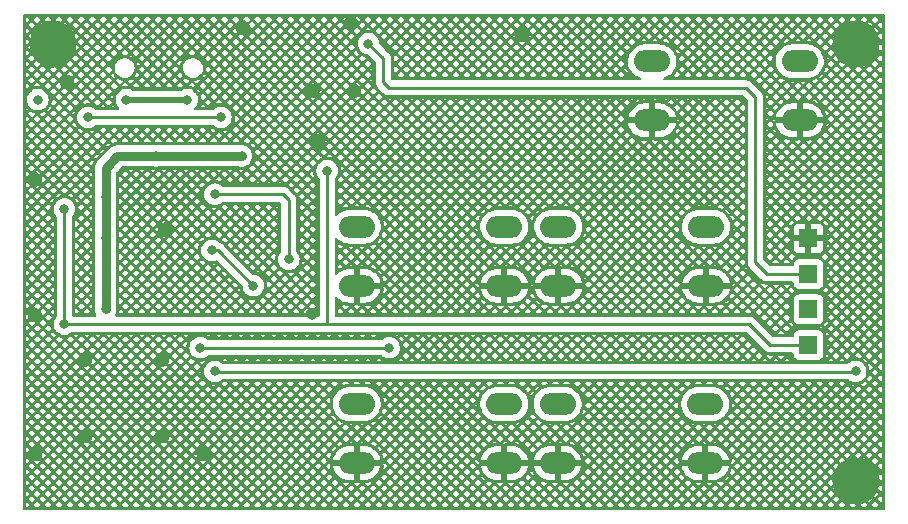
<source format=gbl>
G04 #@! TF.GenerationSoftware,KiCad,Pcbnew,(6.0.7)*
G04 #@! TF.CreationDate,2022-09-05T13:32:46-07:00*
G04 #@! TF.ProjectId,ElGato32,456c4761-746f-4333-922e-6b696361645f,rev?*
G04 #@! TF.SameCoordinates,Original*
G04 #@! TF.FileFunction,Copper,L2,Bot*
G04 #@! TF.FilePolarity,Positive*
%FSLAX46Y46*%
G04 Gerber Fmt 4.6, Leading zero omitted, Abs format (unit mm)*
G04 Created by KiCad (PCBNEW (6.0.7)) date 2022-09-05 13:32:46*
%MOMM*%
%LPD*%
G01*
G04 APERTURE LIST*
G04 #@! TA.AperFunction,ComponentPad*
%ADD10R,1.500000X1.500000*%
G04 #@! TD*
G04 #@! TA.AperFunction,ComponentPad*
%ADD11O,3.048000X1.850000*%
G04 #@! TD*
G04 #@! TA.AperFunction,ViaPad*
%ADD12C,0.800000*%
G04 #@! TD*
G04 #@! TA.AperFunction,ViaPad*
%ADD13C,4.000000*%
G04 #@! TD*
G04 #@! TA.AperFunction,Conductor*
%ADD14C,0.250000*%
G04 #@! TD*
G04 #@! TA.AperFunction,Conductor*
%ADD15C,0.750000*%
G04 #@! TD*
G04 #@! TA.AperFunction,Conductor*
%ADD16C,0.500000*%
G04 #@! TD*
G04 APERTURE END LIST*
D10*
X147000000Y-115500000D03*
D11*
X138330000Y-108500000D03*
X125830000Y-108500000D03*
X125830000Y-113500000D03*
X138330000Y-113500000D03*
X108760000Y-123500000D03*
X121260000Y-123500000D03*
X121260000Y-128500000D03*
X108760000Y-128500000D03*
X138260000Y-123500000D03*
X125760000Y-123500000D03*
X138260000Y-128500000D03*
X125760000Y-128500000D03*
X121260000Y-108500000D03*
X108760000Y-108500000D03*
X121260000Y-113500000D03*
X108760000Y-113500000D03*
D10*
X147000000Y-118500000D03*
X147000000Y-112500000D03*
X147000000Y-109500000D03*
D11*
X133760000Y-94500000D03*
X146260000Y-94500000D03*
X146260000Y-99500000D03*
X133760000Y-99500000D03*
D12*
X81500000Y-127750000D03*
X105475000Y-101275000D03*
X92250000Y-119750000D03*
X108250000Y-91250000D03*
D13*
X151000000Y-93000000D03*
D12*
X84250000Y-96250000D03*
X108500000Y-97000000D03*
X95785000Y-127715000D03*
X81500000Y-116000000D03*
X99117500Y-91632500D03*
X105000000Y-116000000D03*
X92250000Y-126250000D03*
D13*
X151000000Y-130000000D03*
D12*
X105000000Y-97000000D03*
X122750000Y-92250000D03*
X92500000Y-108750000D03*
X85750000Y-119750000D03*
D13*
X83000000Y-93000000D03*
D12*
X81500000Y-104500000D03*
X85750000Y-126250000D03*
X87500000Y-115500000D03*
X99000000Y-102500000D03*
X87500000Y-106000000D03*
X91750000Y-102500000D03*
X81750000Y-97750000D03*
X87500000Y-109500000D03*
X109750000Y-93000000D03*
X89250000Y-97750500D03*
X94400000Y-97750000D03*
X96750000Y-105750000D03*
X103000000Y-111250000D03*
X86000000Y-99250000D03*
X97250000Y-99250000D03*
X106250000Y-103750000D03*
X84000000Y-116750000D03*
X84000000Y-107000000D03*
X96500000Y-110500000D03*
X100000000Y-113500000D03*
X111500000Y-118750000D03*
X95500000Y-118750000D03*
X96750000Y-120750000D03*
X151000000Y-120750000D03*
D14*
X95750000Y-127750000D02*
X95785000Y-127715000D01*
X108760000Y-128500000D02*
X107750000Y-128500000D01*
D15*
X87500000Y-103500000D02*
X87500000Y-106000000D01*
X88500000Y-102500000D02*
X91750000Y-102500000D01*
X87500000Y-106000000D02*
X87500000Y-115500000D01*
X91750000Y-102500000D02*
X99000000Y-102500000D01*
X87500000Y-103500000D02*
X88500000Y-102500000D01*
D14*
X111000000Y-94250000D02*
X111000000Y-96250000D01*
X111000000Y-96250000D02*
X111500000Y-96750000D01*
D16*
X94400000Y-97750000D02*
X89250500Y-97750000D01*
D14*
X111500000Y-96750000D02*
X141750000Y-96750000D01*
X109750000Y-93000000D02*
X111000000Y-94250000D01*
X142500000Y-111500000D02*
X143500000Y-112500000D01*
X143500000Y-112500000D02*
X147000000Y-112500000D01*
X141750000Y-96750000D02*
X142500000Y-97500000D01*
X89250500Y-97750000D02*
X89250000Y-97750500D01*
X142500000Y-97500000D02*
X142500000Y-111500000D01*
X103000000Y-106250000D02*
X103000000Y-111250000D01*
X96750000Y-105750000D02*
X102500000Y-105750000D01*
X102500000Y-105750000D02*
X103000000Y-106250000D01*
X97250000Y-99250000D02*
X86000000Y-99250000D01*
X106250000Y-103750000D02*
X106250000Y-116750000D01*
X84000000Y-116750000D02*
X106250000Y-116750000D01*
X143750000Y-118500000D02*
X142000000Y-116750000D01*
X147000000Y-118500000D02*
X143750000Y-118500000D01*
X84000000Y-107000000D02*
X84000000Y-116750000D01*
X142000000Y-116750000D02*
X106250000Y-116750000D01*
X97000000Y-110500000D02*
X96500000Y-110500000D01*
X100000000Y-113500000D02*
X97000000Y-110500000D01*
X95500000Y-118750000D02*
X111500000Y-118750000D01*
X150975000Y-120775000D02*
X96775000Y-120775000D01*
X96775000Y-120775000D02*
X96750000Y-120750000D01*
X151000000Y-120750000D02*
X150975000Y-120775000D01*
G04 #@! TA.AperFunction,Conductor*
G36*
X153433621Y-90528502D02*
G01*
X153480114Y-90582158D01*
X153491500Y-90634500D01*
X153491500Y-132365500D01*
X153471498Y-132433621D01*
X153417842Y-132480114D01*
X153365500Y-132491500D01*
X80634500Y-132491500D01*
X80566379Y-132471498D01*
X80519886Y-132417842D01*
X80508500Y-132365500D01*
X80508500Y-131770195D01*
X80785900Y-131770195D01*
X80785900Y-132214100D01*
X80870367Y-132214100D01*
X81050086Y-132034381D01*
X81414953Y-132034381D01*
X81594671Y-132214100D01*
X81803748Y-132214100D01*
X81983467Y-132034381D01*
X82348334Y-132034381D01*
X82528052Y-132214100D01*
X82737129Y-132214100D01*
X82916848Y-132034381D01*
X83281713Y-132034381D01*
X83461432Y-132214100D01*
X83670510Y-132214100D01*
X83850229Y-132034381D01*
X84215094Y-132034381D01*
X84394813Y-132214100D01*
X84603891Y-132214100D01*
X84783610Y-132034381D01*
X85148475Y-132034381D01*
X85328194Y-132214100D01*
X85537272Y-132214100D01*
X85716991Y-132034381D01*
X86081856Y-132034381D01*
X86261575Y-132214100D01*
X86470653Y-132214100D01*
X86650372Y-132034381D01*
X87015237Y-132034381D01*
X87194956Y-132214100D01*
X87404034Y-132214100D01*
X87583753Y-132034381D01*
X87948618Y-132034381D01*
X88128337Y-132214100D01*
X88337415Y-132214100D01*
X88517134Y-132034381D01*
X88881999Y-132034381D01*
X89061718Y-132214100D01*
X89270796Y-132214100D01*
X89450515Y-132034381D01*
X89815380Y-132034381D01*
X89995099Y-132214100D01*
X90204177Y-132214100D01*
X90383896Y-132034381D01*
X90748761Y-132034381D01*
X90928480Y-132214100D01*
X91137558Y-132214100D01*
X91317277Y-132034381D01*
X91682142Y-132034381D01*
X91861861Y-132214100D01*
X92070939Y-132214100D01*
X92250658Y-132034381D01*
X92615523Y-132034381D01*
X92795242Y-132214100D01*
X93004320Y-132214100D01*
X93184039Y-132034381D01*
X93548904Y-132034381D01*
X93728623Y-132214100D01*
X93937701Y-132214100D01*
X94117420Y-132034381D01*
X94482285Y-132034381D01*
X94662004Y-132214100D01*
X94871082Y-132214100D01*
X95050801Y-132034381D01*
X95415666Y-132034381D01*
X95595385Y-132214100D01*
X95804463Y-132214100D01*
X95984182Y-132034381D01*
X96349047Y-132034381D01*
X96528766Y-132214100D01*
X96737843Y-132214100D01*
X96917561Y-132034381D01*
X97282428Y-132034381D01*
X97462147Y-132214100D01*
X97671224Y-132214100D01*
X97850942Y-132034381D01*
X98215809Y-132034381D01*
X98395528Y-132214100D01*
X98604605Y-132214100D01*
X98784323Y-132034381D01*
X99149191Y-132034381D01*
X99328909Y-132214100D01*
X99537986Y-132214100D01*
X99717705Y-132034381D01*
X100082572Y-132034381D01*
X100262290Y-132214100D01*
X100471367Y-132214100D01*
X100651086Y-132034381D01*
X101015953Y-132034381D01*
X101195671Y-132214100D01*
X101404748Y-132214100D01*
X101584467Y-132034381D01*
X101949334Y-132034381D01*
X102129052Y-132214100D01*
X102338129Y-132214100D01*
X102517848Y-132034381D01*
X102882713Y-132034381D01*
X103062432Y-132214100D01*
X103271510Y-132214100D01*
X103451229Y-132034381D01*
X103816094Y-132034381D01*
X103995813Y-132214100D01*
X104204891Y-132214100D01*
X104384610Y-132034381D01*
X104749475Y-132034381D01*
X104929194Y-132214100D01*
X105138272Y-132214100D01*
X105317991Y-132034381D01*
X105682856Y-132034381D01*
X105862575Y-132214100D01*
X106071653Y-132214100D01*
X106251372Y-132034381D01*
X106616237Y-132034381D01*
X106795956Y-132214100D01*
X107005034Y-132214100D01*
X107184753Y-132034381D01*
X107549618Y-132034381D01*
X107729337Y-132214100D01*
X107938415Y-132214100D01*
X108118134Y-132034381D01*
X108482999Y-132034381D01*
X108662718Y-132214100D01*
X108871796Y-132214100D01*
X109051515Y-132034381D01*
X109416380Y-132034381D01*
X109596099Y-132214100D01*
X109805177Y-132214100D01*
X109984896Y-132034381D01*
X110349761Y-132034381D01*
X110529480Y-132214100D01*
X110738558Y-132214100D01*
X110918277Y-132034381D01*
X111283142Y-132034381D01*
X111462861Y-132214100D01*
X111671939Y-132214100D01*
X111851658Y-132034381D01*
X112216523Y-132034381D01*
X112396242Y-132214100D01*
X112605320Y-132214100D01*
X112785039Y-132034381D01*
X113149904Y-132034381D01*
X113329623Y-132214100D01*
X113538701Y-132214100D01*
X113718420Y-132034381D01*
X114083285Y-132034381D01*
X114263004Y-132214100D01*
X114472082Y-132214100D01*
X114651801Y-132034381D01*
X115016666Y-132034381D01*
X115196385Y-132214100D01*
X115405462Y-132214100D01*
X115585180Y-132034381D01*
X115950047Y-132034381D01*
X116129766Y-132214100D01*
X116338843Y-132214100D01*
X116518561Y-132034381D01*
X116883428Y-132034381D01*
X117063147Y-132214100D01*
X117272224Y-132214100D01*
X117451942Y-132034381D01*
X117816809Y-132034381D01*
X117996528Y-132214100D01*
X118205605Y-132214100D01*
X118385323Y-132034381D01*
X118750191Y-132034381D01*
X118929909Y-132214100D01*
X119138986Y-132214100D01*
X119318705Y-132034381D01*
X119683572Y-132034381D01*
X119863290Y-132214100D01*
X120072367Y-132214100D01*
X120252086Y-132034381D01*
X120616953Y-132034381D01*
X120796671Y-132214100D01*
X121005748Y-132214100D01*
X121185467Y-132034381D01*
X121550332Y-132034381D01*
X121730051Y-132214100D01*
X121939129Y-132214100D01*
X122118848Y-132034381D01*
X122483713Y-132034381D01*
X122663432Y-132214100D01*
X122872510Y-132214100D01*
X123052229Y-132034381D01*
X123417094Y-132034381D01*
X123596813Y-132214100D01*
X123805891Y-132214100D01*
X123985610Y-132034381D01*
X124350475Y-132034381D01*
X124530194Y-132214100D01*
X124739272Y-132214100D01*
X124918991Y-132034381D01*
X125283856Y-132034381D01*
X125463575Y-132214100D01*
X125672653Y-132214100D01*
X125852372Y-132034381D01*
X126217237Y-132034381D01*
X126396956Y-132214100D01*
X126606034Y-132214100D01*
X126785753Y-132034381D01*
X127150618Y-132034381D01*
X127330337Y-132214100D01*
X127539415Y-132214100D01*
X127719134Y-132034381D01*
X128083999Y-132034381D01*
X128263718Y-132214100D01*
X128472796Y-132214100D01*
X128652515Y-132034381D01*
X129017380Y-132034381D01*
X129197099Y-132214100D01*
X129406177Y-132214100D01*
X129585896Y-132034381D01*
X129950761Y-132034381D01*
X130130480Y-132214100D01*
X130339558Y-132214100D01*
X130519277Y-132034381D01*
X130884142Y-132034381D01*
X131063861Y-132214100D01*
X131272939Y-132214100D01*
X131452658Y-132034381D01*
X131817523Y-132034381D01*
X131997242Y-132214100D01*
X132206320Y-132214100D01*
X132386039Y-132034381D01*
X132750904Y-132034381D01*
X132930623Y-132214100D01*
X133139701Y-132214100D01*
X133319420Y-132034381D01*
X133684285Y-132034381D01*
X133864004Y-132214100D01*
X134073082Y-132214100D01*
X134252801Y-132034381D01*
X134617666Y-132034381D01*
X134797385Y-132214100D01*
X135006462Y-132214100D01*
X135186180Y-132034381D01*
X135551047Y-132034381D01*
X135730766Y-132214100D01*
X135939843Y-132214100D01*
X136119561Y-132034381D01*
X136484428Y-132034381D01*
X136664147Y-132214100D01*
X136873224Y-132214100D01*
X137052942Y-132034381D01*
X137417810Y-132034381D01*
X137597528Y-132214100D01*
X137806605Y-132214100D01*
X137986324Y-132034381D01*
X138351191Y-132034381D01*
X138530909Y-132214100D01*
X138739986Y-132214100D01*
X138919705Y-132034381D01*
X139284572Y-132034381D01*
X139464290Y-132214100D01*
X139673367Y-132214100D01*
X139853086Y-132034381D01*
X140217953Y-132034381D01*
X140397671Y-132214100D01*
X140606748Y-132214100D01*
X140786467Y-132034381D01*
X141151332Y-132034381D01*
X141331051Y-132214100D01*
X141540129Y-132214100D01*
X141719848Y-132034381D01*
X142084713Y-132034381D01*
X142264432Y-132214100D01*
X142473510Y-132214100D01*
X142653229Y-132034381D01*
X143018094Y-132034381D01*
X143197813Y-132214100D01*
X143406891Y-132214100D01*
X143586610Y-132034381D01*
X143951475Y-132034381D01*
X144131194Y-132214100D01*
X144340272Y-132214100D01*
X144519991Y-132034381D01*
X144884856Y-132034381D01*
X145064575Y-132214100D01*
X145273653Y-132214100D01*
X145453372Y-132034381D01*
X145818237Y-132034381D01*
X145997956Y-132214100D01*
X146207034Y-132214100D01*
X146386753Y-132034381D01*
X146751618Y-132034381D01*
X146931337Y-132214100D01*
X147140415Y-132214100D01*
X147320134Y-132034381D01*
X147684999Y-132034381D01*
X147864718Y-132214100D01*
X148073796Y-132214100D01*
X148253515Y-132034381D01*
X148618380Y-132034381D01*
X148798099Y-132214100D01*
X149007177Y-132214100D01*
X149186896Y-132034381D01*
X149551761Y-132034381D01*
X149731480Y-132214100D01*
X149940558Y-132214100D01*
X150120277Y-132034381D01*
X150485142Y-132034381D01*
X150664861Y-132214100D01*
X150873939Y-132214100D01*
X151053658Y-132034381D01*
X151418523Y-132034381D01*
X151598242Y-132214100D01*
X151807320Y-132214100D01*
X151987039Y-132034381D01*
X152351904Y-132034381D01*
X152531623Y-132214100D01*
X152740701Y-132214100D01*
X152920420Y-132034381D01*
X152636162Y-131750123D01*
X152351904Y-132034381D01*
X151987039Y-132034381D01*
X151702781Y-131750123D01*
X151418523Y-132034381D01*
X151053658Y-132034381D01*
X150769400Y-131750123D01*
X150485142Y-132034381D01*
X150120277Y-132034381D01*
X149836019Y-131750123D01*
X149551761Y-132034381D01*
X149186896Y-132034381D01*
X148902638Y-131750123D01*
X148618380Y-132034381D01*
X148253515Y-132034381D01*
X147969257Y-131750123D01*
X147684999Y-132034381D01*
X147320134Y-132034381D01*
X147035876Y-131750123D01*
X146751618Y-132034381D01*
X146386753Y-132034381D01*
X146102495Y-131750123D01*
X145818237Y-132034381D01*
X145453372Y-132034381D01*
X145169114Y-131750123D01*
X144884856Y-132034381D01*
X144519991Y-132034381D01*
X144235733Y-131750123D01*
X143951475Y-132034381D01*
X143586610Y-132034381D01*
X143302352Y-131750123D01*
X143018094Y-132034381D01*
X142653229Y-132034381D01*
X142368971Y-131750123D01*
X142084713Y-132034381D01*
X141719848Y-132034381D01*
X141435590Y-131750123D01*
X141151332Y-132034381D01*
X140786467Y-132034381D01*
X140502210Y-131750124D01*
X140217953Y-132034381D01*
X139853086Y-132034381D01*
X139568829Y-131750124D01*
X139284572Y-132034381D01*
X138919705Y-132034381D01*
X138635448Y-131750124D01*
X138351191Y-132034381D01*
X137986324Y-132034381D01*
X137702067Y-131750124D01*
X137417810Y-132034381D01*
X137052942Y-132034381D01*
X136768685Y-131750124D01*
X136484428Y-132034381D01*
X136119561Y-132034381D01*
X135835304Y-131750124D01*
X135551047Y-132034381D01*
X135186180Y-132034381D01*
X134901923Y-131750124D01*
X134617666Y-132034381D01*
X134252801Y-132034381D01*
X133968543Y-131750123D01*
X133684285Y-132034381D01*
X133319420Y-132034381D01*
X133035162Y-131750123D01*
X132750904Y-132034381D01*
X132386039Y-132034381D01*
X132101781Y-131750123D01*
X131817523Y-132034381D01*
X131452658Y-132034381D01*
X131168400Y-131750123D01*
X130884142Y-132034381D01*
X130519277Y-132034381D01*
X130235019Y-131750123D01*
X129950761Y-132034381D01*
X129585896Y-132034381D01*
X129301638Y-131750123D01*
X129017380Y-132034381D01*
X128652515Y-132034381D01*
X128368257Y-131750123D01*
X128083999Y-132034381D01*
X127719134Y-132034381D01*
X127434876Y-131750123D01*
X127150618Y-132034381D01*
X126785753Y-132034381D01*
X126501495Y-131750123D01*
X126217237Y-132034381D01*
X125852372Y-132034381D01*
X125568114Y-131750123D01*
X125283856Y-132034381D01*
X124918991Y-132034381D01*
X124634733Y-131750123D01*
X124350475Y-132034381D01*
X123985610Y-132034381D01*
X123701352Y-131750123D01*
X123417094Y-132034381D01*
X123052229Y-132034381D01*
X122767971Y-131750123D01*
X122483713Y-132034381D01*
X122118848Y-132034381D01*
X121834590Y-131750123D01*
X121550332Y-132034381D01*
X121185467Y-132034381D01*
X120901210Y-131750124D01*
X120616953Y-132034381D01*
X120252086Y-132034381D01*
X119967829Y-131750124D01*
X119683572Y-132034381D01*
X119318705Y-132034381D01*
X119034448Y-131750124D01*
X118750191Y-132034381D01*
X118385323Y-132034381D01*
X118101066Y-131750124D01*
X117816809Y-132034381D01*
X117451942Y-132034381D01*
X117167685Y-131750124D01*
X116883428Y-132034381D01*
X116518561Y-132034381D01*
X116234304Y-131750124D01*
X115950047Y-132034381D01*
X115585180Y-132034381D01*
X115300923Y-131750124D01*
X115016666Y-132034381D01*
X114651801Y-132034381D01*
X114367543Y-131750123D01*
X114083285Y-132034381D01*
X113718420Y-132034381D01*
X113434162Y-131750123D01*
X113149904Y-132034381D01*
X112785039Y-132034381D01*
X112500781Y-131750123D01*
X112216523Y-132034381D01*
X111851658Y-132034381D01*
X111567400Y-131750123D01*
X111283142Y-132034381D01*
X110918277Y-132034381D01*
X110634019Y-131750123D01*
X110349761Y-132034381D01*
X109984896Y-132034381D01*
X109700638Y-131750123D01*
X109416380Y-132034381D01*
X109051515Y-132034381D01*
X108767257Y-131750123D01*
X108482999Y-132034381D01*
X108118134Y-132034381D01*
X107833876Y-131750123D01*
X107549618Y-132034381D01*
X107184753Y-132034381D01*
X106900495Y-131750123D01*
X106616237Y-132034381D01*
X106251372Y-132034381D01*
X105967114Y-131750123D01*
X105682856Y-132034381D01*
X105317991Y-132034381D01*
X105033733Y-131750123D01*
X104749475Y-132034381D01*
X104384610Y-132034381D01*
X104100352Y-131750123D01*
X103816094Y-132034381D01*
X103451229Y-132034381D01*
X103166971Y-131750123D01*
X102882713Y-132034381D01*
X102517848Y-132034381D01*
X102233591Y-131750124D01*
X101949334Y-132034381D01*
X101584467Y-132034381D01*
X101300210Y-131750124D01*
X101015953Y-132034381D01*
X100651086Y-132034381D01*
X100366829Y-131750124D01*
X100082572Y-132034381D01*
X99717705Y-132034381D01*
X99433448Y-131750124D01*
X99149191Y-132034381D01*
X98784323Y-132034381D01*
X98500066Y-131750124D01*
X98215809Y-132034381D01*
X97850942Y-132034381D01*
X97566685Y-131750124D01*
X97282428Y-132034381D01*
X96917561Y-132034381D01*
X96633304Y-131750124D01*
X96349047Y-132034381D01*
X95984182Y-132034381D01*
X95699924Y-131750123D01*
X95415666Y-132034381D01*
X95050801Y-132034381D01*
X94766543Y-131750123D01*
X94482285Y-132034381D01*
X94117420Y-132034381D01*
X93833162Y-131750123D01*
X93548904Y-132034381D01*
X93184039Y-132034381D01*
X92899781Y-131750123D01*
X92615523Y-132034381D01*
X92250658Y-132034381D01*
X91966400Y-131750123D01*
X91682142Y-132034381D01*
X91317277Y-132034381D01*
X91033019Y-131750123D01*
X90748761Y-132034381D01*
X90383896Y-132034381D01*
X90099638Y-131750123D01*
X89815380Y-132034381D01*
X89450515Y-132034381D01*
X89166257Y-131750123D01*
X88881999Y-132034381D01*
X88517134Y-132034381D01*
X88232876Y-131750123D01*
X87948618Y-132034381D01*
X87583753Y-132034381D01*
X87299495Y-131750123D01*
X87015237Y-132034381D01*
X86650372Y-132034381D01*
X86366114Y-131750123D01*
X86081856Y-132034381D01*
X85716991Y-132034381D01*
X85432733Y-131750123D01*
X85148475Y-132034381D01*
X84783610Y-132034381D01*
X84499352Y-131750123D01*
X84215094Y-132034381D01*
X83850229Y-132034381D01*
X83565971Y-131750123D01*
X83281713Y-132034381D01*
X82916848Y-132034381D01*
X82632591Y-131750124D01*
X82348334Y-132034381D01*
X81983467Y-132034381D01*
X81699210Y-131750124D01*
X81414953Y-132034381D01*
X81050086Y-132034381D01*
X80785900Y-131770195D01*
X80508500Y-131770195D01*
X80508500Y-131567690D01*
X80948261Y-131567690D01*
X81232519Y-131851948D01*
X81516777Y-131567690D01*
X81881642Y-131567690D01*
X82165900Y-131851948D01*
X82450158Y-131567690D01*
X82815023Y-131567690D01*
X83099281Y-131851948D01*
X83383539Y-131567690D01*
X83748404Y-131567690D01*
X84032662Y-131851948D01*
X84316920Y-131567690D01*
X84681785Y-131567690D01*
X84966043Y-131851948D01*
X85250301Y-131567690D01*
X85615166Y-131567690D01*
X85899424Y-131851948D01*
X86183682Y-131567690D01*
X86548547Y-131567690D01*
X86832804Y-131851947D01*
X87117061Y-131567690D01*
X87481928Y-131567690D01*
X87766185Y-131851947D01*
X88050442Y-131567690D01*
X88415309Y-131567690D01*
X88699566Y-131851947D01*
X88983823Y-131567690D01*
X89348690Y-131567690D01*
X89632947Y-131851947D01*
X89917204Y-131567690D01*
X90282072Y-131567690D01*
X90566329Y-131851947D01*
X90850586Y-131567690D01*
X91215453Y-131567690D01*
X91499710Y-131851947D01*
X91783967Y-131567690D01*
X92148834Y-131567690D01*
X92433091Y-131851947D01*
X92717348Y-131567690D01*
X93082213Y-131567690D01*
X93366471Y-131851948D01*
X93650729Y-131567690D01*
X94015594Y-131567690D01*
X94299852Y-131851948D01*
X94584110Y-131567690D01*
X94948975Y-131567690D01*
X95233233Y-131851948D01*
X95517491Y-131567690D01*
X95882356Y-131567690D01*
X96166614Y-131851948D01*
X96450872Y-131567690D01*
X96815737Y-131567690D01*
X97099995Y-131851948D01*
X97384253Y-131567690D01*
X97749118Y-131567690D01*
X98033376Y-131851948D01*
X98317634Y-131567690D01*
X98682499Y-131567690D01*
X98966757Y-131851948D01*
X99251015Y-131567690D01*
X99615880Y-131567690D01*
X99900138Y-131851948D01*
X100184396Y-131567690D01*
X100549261Y-131567690D01*
X100833519Y-131851948D01*
X101117777Y-131567690D01*
X101482642Y-131567690D01*
X101766900Y-131851948D01*
X102051158Y-131567690D01*
X102416023Y-131567690D01*
X102700281Y-131851948D01*
X102984539Y-131567690D01*
X103349404Y-131567690D01*
X103633662Y-131851948D01*
X103917920Y-131567690D01*
X104282785Y-131567690D01*
X104567043Y-131851948D01*
X104851301Y-131567690D01*
X105216166Y-131567690D01*
X105500424Y-131851948D01*
X105784682Y-131567690D01*
X106149547Y-131567690D01*
X106433804Y-131851947D01*
X106718061Y-131567690D01*
X107082928Y-131567690D01*
X107367185Y-131851947D01*
X107651442Y-131567690D01*
X108016309Y-131567690D01*
X108300566Y-131851947D01*
X108584823Y-131567690D01*
X108949691Y-131567690D01*
X109233948Y-131851947D01*
X109518205Y-131567690D01*
X109883072Y-131567690D01*
X110167329Y-131851947D01*
X110451586Y-131567690D01*
X110816453Y-131567690D01*
X111100710Y-131851947D01*
X111384967Y-131567690D01*
X111749834Y-131567690D01*
X112034091Y-131851947D01*
X112318348Y-131567690D01*
X112683213Y-131567690D01*
X112967471Y-131851948D01*
X113251729Y-131567690D01*
X113616594Y-131567690D01*
X113900852Y-131851948D01*
X114185110Y-131567690D01*
X114549975Y-131567690D01*
X114834233Y-131851948D01*
X115118491Y-131567690D01*
X115483356Y-131567690D01*
X115767614Y-131851948D01*
X116051872Y-131567690D01*
X116416737Y-131567690D01*
X116700995Y-131851948D01*
X116985253Y-131567690D01*
X117350118Y-131567690D01*
X117634376Y-131851948D01*
X117918634Y-131567690D01*
X118283499Y-131567690D01*
X118567757Y-131851948D01*
X118852015Y-131567690D01*
X119216880Y-131567690D01*
X119501138Y-131851948D01*
X119785396Y-131567690D01*
X120150261Y-131567690D01*
X120434519Y-131851948D01*
X120718777Y-131567690D01*
X121083642Y-131567690D01*
X121367900Y-131851948D01*
X121652158Y-131567690D01*
X122017023Y-131567690D01*
X122301281Y-131851948D01*
X122585539Y-131567690D01*
X122950404Y-131567690D01*
X123234662Y-131851948D01*
X123518920Y-131567690D01*
X123883785Y-131567690D01*
X124168043Y-131851948D01*
X124452301Y-131567690D01*
X124817166Y-131567690D01*
X125101423Y-131851947D01*
X125385680Y-131567690D01*
X125750547Y-131567690D01*
X126034804Y-131851947D01*
X126319061Y-131567690D01*
X126683928Y-131567690D01*
X126968185Y-131851947D01*
X127252442Y-131567690D01*
X127617309Y-131567690D01*
X127901566Y-131851947D01*
X128185823Y-131567690D01*
X128550691Y-131567690D01*
X128834948Y-131851947D01*
X129119205Y-131567690D01*
X129484072Y-131567690D01*
X129768329Y-131851947D01*
X130052586Y-131567690D01*
X130417453Y-131567690D01*
X130701710Y-131851947D01*
X130985967Y-131567690D01*
X131350832Y-131567690D01*
X131635090Y-131851948D01*
X131919348Y-131567690D01*
X132284213Y-131567690D01*
X132568471Y-131851948D01*
X132852729Y-131567690D01*
X133217594Y-131567690D01*
X133501852Y-131851948D01*
X133786110Y-131567690D01*
X134150975Y-131567690D01*
X134435233Y-131851948D01*
X134719491Y-131567690D01*
X135084356Y-131567690D01*
X135368614Y-131851948D01*
X135652872Y-131567690D01*
X136017737Y-131567690D01*
X136301995Y-131851948D01*
X136586253Y-131567690D01*
X136951118Y-131567690D01*
X137235376Y-131851948D01*
X137519634Y-131567690D01*
X137884499Y-131567690D01*
X138168757Y-131851948D01*
X138453015Y-131567690D01*
X138817880Y-131567690D01*
X139102138Y-131851948D01*
X139386396Y-131567690D01*
X139751261Y-131567690D01*
X140035519Y-131851948D01*
X140319777Y-131567690D01*
X140684642Y-131567690D01*
X140968900Y-131851948D01*
X141253158Y-131567690D01*
X141618023Y-131567690D01*
X141902281Y-131851948D01*
X142186539Y-131567690D01*
X142551404Y-131567690D01*
X142835662Y-131851948D01*
X143119920Y-131567690D01*
X143484785Y-131567690D01*
X143769043Y-131851948D01*
X144053301Y-131567690D01*
X144418166Y-131567690D01*
X144702423Y-131851947D01*
X144986680Y-131567690D01*
X145351547Y-131567690D01*
X145635804Y-131851947D01*
X145920061Y-131567690D01*
X146284928Y-131567690D01*
X146569185Y-131851947D01*
X146853442Y-131567690D01*
X147218310Y-131567690D01*
X147502567Y-131851947D01*
X147786824Y-131567690D01*
X148151691Y-131567690D01*
X148435948Y-131851947D01*
X148720205Y-131567690D01*
X149085072Y-131567690D01*
X149369329Y-131851947D01*
X149653586Y-131567690D01*
X150018451Y-131567690D01*
X150302709Y-131851948D01*
X150497396Y-131657261D01*
X151041403Y-131657261D01*
X151236090Y-131851948D01*
X151507915Y-131580123D01*
X151503486Y-131581562D01*
X151269405Y-131637760D01*
X151249877Y-131640853D01*
X151041403Y-131657261D01*
X150497396Y-131657261D01*
X150558269Y-131596388D01*
X150496514Y-131581562D01*
X150477710Y-131575452D01*
X150458971Y-131567690D01*
X151885213Y-131567690D01*
X152169471Y-131851948D01*
X152453729Y-131567690D01*
X152818594Y-131567690D01*
X153102852Y-131851948D01*
X153214100Y-131740700D01*
X153214100Y-131394680D01*
X153102852Y-131283432D01*
X152818594Y-131567690D01*
X152453729Y-131567690D01*
X152169471Y-131283432D01*
X151885213Y-131567690D01*
X150458971Y-131567690D01*
X150255302Y-131483328D01*
X150237685Y-131474352D01*
X150159624Y-131426517D01*
X150018451Y-131567690D01*
X149653586Y-131567690D01*
X149369329Y-131283433D01*
X149085072Y-131567690D01*
X148720205Y-131567690D01*
X148435948Y-131283433D01*
X148151691Y-131567690D01*
X147786824Y-131567690D01*
X147502567Y-131283433D01*
X147218310Y-131567690D01*
X146853442Y-131567690D01*
X146569185Y-131283433D01*
X146284928Y-131567690D01*
X145920061Y-131567690D01*
X145635804Y-131283433D01*
X145351547Y-131567690D01*
X144986680Y-131567690D01*
X144702423Y-131283433D01*
X144418166Y-131567690D01*
X144053301Y-131567690D01*
X143769043Y-131283432D01*
X143484785Y-131567690D01*
X143119920Y-131567690D01*
X142835662Y-131283432D01*
X142551404Y-131567690D01*
X142186539Y-131567690D01*
X141902281Y-131283432D01*
X141618023Y-131567690D01*
X141253158Y-131567690D01*
X140968900Y-131283432D01*
X140684642Y-131567690D01*
X140319777Y-131567690D01*
X140035519Y-131283432D01*
X139751261Y-131567690D01*
X139386396Y-131567690D01*
X139102138Y-131283432D01*
X138817880Y-131567690D01*
X138453015Y-131567690D01*
X138168757Y-131283432D01*
X137884499Y-131567690D01*
X137519634Y-131567690D01*
X137235376Y-131283432D01*
X136951118Y-131567690D01*
X136586253Y-131567690D01*
X136301995Y-131283432D01*
X136017737Y-131567690D01*
X135652872Y-131567690D01*
X135368614Y-131283432D01*
X135084356Y-131567690D01*
X134719491Y-131567690D01*
X134435233Y-131283432D01*
X134150975Y-131567690D01*
X133786110Y-131567690D01*
X133501852Y-131283432D01*
X133217594Y-131567690D01*
X132852729Y-131567690D01*
X132568471Y-131283432D01*
X132284213Y-131567690D01*
X131919348Y-131567690D01*
X131635090Y-131283432D01*
X131350832Y-131567690D01*
X130985967Y-131567690D01*
X130701710Y-131283433D01*
X130417453Y-131567690D01*
X130052586Y-131567690D01*
X129768329Y-131283433D01*
X129484072Y-131567690D01*
X129119205Y-131567690D01*
X128834948Y-131283433D01*
X128550691Y-131567690D01*
X128185823Y-131567690D01*
X127901566Y-131283433D01*
X127617309Y-131567690D01*
X127252442Y-131567690D01*
X126968185Y-131283433D01*
X126683928Y-131567690D01*
X126319061Y-131567690D01*
X126034804Y-131283433D01*
X125750547Y-131567690D01*
X125385680Y-131567690D01*
X125101423Y-131283433D01*
X124817166Y-131567690D01*
X124452301Y-131567690D01*
X124168043Y-131283432D01*
X123883785Y-131567690D01*
X123518920Y-131567690D01*
X123234662Y-131283432D01*
X122950404Y-131567690D01*
X122585539Y-131567690D01*
X122301281Y-131283432D01*
X122017023Y-131567690D01*
X121652158Y-131567690D01*
X121367900Y-131283432D01*
X121083642Y-131567690D01*
X120718777Y-131567690D01*
X120434519Y-131283432D01*
X120150261Y-131567690D01*
X119785396Y-131567690D01*
X119501138Y-131283432D01*
X119216880Y-131567690D01*
X118852015Y-131567690D01*
X118567757Y-131283432D01*
X118283499Y-131567690D01*
X117918634Y-131567690D01*
X117634376Y-131283432D01*
X117350118Y-131567690D01*
X116985253Y-131567690D01*
X116700995Y-131283432D01*
X116416737Y-131567690D01*
X116051872Y-131567690D01*
X115767614Y-131283432D01*
X115483356Y-131567690D01*
X115118491Y-131567690D01*
X114834233Y-131283432D01*
X114549975Y-131567690D01*
X114185110Y-131567690D01*
X113900852Y-131283432D01*
X113616594Y-131567690D01*
X113251729Y-131567690D01*
X112967471Y-131283432D01*
X112683213Y-131567690D01*
X112318348Y-131567690D01*
X112034091Y-131283433D01*
X111749834Y-131567690D01*
X111384967Y-131567690D01*
X111100710Y-131283433D01*
X110816453Y-131567690D01*
X110451586Y-131567690D01*
X110167329Y-131283433D01*
X109883072Y-131567690D01*
X109518205Y-131567690D01*
X109233948Y-131283433D01*
X108949691Y-131567690D01*
X108584823Y-131567690D01*
X108300566Y-131283433D01*
X108016309Y-131567690D01*
X107651442Y-131567690D01*
X107367185Y-131283433D01*
X107082928Y-131567690D01*
X106718061Y-131567690D01*
X106433804Y-131283433D01*
X106149547Y-131567690D01*
X105784682Y-131567690D01*
X105500424Y-131283432D01*
X105216166Y-131567690D01*
X104851301Y-131567690D01*
X104567043Y-131283432D01*
X104282785Y-131567690D01*
X103917920Y-131567690D01*
X103633662Y-131283432D01*
X103349404Y-131567690D01*
X102984539Y-131567690D01*
X102700281Y-131283432D01*
X102416023Y-131567690D01*
X102051158Y-131567690D01*
X101766900Y-131283432D01*
X101482642Y-131567690D01*
X101117777Y-131567690D01*
X100833519Y-131283432D01*
X100549261Y-131567690D01*
X100184396Y-131567690D01*
X99900138Y-131283432D01*
X99615880Y-131567690D01*
X99251015Y-131567690D01*
X98966757Y-131283432D01*
X98682499Y-131567690D01*
X98317634Y-131567690D01*
X98033376Y-131283432D01*
X97749118Y-131567690D01*
X97384253Y-131567690D01*
X97099995Y-131283432D01*
X96815737Y-131567690D01*
X96450872Y-131567690D01*
X96166614Y-131283432D01*
X95882356Y-131567690D01*
X95517491Y-131567690D01*
X95233233Y-131283432D01*
X94948975Y-131567690D01*
X94584110Y-131567690D01*
X94299852Y-131283432D01*
X94015594Y-131567690D01*
X93650729Y-131567690D01*
X93366471Y-131283432D01*
X93082213Y-131567690D01*
X92717348Y-131567690D01*
X92433091Y-131283433D01*
X92148834Y-131567690D01*
X91783967Y-131567690D01*
X91499710Y-131283433D01*
X91215453Y-131567690D01*
X90850586Y-131567690D01*
X90566329Y-131283433D01*
X90282072Y-131567690D01*
X89917204Y-131567690D01*
X89632947Y-131283433D01*
X89348690Y-131567690D01*
X88983823Y-131567690D01*
X88699566Y-131283433D01*
X88415309Y-131567690D01*
X88050442Y-131567690D01*
X87766185Y-131283433D01*
X87481928Y-131567690D01*
X87117061Y-131567690D01*
X86832804Y-131283433D01*
X86548547Y-131567690D01*
X86183682Y-131567690D01*
X85899424Y-131283432D01*
X85615166Y-131567690D01*
X85250301Y-131567690D01*
X84966043Y-131283432D01*
X84681785Y-131567690D01*
X84316920Y-131567690D01*
X84032662Y-131283432D01*
X83748404Y-131567690D01*
X83383539Y-131567690D01*
X83099281Y-131283432D01*
X82815023Y-131567690D01*
X82450158Y-131567690D01*
X82165900Y-131283432D01*
X81881642Y-131567690D01*
X81516777Y-131567690D01*
X81232519Y-131283432D01*
X80948261Y-131567690D01*
X80508500Y-131567690D01*
X80508500Y-130836814D01*
X80785900Y-130836814D01*
X80785900Y-131365186D01*
X81050086Y-131101000D01*
X81414953Y-131101000D01*
X81699210Y-131385257D01*
X81983467Y-131101000D01*
X82348334Y-131101000D01*
X82632591Y-131385257D01*
X82916848Y-131101000D01*
X83281713Y-131101000D01*
X83565971Y-131385258D01*
X83850229Y-131101000D01*
X84215094Y-131101000D01*
X84499352Y-131385258D01*
X84783610Y-131101000D01*
X85148475Y-131101000D01*
X85432733Y-131385258D01*
X85716991Y-131101000D01*
X86081856Y-131101000D01*
X86366114Y-131385258D01*
X86650372Y-131101000D01*
X87015237Y-131101000D01*
X87299495Y-131385258D01*
X87583753Y-131101000D01*
X87948618Y-131101000D01*
X88232876Y-131385258D01*
X88517134Y-131101000D01*
X88881999Y-131101000D01*
X89166257Y-131385258D01*
X89450515Y-131101000D01*
X89815380Y-131101000D01*
X90099638Y-131385258D01*
X90383896Y-131101000D01*
X90748761Y-131101000D01*
X91033019Y-131385258D01*
X91317277Y-131101000D01*
X91682142Y-131101000D01*
X91966400Y-131385258D01*
X92250658Y-131101000D01*
X92615523Y-131101000D01*
X92899781Y-131385258D01*
X93184039Y-131101000D01*
X93548904Y-131101000D01*
X93833162Y-131385258D01*
X94117420Y-131101000D01*
X94482285Y-131101000D01*
X94766543Y-131385258D01*
X95050801Y-131101000D01*
X95415666Y-131101000D01*
X95699924Y-131385258D01*
X95984182Y-131101000D01*
X96349047Y-131101000D01*
X96633304Y-131385257D01*
X96917561Y-131101000D01*
X97282428Y-131101000D01*
X97566685Y-131385257D01*
X97850942Y-131101000D01*
X98215809Y-131101000D01*
X98500066Y-131385257D01*
X98784323Y-131101000D01*
X99149191Y-131101000D01*
X99433448Y-131385257D01*
X99717705Y-131101000D01*
X100082572Y-131101000D01*
X100366829Y-131385257D01*
X100651086Y-131101000D01*
X101015953Y-131101000D01*
X101300210Y-131385257D01*
X101584467Y-131101000D01*
X101949334Y-131101000D01*
X102233591Y-131385257D01*
X102517848Y-131101000D01*
X102882713Y-131101000D01*
X103166971Y-131385258D01*
X103451229Y-131101000D01*
X103816094Y-131101000D01*
X104100352Y-131385258D01*
X104384610Y-131101000D01*
X104749475Y-131101000D01*
X105033733Y-131385258D01*
X105317991Y-131101000D01*
X105682856Y-131101000D01*
X105967114Y-131385258D01*
X106251372Y-131101000D01*
X106616237Y-131101000D01*
X106900495Y-131385258D01*
X107184753Y-131101000D01*
X107549618Y-131101000D01*
X107833876Y-131385258D01*
X108118134Y-131101000D01*
X108482999Y-131101000D01*
X108767257Y-131385258D01*
X109051515Y-131101000D01*
X109416380Y-131101000D01*
X109700638Y-131385258D01*
X109984896Y-131101000D01*
X110349761Y-131101000D01*
X110634019Y-131385258D01*
X110918277Y-131101000D01*
X111283142Y-131101000D01*
X111567400Y-131385258D01*
X111851658Y-131101000D01*
X112216523Y-131101000D01*
X112500781Y-131385258D01*
X112785039Y-131101000D01*
X113149904Y-131101000D01*
X113434162Y-131385258D01*
X113718420Y-131101000D01*
X114083285Y-131101000D01*
X114367543Y-131385258D01*
X114651801Y-131101000D01*
X115016666Y-131101000D01*
X115300923Y-131385257D01*
X115585180Y-131101000D01*
X115950047Y-131101000D01*
X116234304Y-131385257D01*
X116518561Y-131101000D01*
X116883428Y-131101000D01*
X117167685Y-131385257D01*
X117451942Y-131101000D01*
X117816809Y-131101000D01*
X118101066Y-131385257D01*
X118385323Y-131101000D01*
X118750191Y-131101000D01*
X119034448Y-131385257D01*
X119318705Y-131101000D01*
X119683572Y-131101000D01*
X119967829Y-131385257D01*
X120252086Y-131101000D01*
X120616953Y-131101000D01*
X120901210Y-131385257D01*
X121185467Y-131101000D01*
X121550332Y-131101000D01*
X121834590Y-131385258D01*
X122118848Y-131101000D01*
X122483713Y-131101000D01*
X122767971Y-131385258D01*
X123052229Y-131101000D01*
X123417094Y-131101000D01*
X123701352Y-131385258D01*
X123985610Y-131101000D01*
X124350475Y-131101000D01*
X124634733Y-131385258D01*
X124918991Y-131101000D01*
X125283856Y-131101000D01*
X125568114Y-131385258D01*
X125852372Y-131101000D01*
X126217237Y-131101000D01*
X126501495Y-131385258D01*
X126785753Y-131101000D01*
X127150618Y-131101000D01*
X127434876Y-131385258D01*
X127719134Y-131101000D01*
X128083999Y-131101000D01*
X128368257Y-131385258D01*
X128652515Y-131101000D01*
X129017380Y-131101000D01*
X129301638Y-131385258D01*
X129585896Y-131101000D01*
X129950761Y-131101000D01*
X130235019Y-131385258D01*
X130519277Y-131101000D01*
X130884142Y-131101000D01*
X131168400Y-131385258D01*
X131452658Y-131101000D01*
X131817523Y-131101000D01*
X132101781Y-131385258D01*
X132386039Y-131101000D01*
X132750904Y-131101000D01*
X133035162Y-131385258D01*
X133319420Y-131101000D01*
X133684285Y-131101000D01*
X133968543Y-131385258D01*
X134252801Y-131101000D01*
X134617666Y-131101000D01*
X134901923Y-131385257D01*
X135186180Y-131101000D01*
X135551047Y-131101000D01*
X135835304Y-131385257D01*
X136119561Y-131101000D01*
X136484428Y-131101000D01*
X136768685Y-131385257D01*
X137052942Y-131101000D01*
X137417810Y-131101000D01*
X137702067Y-131385257D01*
X137986324Y-131101000D01*
X138351191Y-131101000D01*
X138635448Y-131385257D01*
X138919705Y-131101000D01*
X139284572Y-131101000D01*
X139568829Y-131385257D01*
X139853086Y-131101000D01*
X140217953Y-131101000D01*
X140502210Y-131385257D01*
X140786467Y-131101000D01*
X141151332Y-131101000D01*
X141435590Y-131385258D01*
X141719848Y-131101000D01*
X142084713Y-131101000D01*
X142368971Y-131385258D01*
X142653229Y-131101000D01*
X143018094Y-131101000D01*
X143302352Y-131385258D01*
X143586610Y-131101000D01*
X143951475Y-131101000D01*
X144235733Y-131385258D01*
X144519991Y-131101000D01*
X144884856Y-131101000D01*
X145169114Y-131385258D01*
X145453372Y-131101000D01*
X145818237Y-131101000D01*
X146102495Y-131385258D01*
X146386753Y-131101000D01*
X146751618Y-131101000D01*
X147035876Y-131385258D01*
X147320134Y-131101000D01*
X147684999Y-131101000D01*
X147969257Y-131385258D01*
X148253515Y-131101000D01*
X148618380Y-131101000D01*
X148902638Y-131385258D01*
X149186896Y-131101000D01*
X149551761Y-131101000D01*
X149836019Y-131385258D01*
X149945183Y-131276094D01*
X149833377Y-131180604D01*
X149819396Y-131166623D01*
X149763349Y-131101000D01*
X152351904Y-131101000D01*
X152636162Y-131385258D01*
X152920420Y-131101000D01*
X152636162Y-130816742D01*
X152351904Y-131101000D01*
X149763349Y-131101000D01*
X149665881Y-130986880D01*
X149551761Y-131101000D01*
X149186896Y-131101000D01*
X148902638Y-130816742D01*
X148618380Y-131101000D01*
X148253515Y-131101000D01*
X147969257Y-130816742D01*
X147684999Y-131101000D01*
X147320134Y-131101000D01*
X147035876Y-130816742D01*
X146751618Y-131101000D01*
X146386753Y-131101000D01*
X146102495Y-130816742D01*
X145818237Y-131101000D01*
X145453372Y-131101000D01*
X145169114Y-130816742D01*
X144884856Y-131101000D01*
X144519991Y-131101000D01*
X144235733Y-130816742D01*
X143951475Y-131101000D01*
X143586610Y-131101000D01*
X143302352Y-130816742D01*
X143018094Y-131101000D01*
X142653229Y-131101000D01*
X142368971Y-130816742D01*
X142084713Y-131101000D01*
X141719848Y-131101000D01*
X141435590Y-130816742D01*
X141151332Y-131101000D01*
X140786467Y-131101000D01*
X140502210Y-130816743D01*
X140217953Y-131101000D01*
X139853086Y-131101000D01*
X139568829Y-130816743D01*
X139284572Y-131101000D01*
X138919705Y-131101000D01*
X138635448Y-130816743D01*
X138351191Y-131101000D01*
X137986324Y-131101000D01*
X137702067Y-130816743D01*
X137417810Y-131101000D01*
X137052942Y-131101000D01*
X136768685Y-130816743D01*
X136484428Y-131101000D01*
X136119561Y-131101000D01*
X135835304Y-130816743D01*
X135551047Y-131101000D01*
X135186180Y-131101000D01*
X134901923Y-130816743D01*
X134617666Y-131101000D01*
X134252801Y-131101000D01*
X133968543Y-130816742D01*
X133684285Y-131101000D01*
X133319420Y-131101000D01*
X133035162Y-130816742D01*
X132750904Y-131101000D01*
X132386039Y-131101000D01*
X132101781Y-130816742D01*
X131817523Y-131101000D01*
X131452658Y-131101000D01*
X131168400Y-130816742D01*
X130884142Y-131101000D01*
X130519277Y-131101000D01*
X130235019Y-130816742D01*
X129950761Y-131101000D01*
X129585896Y-131101000D01*
X129301638Y-130816742D01*
X129017380Y-131101000D01*
X128652515Y-131101000D01*
X128368257Y-130816742D01*
X128083999Y-131101000D01*
X127719134Y-131101000D01*
X127434876Y-130816742D01*
X127150618Y-131101000D01*
X126785753Y-131101000D01*
X126501495Y-130816742D01*
X126217237Y-131101000D01*
X125852372Y-131101000D01*
X125568114Y-130816742D01*
X125283856Y-131101000D01*
X124918991Y-131101000D01*
X124634733Y-130816742D01*
X124350475Y-131101000D01*
X123985610Y-131101000D01*
X123701352Y-130816742D01*
X123417094Y-131101000D01*
X123052229Y-131101000D01*
X122767971Y-130816742D01*
X122483713Y-131101000D01*
X122118848Y-131101000D01*
X121834590Y-130816742D01*
X121550332Y-131101000D01*
X121185467Y-131101000D01*
X120901210Y-130816743D01*
X120616953Y-131101000D01*
X120252086Y-131101000D01*
X119967829Y-130816743D01*
X119683572Y-131101000D01*
X119318705Y-131101000D01*
X119034448Y-130816743D01*
X118750191Y-131101000D01*
X118385323Y-131101000D01*
X118101066Y-130816743D01*
X117816809Y-131101000D01*
X117451942Y-131101000D01*
X117167685Y-130816743D01*
X116883428Y-131101000D01*
X116518561Y-131101000D01*
X116234304Y-130816743D01*
X115950047Y-131101000D01*
X115585180Y-131101000D01*
X115300923Y-130816743D01*
X115016666Y-131101000D01*
X114651801Y-131101000D01*
X114367543Y-130816742D01*
X114083285Y-131101000D01*
X113718420Y-131101000D01*
X113434162Y-130816742D01*
X113149904Y-131101000D01*
X112785039Y-131101000D01*
X112500781Y-130816742D01*
X112216523Y-131101000D01*
X111851658Y-131101000D01*
X111567400Y-130816742D01*
X111283142Y-131101000D01*
X110918277Y-131101000D01*
X110634019Y-130816742D01*
X110349761Y-131101000D01*
X109984896Y-131101000D01*
X109700638Y-130816742D01*
X109416380Y-131101000D01*
X109051515Y-131101000D01*
X108767257Y-130816742D01*
X108482999Y-131101000D01*
X108118134Y-131101000D01*
X107833876Y-130816742D01*
X107549618Y-131101000D01*
X107184753Y-131101000D01*
X106900495Y-130816742D01*
X106616237Y-131101000D01*
X106251372Y-131101000D01*
X105967114Y-130816742D01*
X105682856Y-131101000D01*
X105317991Y-131101000D01*
X105033733Y-130816742D01*
X104749475Y-131101000D01*
X104384610Y-131101000D01*
X104100352Y-130816742D01*
X103816094Y-131101000D01*
X103451229Y-131101000D01*
X103166971Y-130816742D01*
X102882713Y-131101000D01*
X102517848Y-131101000D01*
X102233591Y-130816743D01*
X101949334Y-131101000D01*
X101584467Y-131101000D01*
X101300210Y-130816743D01*
X101015953Y-131101000D01*
X100651086Y-131101000D01*
X100366829Y-130816743D01*
X100082572Y-131101000D01*
X99717705Y-131101000D01*
X99433448Y-130816743D01*
X99149191Y-131101000D01*
X98784323Y-131101000D01*
X98500066Y-130816743D01*
X98215809Y-131101000D01*
X97850942Y-131101000D01*
X97566685Y-130816743D01*
X97282428Y-131101000D01*
X96917561Y-131101000D01*
X96633304Y-130816743D01*
X96349047Y-131101000D01*
X95984182Y-131101000D01*
X95699924Y-130816742D01*
X95415666Y-131101000D01*
X95050801Y-131101000D01*
X94766543Y-130816742D01*
X94482285Y-131101000D01*
X94117420Y-131101000D01*
X93833162Y-130816742D01*
X93548904Y-131101000D01*
X93184039Y-131101000D01*
X92899781Y-130816742D01*
X92615523Y-131101000D01*
X92250658Y-131101000D01*
X91966400Y-130816742D01*
X91682142Y-131101000D01*
X91317277Y-131101000D01*
X91033019Y-130816742D01*
X90748761Y-131101000D01*
X90383896Y-131101000D01*
X90099638Y-130816742D01*
X89815380Y-131101000D01*
X89450515Y-131101000D01*
X89166257Y-130816742D01*
X88881999Y-131101000D01*
X88517134Y-131101000D01*
X88232876Y-130816742D01*
X87948618Y-131101000D01*
X87583753Y-131101000D01*
X87299495Y-130816742D01*
X87015237Y-131101000D01*
X86650372Y-131101000D01*
X86366114Y-130816742D01*
X86081856Y-131101000D01*
X85716991Y-131101000D01*
X85432733Y-130816742D01*
X85148475Y-131101000D01*
X84783610Y-131101000D01*
X84499352Y-130816742D01*
X84215094Y-131101000D01*
X83850229Y-131101000D01*
X83565971Y-130816742D01*
X83281713Y-131101000D01*
X82916848Y-131101000D01*
X82632591Y-130816743D01*
X82348334Y-131101000D01*
X81983467Y-131101000D01*
X81699210Y-130816743D01*
X81414953Y-131101000D01*
X81050086Y-131101000D01*
X80785900Y-130836814D01*
X80508500Y-130836814D01*
X80508500Y-130634310D01*
X80948262Y-130634310D01*
X81232519Y-130918567D01*
X81516776Y-130634310D01*
X81881643Y-130634310D01*
X82165900Y-130918567D01*
X82450157Y-130634310D01*
X82815024Y-130634310D01*
X83099281Y-130918567D01*
X83383538Y-130634310D01*
X83748405Y-130634310D01*
X84032662Y-130918567D01*
X84316919Y-130634310D01*
X84681786Y-130634310D01*
X84966043Y-130918567D01*
X85250300Y-130634310D01*
X85615167Y-130634310D01*
X85899424Y-130918567D01*
X86183681Y-130634310D01*
X86548548Y-130634310D01*
X86832804Y-130918566D01*
X87117061Y-130634310D01*
X87481929Y-130634310D01*
X87766185Y-130918566D01*
X88050442Y-130634310D01*
X88415310Y-130634310D01*
X88699566Y-130918566D01*
X88983823Y-130634310D01*
X89348691Y-130634310D01*
X89632947Y-130918566D01*
X89917205Y-130634309D01*
X90282071Y-130634309D01*
X90566329Y-130918566D01*
X90850585Y-130634310D01*
X90850584Y-130634309D01*
X91215452Y-130634309D01*
X91499710Y-130918566D01*
X91783966Y-130634310D01*
X91783965Y-130634309D01*
X92148833Y-130634309D01*
X92433091Y-130918566D01*
X92717347Y-130634310D01*
X93082214Y-130634310D01*
X93366471Y-130918567D01*
X93650728Y-130634310D01*
X94015595Y-130634310D01*
X94299852Y-130918567D01*
X94584109Y-130634310D01*
X94948976Y-130634310D01*
X95233233Y-130918567D01*
X95517490Y-130634310D01*
X95882357Y-130634310D01*
X96166614Y-130918567D01*
X96450871Y-130634310D01*
X96815738Y-130634310D01*
X97099995Y-130918567D01*
X97384252Y-130634310D01*
X97749119Y-130634310D01*
X98033376Y-130918567D01*
X98317633Y-130634310D01*
X98682500Y-130634310D01*
X98966757Y-130918567D01*
X99251014Y-130634310D01*
X99615881Y-130634310D01*
X99900138Y-130918567D01*
X100184395Y-130634310D01*
X100549262Y-130634310D01*
X100833519Y-130918567D01*
X101117776Y-130634310D01*
X101482643Y-130634310D01*
X101766900Y-130918567D01*
X102051157Y-130634310D01*
X102416024Y-130634310D01*
X102700281Y-130918567D01*
X102984538Y-130634310D01*
X103349405Y-130634310D01*
X103633662Y-130918567D01*
X103917919Y-130634310D01*
X104282786Y-130634310D01*
X104567043Y-130918567D01*
X104851300Y-130634310D01*
X105216167Y-130634310D01*
X105500424Y-130918567D01*
X105784681Y-130634310D01*
X106149548Y-130634310D01*
X106433804Y-130918566D01*
X106718061Y-130634310D01*
X107082929Y-130634310D01*
X107367185Y-130918566D01*
X107651442Y-130634310D01*
X108016310Y-130634310D01*
X108300566Y-130918566D01*
X108584824Y-130634309D01*
X108949690Y-130634309D01*
X109233948Y-130918566D01*
X109518204Y-130634310D01*
X109518203Y-130634309D01*
X109883071Y-130634309D01*
X110167329Y-130918566D01*
X110451585Y-130634310D01*
X110451584Y-130634309D01*
X110816452Y-130634309D01*
X111100710Y-130918566D01*
X111384966Y-130634310D01*
X111384965Y-130634309D01*
X111749833Y-130634309D01*
X112034091Y-130918566D01*
X112318347Y-130634310D01*
X112683214Y-130634310D01*
X112967471Y-130918567D01*
X113251728Y-130634310D01*
X113616595Y-130634310D01*
X113900852Y-130918567D01*
X114185109Y-130634310D01*
X114549976Y-130634310D01*
X114834233Y-130918567D01*
X115118490Y-130634310D01*
X115483357Y-130634310D01*
X115767614Y-130918567D01*
X116051871Y-130634310D01*
X116416738Y-130634310D01*
X116700995Y-130918567D01*
X116985252Y-130634310D01*
X117350119Y-130634310D01*
X117634376Y-130918567D01*
X117918633Y-130634310D01*
X118283500Y-130634310D01*
X118567757Y-130918567D01*
X118852014Y-130634310D01*
X119216881Y-130634310D01*
X119501138Y-130918567D01*
X119785395Y-130634310D01*
X120150262Y-130634310D01*
X120434519Y-130918567D01*
X120718776Y-130634310D01*
X121083643Y-130634310D01*
X121367900Y-130918567D01*
X121652157Y-130634310D01*
X122017024Y-130634310D01*
X122301281Y-130918567D01*
X122585538Y-130634310D01*
X122950405Y-130634310D01*
X123234662Y-130918567D01*
X123518919Y-130634310D01*
X123883786Y-130634310D01*
X124168043Y-130918567D01*
X124452300Y-130634310D01*
X124817167Y-130634310D01*
X125101423Y-130918566D01*
X125385680Y-130634310D01*
X125750548Y-130634310D01*
X126034804Y-130918566D01*
X126319061Y-130634310D01*
X126683929Y-130634310D01*
X126968185Y-130918566D01*
X127252442Y-130634310D01*
X127617310Y-130634310D01*
X127901566Y-130918566D01*
X128185824Y-130634309D01*
X128550690Y-130634309D01*
X128834948Y-130918566D01*
X129119204Y-130634310D01*
X129119203Y-130634309D01*
X129484071Y-130634309D01*
X129768329Y-130918566D01*
X130052585Y-130634310D01*
X130052584Y-130634309D01*
X130417452Y-130634309D01*
X130701710Y-130918566D01*
X130985966Y-130634310D01*
X131350833Y-130634310D01*
X131635090Y-130918567D01*
X131919347Y-130634310D01*
X132284214Y-130634310D01*
X132568471Y-130918567D01*
X132852728Y-130634310D01*
X133217595Y-130634310D01*
X133501852Y-130918567D01*
X133786109Y-130634310D01*
X134150976Y-130634310D01*
X134435233Y-130918567D01*
X134719490Y-130634310D01*
X135084357Y-130634310D01*
X135368614Y-130918567D01*
X135652871Y-130634310D01*
X136017738Y-130634310D01*
X136301995Y-130918567D01*
X136586252Y-130634310D01*
X136951119Y-130634310D01*
X137235376Y-130918567D01*
X137519633Y-130634310D01*
X137884500Y-130634310D01*
X138168757Y-130918567D01*
X138453014Y-130634310D01*
X138817881Y-130634310D01*
X139102138Y-130918567D01*
X139386395Y-130634310D01*
X139751262Y-130634310D01*
X140035519Y-130918567D01*
X140319776Y-130634310D01*
X140684643Y-130634310D01*
X140968900Y-130918567D01*
X141253157Y-130634310D01*
X141618024Y-130634310D01*
X141902281Y-130918567D01*
X142186538Y-130634310D01*
X142551405Y-130634310D01*
X142835662Y-130918567D01*
X143119919Y-130634310D01*
X143484786Y-130634310D01*
X143769043Y-130918567D01*
X144053300Y-130634310D01*
X144418167Y-130634310D01*
X144702423Y-130918566D01*
X144986680Y-130634310D01*
X145351548Y-130634310D01*
X145635804Y-130918566D01*
X145920061Y-130634310D01*
X146284929Y-130634310D01*
X146569185Y-130918566D01*
X146853443Y-130634309D01*
X147218309Y-130634309D01*
X147502567Y-130918566D01*
X147786823Y-130634310D01*
X147786822Y-130634309D01*
X148151690Y-130634309D01*
X148435948Y-130918566D01*
X148720204Y-130634310D01*
X148720203Y-130634309D01*
X149085071Y-130634309D01*
X149369329Y-130918566D01*
X149525626Y-130762269D01*
X149516672Y-130744698D01*
X149470948Y-130634310D01*
X152818595Y-130634310D01*
X153102852Y-130918567D01*
X153214100Y-130807319D01*
X153214100Y-130461300D01*
X153102852Y-130350053D01*
X152818595Y-130634310D01*
X149470948Y-130634310D01*
X149424548Y-130522290D01*
X149418438Y-130503486D01*
X149397876Y-130417839D01*
X152602124Y-130417839D01*
X152636162Y-130451877D01*
X152920420Y-130167619D01*
X152652635Y-129899834D01*
X152659741Y-129990114D01*
X152659741Y-130009886D01*
X152640853Y-130249877D01*
X152637760Y-130269405D01*
X152602124Y-130417839D01*
X149397876Y-130417839D01*
X149385479Y-130366203D01*
X149369328Y-130350052D01*
X149085071Y-130634309D01*
X148720203Y-130634309D01*
X148435947Y-130350052D01*
X148151690Y-130634309D01*
X147786822Y-130634309D01*
X147502566Y-130350052D01*
X147218309Y-130634309D01*
X146853443Y-130634309D01*
X146569186Y-130350052D01*
X146284929Y-130634310D01*
X145920061Y-130634310D01*
X145920062Y-130634309D01*
X145635805Y-130350052D01*
X145351548Y-130634310D01*
X144986680Y-130634310D01*
X144986681Y-130634309D01*
X144702424Y-130350052D01*
X144418167Y-130634310D01*
X144053300Y-130634310D01*
X143769043Y-130350053D01*
X143484786Y-130634310D01*
X143119919Y-130634310D01*
X142835662Y-130350053D01*
X142551405Y-130634310D01*
X142186538Y-130634310D01*
X141902281Y-130350053D01*
X141618024Y-130634310D01*
X141253157Y-130634310D01*
X140968900Y-130350053D01*
X140684643Y-130634310D01*
X140319776Y-130634310D01*
X140035519Y-130350053D01*
X139751262Y-130634310D01*
X139386395Y-130634310D01*
X139102138Y-130350053D01*
X138817881Y-130634310D01*
X138453014Y-130634310D01*
X138168757Y-130350053D01*
X137884500Y-130634310D01*
X137519633Y-130634310D01*
X137235376Y-130350053D01*
X136951119Y-130634310D01*
X136586252Y-130634310D01*
X136301995Y-130350053D01*
X136017738Y-130634310D01*
X135652871Y-130634310D01*
X135368614Y-130350053D01*
X135084357Y-130634310D01*
X134719490Y-130634310D01*
X134435233Y-130350053D01*
X134150976Y-130634310D01*
X133786109Y-130634310D01*
X133501852Y-130350053D01*
X133217595Y-130634310D01*
X132852728Y-130634310D01*
X132568471Y-130350053D01*
X132284214Y-130634310D01*
X131919347Y-130634310D01*
X131635090Y-130350053D01*
X131350833Y-130634310D01*
X130985966Y-130634310D01*
X130701709Y-130350052D01*
X130417452Y-130634309D01*
X130052584Y-130634309D01*
X129768328Y-130350052D01*
X129484071Y-130634309D01*
X129119203Y-130634309D01*
X128834947Y-130350052D01*
X128550690Y-130634309D01*
X128185824Y-130634309D01*
X127901567Y-130350052D01*
X127617310Y-130634310D01*
X127252442Y-130634310D01*
X127252443Y-130634309D01*
X126968186Y-130350052D01*
X126683929Y-130634310D01*
X126319061Y-130634310D01*
X126319062Y-130634309D01*
X126034805Y-130350052D01*
X125750548Y-130634310D01*
X125385680Y-130634310D01*
X125385681Y-130634309D01*
X125101424Y-130350052D01*
X124817167Y-130634310D01*
X124452300Y-130634310D01*
X124168043Y-130350053D01*
X123883786Y-130634310D01*
X123518919Y-130634310D01*
X123234662Y-130350053D01*
X122950405Y-130634310D01*
X122585538Y-130634310D01*
X122301281Y-130350053D01*
X122017024Y-130634310D01*
X121652157Y-130634310D01*
X121367900Y-130350053D01*
X121083643Y-130634310D01*
X120718776Y-130634310D01*
X120434519Y-130350053D01*
X120150262Y-130634310D01*
X119785395Y-130634310D01*
X119501138Y-130350053D01*
X119216881Y-130634310D01*
X118852014Y-130634310D01*
X118567757Y-130350053D01*
X118283500Y-130634310D01*
X117918633Y-130634310D01*
X117634376Y-130350053D01*
X117350119Y-130634310D01*
X116985252Y-130634310D01*
X116700995Y-130350053D01*
X116416738Y-130634310D01*
X116051871Y-130634310D01*
X115767614Y-130350053D01*
X115483357Y-130634310D01*
X115118490Y-130634310D01*
X114834233Y-130350053D01*
X114549976Y-130634310D01*
X114185109Y-130634310D01*
X113900852Y-130350053D01*
X113616595Y-130634310D01*
X113251728Y-130634310D01*
X112967471Y-130350053D01*
X112683214Y-130634310D01*
X112318347Y-130634310D01*
X112034090Y-130350052D01*
X111749833Y-130634309D01*
X111384965Y-130634309D01*
X111100709Y-130350052D01*
X110816452Y-130634309D01*
X110451584Y-130634309D01*
X110167328Y-130350052D01*
X109883071Y-130634309D01*
X109518203Y-130634309D01*
X109233947Y-130350052D01*
X108949690Y-130634309D01*
X108584824Y-130634309D01*
X108300567Y-130350052D01*
X108016310Y-130634310D01*
X107651442Y-130634310D01*
X107651443Y-130634309D01*
X107367186Y-130350052D01*
X107082929Y-130634310D01*
X106718061Y-130634310D01*
X106718062Y-130634309D01*
X106433805Y-130350052D01*
X106149548Y-130634310D01*
X105784681Y-130634310D01*
X105500424Y-130350053D01*
X105216167Y-130634310D01*
X104851300Y-130634310D01*
X104567043Y-130350053D01*
X104282786Y-130634310D01*
X103917919Y-130634310D01*
X103633662Y-130350053D01*
X103349405Y-130634310D01*
X102984538Y-130634310D01*
X102700281Y-130350053D01*
X102416024Y-130634310D01*
X102051157Y-130634310D01*
X101766900Y-130350053D01*
X101482643Y-130634310D01*
X101117776Y-130634310D01*
X100833519Y-130350053D01*
X100549262Y-130634310D01*
X100184395Y-130634310D01*
X99900138Y-130350053D01*
X99615881Y-130634310D01*
X99251014Y-130634310D01*
X98966757Y-130350053D01*
X98682500Y-130634310D01*
X98317633Y-130634310D01*
X98033376Y-130350053D01*
X97749119Y-130634310D01*
X97384252Y-130634310D01*
X97099995Y-130350053D01*
X96815738Y-130634310D01*
X96450871Y-130634310D01*
X96166614Y-130350053D01*
X95882357Y-130634310D01*
X95517490Y-130634310D01*
X95233233Y-130350053D01*
X94948976Y-130634310D01*
X94584109Y-130634310D01*
X94299852Y-130350053D01*
X94015595Y-130634310D01*
X93650728Y-130634310D01*
X93366471Y-130350053D01*
X93082214Y-130634310D01*
X92717347Y-130634310D01*
X92433090Y-130350052D01*
X92148833Y-130634309D01*
X91783965Y-130634309D01*
X91499709Y-130350052D01*
X91215452Y-130634309D01*
X90850584Y-130634309D01*
X90566328Y-130350052D01*
X90282071Y-130634309D01*
X89917205Y-130634309D01*
X89632948Y-130350052D01*
X89348691Y-130634310D01*
X88983823Y-130634310D01*
X88983824Y-130634309D01*
X88699567Y-130350052D01*
X88415310Y-130634310D01*
X88050442Y-130634310D01*
X88050443Y-130634309D01*
X87766186Y-130350052D01*
X87481929Y-130634310D01*
X87117061Y-130634310D01*
X87117062Y-130634309D01*
X86832805Y-130350052D01*
X86548548Y-130634310D01*
X86183681Y-130634310D01*
X85899424Y-130350053D01*
X85615167Y-130634310D01*
X85250300Y-130634310D01*
X84966043Y-130350053D01*
X84681786Y-130634310D01*
X84316919Y-130634310D01*
X84032662Y-130350053D01*
X83748405Y-130634310D01*
X83383538Y-130634310D01*
X83099281Y-130350053D01*
X82815024Y-130634310D01*
X82450157Y-130634310D01*
X82165900Y-130350053D01*
X81881643Y-130634310D01*
X81516776Y-130634310D01*
X81232519Y-130350053D01*
X80948262Y-130634310D01*
X80508500Y-130634310D01*
X80508500Y-129903433D01*
X80785900Y-129903433D01*
X80785900Y-130431805D01*
X81050086Y-130167619D01*
X81414953Y-130167619D01*
X81699210Y-130451876D01*
X81983467Y-130167619D01*
X82348334Y-130167619D01*
X82632591Y-130451876D01*
X82916848Y-130167619D01*
X83281713Y-130167619D01*
X83565971Y-130451877D01*
X83850229Y-130167619D01*
X84215094Y-130167619D01*
X84499352Y-130451877D01*
X84783610Y-130167619D01*
X85148475Y-130167619D01*
X85432733Y-130451877D01*
X85716991Y-130167619D01*
X86081856Y-130167619D01*
X86366114Y-130451877D01*
X86650372Y-130167619D01*
X87015237Y-130167619D01*
X87299495Y-130451877D01*
X87583753Y-130167619D01*
X87948618Y-130167619D01*
X88232876Y-130451877D01*
X88517134Y-130167619D01*
X88881999Y-130167619D01*
X89166257Y-130451877D01*
X89450515Y-130167619D01*
X89815380Y-130167619D01*
X90099638Y-130451877D01*
X90383896Y-130167619D01*
X90748761Y-130167619D01*
X91033019Y-130451877D01*
X91317277Y-130167619D01*
X91682142Y-130167619D01*
X91966400Y-130451877D01*
X92250658Y-130167619D01*
X92615523Y-130167619D01*
X92899781Y-130451877D01*
X93184039Y-130167619D01*
X93548904Y-130167619D01*
X93833162Y-130451877D01*
X94117420Y-130167619D01*
X94482285Y-130167619D01*
X94766543Y-130451877D01*
X95050801Y-130167619D01*
X95415666Y-130167619D01*
X95699924Y-130451877D01*
X95984182Y-130167619D01*
X96349047Y-130167619D01*
X96633304Y-130451876D01*
X96917561Y-130167619D01*
X97282428Y-130167619D01*
X97566685Y-130451876D01*
X97850942Y-130167619D01*
X98215809Y-130167619D01*
X98500066Y-130451876D01*
X98784323Y-130167619D01*
X99149191Y-130167619D01*
X99433448Y-130451876D01*
X99717705Y-130167619D01*
X100082572Y-130167619D01*
X100366829Y-130451876D01*
X100651086Y-130167619D01*
X101015953Y-130167619D01*
X101300210Y-130451876D01*
X101584467Y-130167619D01*
X101949334Y-130167619D01*
X102233591Y-130451876D01*
X102517848Y-130167619D01*
X102882713Y-130167619D01*
X103166971Y-130451877D01*
X103451229Y-130167619D01*
X103816094Y-130167619D01*
X104100352Y-130451877D01*
X104384610Y-130167619D01*
X104749475Y-130167619D01*
X105033733Y-130451877D01*
X105317991Y-130167619D01*
X105682856Y-130167619D01*
X105967114Y-130451877D01*
X106251372Y-130167619D01*
X106616237Y-130167619D01*
X106900495Y-130451877D01*
X107184753Y-130167619D01*
X107549618Y-130167619D01*
X107833876Y-130451877D01*
X108075583Y-130210170D01*
X108062490Y-130209473D01*
X108059127Y-130209249D01*
X108057779Y-130209141D01*
X108056763Y-130209046D01*
X108524426Y-130209046D01*
X108767257Y-130451877D01*
X109009002Y-130210132D01*
X109000542Y-130209679D01*
X108995143Y-130209099D01*
X108989549Y-130208193D01*
X109456954Y-130208193D01*
X109700638Y-130451877D01*
X109984896Y-130167619D01*
X110349761Y-130167619D01*
X110634019Y-130451877D01*
X110918277Y-130167619D01*
X111283142Y-130167619D01*
X111567400Y-130451877D01*
X111851658Y-130167619D01*
X112216523Y-130167619D01*
X112500781Y-130451877D01*
X112785039Y-130167619D01*
X113149904Y-130167619D01*
X113434162Y-130451877D01*
X113718420Y-130167619D01*
X114083285Y-130167619D01*
X114367543Y-130451877D01*
X114651801Y-130167619D01*
X115016666Y-130167619D01*
X115300923Y-130451876D01*
X115585180Y-130167619D01*
X115950047Y-130167619D01*
X116234304Y-130451876D01*
X116518561Y-130167619D01*
X116883428Y-130167619D01*
X117167685Y-130451876D01*
X117451942Y-130167619D01*
X117816809Y-130167619D01*
X118101066Y-130451876D01*
X118385323Y-130167619D01*
X118750191Y-130167619D01*
X119034448Y-130451876D01*
X119318705Y-130167619D01*
X119683571Y-130167619D01*
X119967829Y-130451876D01*
X120209305Y-130210400D01*
X120659734Y-130210400D01*
X120901210Y-130451876D01*
X121142686Y-130210400D01*
X121593113Y-130210400D01*
X121834590Y-130451877D01*
X122089141Y-130197326D01*
X121941463Y-130209467D01*
X121938886Y-130209653D01*
X121937847Y-130209717D01*
X121935270Y-130209849D01*
X121924946Y-130210273D01*
X121922315Y-130210353D01*
X121921273Y-130210374D01*
X121918734Y-130210400D01*
X121593113Y-130210400D01*
X121142686Y-130210400D01*
X121185467Y-130167619D01*
X122483713Y-130167619D01*
X122767971Y-130451877D01*
X123052229Y-130167619D01*
X123417094Y-130167619D01*
X123701352Y-130451877D01*
X123985610Y-130167619D01*
X124350475Y-130167619D01*
X124634733Y-130451877D01*
X124876210Y-130210400D01*
X125326637Y-130210400D01*
X125568114Y-130451877D01*
X125809591Y-130210400D01*
X126260018Y-130210400D01*
X126501495Y-130451877D01*
X126785753Y-130167619D01*
X127150618Y-130167619D01*
X127434876Y-130451877D01*
X127719134Y-130167619D01*
X128083999Y-130167619D01*
X128368257Y-130451877D01*
X128652515Y-130167619D01*
X129017380Y-130167619D01*
X129301638Y-130451877D01*
X129585896Y-130167619D01*
X129950761Y-130167619D01*
X130235019Y-130451877D01*
X130519277Y-130167619D01*
X130884142Y-130167619D01*
X131168400Y-130451877D01*
X131452658Y-130167619D01*
X131817523Y-130167619D01*
X132101781Y-130451877D01*
X132386039Y-130167619D01*
X132750904Y-130167619D01*
X133035162Y-130451877D01*
X133319420Y-130167619D01*
X133684285Y-130167619D01*
X133968543Y-130451877D01*
X134252801Y-130167619D01*
X134617666Y-130167619D01*
X134901923Y-130451876D01*
X135186180Y-130167619D01*
X135551047Y-130167619D01*
X135835304Y-130451876D01*
X136119561Y-130167619D01*
X136484428Y-130167619D01*
X136768685Y-130451876D01*
X137023150Y-130197411D01*
X137447602Y-130197411D01*
X137702067Y-130451876D01*
X137943543Y-130210400D01*
X137583930Y-130210400D01*
X137580574Y-130210355D01*
X137579223Y-130210319D01*
X137575879Y-130210186D01*
X137562490Y-130209473D01*
X137559127Y-130209249D01*
X137557779Y-130209141D01*
X137554453Y-130208830D01*
X137447602Y-130197411D01*
X137023150Y-130197411D01*
X137052942Y-130167619D01*
X138351191Y-130167619D01*
X138635448Y-130451876D01*
X138876924Y-130210400D01*
X138514000Y-130210400D01*
X138500542Y-130209679D01*
X138495143Y-130209099D01*
X138481818Y-130206941D01*
X138429476Y-130195555D01*
X138422895Y-130193936D01*
X138420273Y-130193216D01*
X138391288Y-130181206D01*
X138382676Y-130176302D01*
X138370405Y-130167619D01*
X139284571Y-130167619D01*
X139568829Y-130451876D01*
X139853086Y-130167619D01*
X140217953Y-130167619D01*
X140502210Y-130451876D01*
X140786467Y-130167619D01*
X141151332Y-130167619D01*
X141435590Y-130451877D01*
X141719848Y-130167619D01*
X142084713Y-130167619D01*
X142368971Y-130451877D01*
X142653229Y-130167619D01*
X143018094Y-130167619D01*
X143302352Y-130451877D01*
X143586610Y-130167619D01*
X143951475Y-130167619D01*
X144235733Y-130451877D01*
X144519991Y-130167619D01*
X144884856Y-130167619D01*
X145169114Y-130451877D01*
X145453372Y-130167619D01*
X145818237Y-130167619D01*
X146102495Y-130451877D01*
X146386753Y-130167619D01*
X146751618Y-130167619D01*
X147035876Y-130451877D01*
X147320134Y-130167619D01*
X147684999Y-130167619D01*
X147969257Y-130451877D01*
X148253515Y-130167619D01*
X148618380Y-130167619D01*
X148902638Y-130451877D01*
X149186896Y-130167619D01*
X148902638Y-129883361D01*
X148618380Y-130167619D01*
X148253515Y-130167619D01*
X147969257Y-129883361D01*
X147684999Y-130167619D01*
X147320134Y-130167619D01*
X147035876Y-129883361D01*
X146751618Y-130167619D01*
X146386753Y-130167619D01*
X146102495Y-129883361D01*
X145818237Y-130167619D01*
X145453372Y-130167619D01*
X145169114Y-129883361D01*
X144884856Y-130167619D01*
X144519991Y-130167619D01*
X144235733Y-129883361D01*
X143951475Y-130167619D01*
X143586610Y-130167619D01*
X143302352Y-129883361D01*
X143018094Y-130167619D01*
X142653229Y-130167619D01*
X142368971Y-129883361D01*
X142084713Y-130167619D01*
X141719848Y-130167619D01*
X141435590Y-129883361D01*
X141151332Y-130167619D01*
X140786467Y-130167619D01*
X140502210Y-129883362D01*
X140217953Y-130167619D01*
X139853086Y-130167619D01*
X139686969Y-130001502D01*
X139684774Y-130002860D01*
X139682980Y-130003919D01*
X139678472Y-130006456D01*
X139660274Y-130016214D01*
X139655648Y-130018573D01*
X139653773Y-130019481D01*
X139649098Y-130021629D01*
X139433001Y-130115590D01*
X139428258Y-130117538D01*
X139426316Y-130118290D01*
X139421422Y-130120070D01*
X139401876Y-130126724D01*
X139396955Y-130128287D01*
X139394957Y-130128877D01*
X139389969Y-130130240D01*
X139299133Y-130153057D01*
X139284571Y-130167619D01*
X138370405Y-130167619D01*
X138362513Y-130162035D01*
X138359439Y-130159371D01*
X138351191Y-130167619D01*
X137052942Y-130167619D01*
X136933312Y-130047988D01*
X136833961Y-130001871D01*
X136829311Y-129999595D01*
X136827459Y-129998641D01*
X136822921Y-129996185D01*
X136804968Y-129985986D01*
X136800529Y-129983342D01*
X136798762Y-129982240D01*
X136794435Y-129979417D01*
X136722025Y-129930022D01*
X136484428Y-130167619D01*
X136119561Y-130167619D01*
X135835304Y-129883362D01*
X135551047Y-130167619D01*
X135186180Y-130167619D01*
X134901923Y-129883362D01*
X134617666Y-130167619D01*
X134252801Y-130167619D01*
X133968543Y-129883361D01*
X133684285Y-130167619D01*
X133319420Y-130167619D01*
X133035162Y-129883361D01*
X132750904Y-130167619D01*
X132386039Y-130167619D01*
X132101781Y-129883361D01*
X131817523Y-130167619D01*
X131452658Y-130167619D01*
X131168400Y-129883361D01*
X130884142Y-130167619D01*
X130519277Y-130167619D01*
X130235019Y-129883361D01*
X129950761Y-130167619D01*
X129585896Y-130167619D01*
X129301638Y-129883361D01*
X129017380Y-130167619D01*
X128652515Y-130167619D01*
X128368257Y-129883361D01*
X128083999Y-130167619D01*
X127719134Y-130167619D01*
X127434876Y-129883361D01*
X127150618Y-130167619D01*
X126785753Y-130167619D01*
X126776800Y-130158666D01*
X126661428Y-130187646D01*
X126656372Y-130188806D01*
X126654332Y-130189230D01*
X126649268Y-130190175D01*
X126628896Y-130193547D01*
X126623807Y-130194283D01*
X126621740Y-130194539D01*
X126616577Y-130195070D01*
X126441463Y-130209467D01*
X126438886Y-130209653D01*
X126437847Y-130209717D01*
X126435270Y-130209849D01*
X126424946Y-130210273D01*
X126422315Y-130210353D01*
X126421273Y-130210374D01*
X126418734Y-130210400D01*
X126260018Y-130210400D01*
X125809591Y-130210400D01*
X125852372Y-130167619D01*
X125749209Y-130064456D01*
X125735035Y-130084487D01*
X125688542Y-130138143D01*
X125680826Y-130146285D01*
X125677568Y-130149430D01*
X125648453Y-130170428D01*
X125639671Y-130175021D01*
X125616775Y-130184265D01*
X125548654Y-130204267D01*
X125531090Y-130208088D01*
X125523934Y-130209117D01*
X125506000Y-130210400D01*
X125326637Y-130210400D01*
X124876210Y-130210400D01*
X124894838Y-130191772D01*
X124862085Y-130188272D01*
X124856969Y-130187619D01*
X124854908Y-130187313D01*
X124849798Y-130186446D01*
X124829515Y-130182576D01*
X124824453Y-130181502D01*
X124822425Y-130181028D01*
X124817430Y-130179752D01*
X124590360Y-130116779D01*
X124585406Y-130115296D01*
X124583425Y-130114658D01*
X124578549Y-130112976D01*
X124559170Y-130105847D01*
X124554369Y-130103969D01*
X124552444Y-130103170D01*
X124547696Y-130101084D01*
X124458441Y-130059653D01*
X124350475Y-130167619D01*
X123985610Y-130167619D01*
X123701352Y-129883361D01*
X123417094Y-130167619D01*
X123052229Y-130167619D01*
X122807925Y-129923315D01*
X122689163Y-130000146D01*
X122684774Y-130002860D01*
X122682980Y-130003919D01*
X122678472Y-130006456D01*
X122660274Y-130016214D01*
X122655648Y-130018573D01*
X122653773Y-130019481D01*
X122649098Y-130021629D01*
X122614782Y-130036550D01*
X122483713Y-130167619D01*
X121185467Y-130167619D01*
X121171590Y-130153742D01*
X121148453Y-130170428D01*
X121139671Y-130175021D01*
X121116775Y-130184265D01*
X121048654Y-130204267D01*
X121031090Y-130208088D01*
X121023934Y-130209117D01*
X121006000Y-130210400D01*
X120659734Y-130210400D01*
X120209305Y-130210400D01*
X120252086Y-130167619D01*
X120243799Y-130159332D01*
X120090360Y-130116779D01*
X120085406Y-130115296D01*
X120083425Y-130114658D01*
X120078549Y-130112976D01*
X120059170Y-130105847D01*
X120054369Y-130103969D01*
X120052444Y-130103170D01*
X120047696Y-130101084D01*
X119844450Y-130006740D01*
X119683571Y-130167619D01*
X119318705Y-130167619D01*
X119034448Y-129883362D01*
X118750191Y-130167619D01*
X118385323Y-130167619D01*
X118101066Y-129883362D01*
X117816809Y-130167619D01*
X117451942Y-130167619D01*
X117167685Y-129883362D01*
X116883428Y-130167619D01*
X116518561Y-130167619D01*
X116234304Y-129883362D01*
X115950047Y-130167619D01*
X115585180Y-130167619D01*
X115300923Y-129883362D01*
X115016666Y-130167619D01*
X114651801Y-130167619D01*
X114367543Y-129883361D01*
X114083285Y-130167619D01*
X113718420Y-130167619D01*
X113434162Y-129883361D01*
X113149904Y-130167619D01*
X112785039Y-130167619D01*
X112500781Y-129883361D01*
X112216523Y-130167619D01*
X111851658Y-130167619D01*
X111567400Y-129883361D01*
X111283142Y-130167619D01*
X110918277Y-130167619D01*
X110634019Y-129883361D01*
X110349761Y-130167619D01*
X109984896Y-130167619D01*
X109932906Y-130115629D01*
X109928258Y-130117538D01*
X109926316Y-130118290D01*
X109921422Y-130120070D01*
X109901876Y-130126724D01*
X109896955Y-130128287D01*
X109894957Y-130128877D01*
X109889969Y-130130240D01*
X109661428Y-130187646D01*
X109656372Y-130188806D01*
X109654332Y-130189230D01*
X109649268Y-130190175D01*
X109628896Y-130193547D01*
X109623807Y-130194283D01*
X109621740Y-130194539D01*
X109616577Y-130195070D01*
X109456954Y-130208193D01*
X108989549Y-130208193D01*
X108981818Y-130206941D01*
X108929476Y-130195555D01*
X108922895Y-130193936D01*
X108920273Y-130193216D01*
X108891288Y-130181206D01*
X108882676Y-130176302D01*
X108862513Y-130162035D01*
X108808857Y-130115542D01*
X108800715Y-130107826D01*
X108797570Y-130104568D01*
X108776572Y-130075453D01*
X108771979Y-130066671D01*
X108762735Y-130043775D01*
X108761249Y-130038714D01*
X108754206Y-130055712D01*
X108749302Y-130064324D01*
X108735035Y-130084487D01*
X108688542Y-130138143D01*
X108680826Y-130146285D01*
X108677568Y-130149430D01*
X108648453Y-130170428D01*
X108639671Y-130175021D01*
X108616775Y-130184265D01*
X108548654Y-130204267D01*
X108531090Y-130208088D01*
X108524426Y-130209046D01*
X108056763Y-130209046D01*
X108054453Y-130208830D01*
X107862085Y-130188272D01*
X107856969Y-130187619D01*
X107854908Y-130187313D01*
X107849798Y-130186446D01*
X107829515Y-130182576D01*
X107824453Y-130181502D01*
X107822425Y-130181028D01*
X107817430Y-130179752D01*
X107598266Y-130118971D01*
X107549618Y-130167619D01*
X107184753Y-130167619D01*
X106900495Y-129883361D01*
X106616237Y-130167619D01*
X106251372Y-130167619D01*
X105967114Y-129883361D01*
X105682856Y-130167619D01*
X105317991Y-130167619D01*
X105033733Y-129883361D01*
X104749475Y-130167619D01*
X104384610Y-130167619D01*
X104100352Y-129883361D01*
X103816094Y-130167619D01*
X103451229Y-130167619D01*
X103166971Y-129883361D01*
X102882713Y-130167619D01*
X102517848Y-130167619D01*
X102233591Y-129883362D01*
X101949334Y-130167619D01*
X101584467Y-130167619D01*
X101300210Y-129883362D01*
X101015953Y-130167619D01*
X100651086Y-130167619D01*
X100366829Y-129883362D01*
X100082572Y-130167619D01*
X99717705Y-130167619D01*
X99433448Y-129883362D01*
X99149191Y-130167619D01*
X98784323Y-130167619D01*
X98500066Y-129883362D01*
X98215809Y-130167619D01*
X97850942Y-130167619D01*
X97566685Y-129883362D01*
X97282428Y-130167619D01*
X96917561Y-130167619D01*
X96633304Y-129883362D01*
X96349047Y-130167619D01*
X95984182Y-130167619D01*
X95699924Y-129883361D01*
X95415666Y-130167619D01*
X95050801Y-130167619D01*
X94766543Y-129883361D01*
X94482285Y-130167619D01*
X94117420Y-130167619D01*
X93833162Y-129883361D01*
X93548904Y-130167619D01*
X93184039Y-130167619D01*
X92899781Y-129883361D01*
X92615523Y-130167619D01*
X92250658Y-130167619D01*
X91966400Y-129883361D01*
X91682142Y-130167619D01*
X91317277Y-130167619D01*
X91033019Y-129883361D01*
X90748761Y-130167619D01*
X90383896Y-130167619D01*
X90099638Y-129883361D01*
X89815380Y-130167619D01*
X89450515Y-130167619D01*
X89166257Y-129883361D01*
X88881999Y-130167619D01*
X88517134Y-130167619D01*
X88232876Y-129883361D01*
X87948618Y-130167619D01*
X87583753Y-130167619D01*
X87299495Y-129883361D01*
X87015237Y-130167619D01*
X86650372Y-130167619D01*
X86366114Y-129883361D01*
X86081856Y-130167619D01*
X85716991Y-130167619D01*
X85432733Y-129883361D01*
X85148475Y-130167619D01*
X84783610Y-130167619D01*
X84499352Y-129883361D01*
X84215094Y-130167619D01*
X83850229Y-130167619D01*
X83565971Y-129883361D01*
X83281713Y-130167619D01*
X82916848Y-130167619D01*
X82632591Y-129883362D01*
X82348334Y-130167619D01*
X81983467Y-130167619D01*
X81699210Y-129883362D01*
X81414953Y-130167619D01*
X81050086Y-130167619D01*
X80785900Y-129903433D01*
X80508500Y-129903433D01*
X80508500Y-129700929D01*
X80948262Y-129700929D01*
X81232519Y-129985186D01*
X81516776Y-129700929D01*
X81881643Y-129700929D01*
X82165900Y-129985186D01*
X82450157Y-129700929D01*
X82815024Y-129700929D01*
X83099281Y-129985186D01*
X83383538Y-129700929D01*
X83748405Y-129700929D01*
X84032662Y-129985186D01*
X84316919Y-129700929D01*
X84681786Y-129700929D01*
X84966043Y-129985186D01*
X85250300Y-129700929D01*
X85615167Y-129700929D01*
X85899424Y-129985186D01*
X86183681Y-129700929D01*
X86548548Y-129700929D01*
X86832804Y-129985185D01*
X87117061Y-129700929D01*
X87481929Y-129700929D01*
X87766185Y-129985185D01*
X88050442Y-129700929D01*
X88415310Y-129700929D01*
X88699566Y-129985185D01*
X88983823Y-129700929D01*
X89348691Y-129700929D01*
X89632947Y-129985185D01*
X89917205Y-129700928D01*
X90282071Y-129700928D01*
X90566329Y-129985185D01*
X90850585Y-129700929D01*
X90850584Y-129700928D01*
X91215452Y-129700928D01*
X91499710Y-129985185D01*
X91783966Y-129700929D01*
X91783965Y-129700928D01*
X92148833Y-129700928D01*
X92433091Y-129985185D01*
X92717347Y-129700929D01*
X93082214Y-129700929D01*
X93366471Y-129985186D01*
X93650728Y-129700929D01*
X94015595Y-129700929D01*
X94299852Y-129985186D01*
X94584109Y-129700929D01*
X94948976Y-129700929D01*
X95233233Y-129985186D01*
X95517490Y-129700929D01*
X95882357Y-129700929D01*
X96166614Y-129985186D01*
X96450871Y-129700929D01*
X96815738Y-129700929D01*
X97099995Y-129985186D01*
X97384252Y-129700929D01*
X97749119Y-129700929D01*
X98033376Y-129985186D01*
X98317633Y-129700929D01*
X98682500Y-129700929D01*
X98966757Y-129985186D01*
X99251014Y-129700929D01*
X99615881Y-129700929D01*
X99900138Y-129985186D01*
X100184395Y-129700929D01*
X100549262Y-129700929D01*
X100833519Y-129985186D01*
X101117776Y-129700929D01*
X101482643Y-129700929D01*
X101766900Y-129985186D01*
X102051157Y-129700929D01*
X102416024Y-129700929D01*
X102700281Y-129985186D01*
X102984538Y-129700929D01*
X103349405Y-129700929D01*
X103633662Y-129985186D01*
X103917919Y-129700929D01*
X104282786Y-129700929D01*
X104567043Y-129985186D01*
X104851300Y-129700929D01*
X105216167Y-129700929D01*
X105500424Y-129985186D01*
X105784681Y-129700929D01*
X106149548Y-129700929D01*
X106433804Y-129985185D01*
X106718062Y-129700928D01*
X106433805Y-129416671D01*
X106149548Y-129700929D01*
X105784681Y-129700929D01*
X105500424Y-129416672D01*
X105216167Y-129700929D01*
X104851300Y-129700929D01*
X104567043Y-129416672D01*
X104282786Y-129700929D01*
X103917919Y-129700929D01*
X103633662Y-129416672D01*
X103349405Y-129700929D01*
X102984538Y-129700929D01*
X102700281Y-129416672D01*
X102416024Y-129700929D01*
X102051157Y-129700929D01*
X101766900Y-129416672D01*
X101482643Y-129700929D01*
X101117776Y-129700929D01*
X100833519Y-129416672D01*
X100549262Y-129700929D01*
X100184395Y-129700929D01*
X99900138Y-129416672D01*
X99615881Y-129700929D01*
X99251014Y-129700929D01*
X98966757Y-129416672D01*
X98682500Y-129700929D01*
X98317633Y-129700929D01*
X98033376Y-129416672D01*
X97749119Y-129700929D01*
X97384252Y-129700929D01*
X97099995Y-129416672D01*
X96815738Y-129700929D01*
X96450871Y-129700929D01*
X96166614Y-129416672D01*
X95882357Y-129700929D01*
X95517490Y-129700929D01*
X95233233Y-129416672D01*
X94948976Y-129700929D01*
X94584109Y-129700929D01*
X94299852Y-129416672D01*
X94015595Y-129700929D01*
X93650728Y-129700929D01*
X93366471Y-129416672D01*
X93082214Y-129700929D01*
X92717347Y-129700929D01*
X92433090Y-129416671D01*
X92148833Y-129700928D01*
X91783965Y-129700928D01*
X91499709Y-129416671D01*
X91215452Y-129700928D01*
X90850584Y-129700928D01*
X90566328Y-129416671D01*
X90282071Y-129700928D01*
X89917205Y-129700928D01*
X89632948Y-129416671D01*
X89348691Y-129700929D01*
X88983823Y-129700929D01*
X88983824Y-129700928D01*
X88699567Y-129416671D01*
X88415310Y-129700929D01*
X88050442Y-129700929D01*
X88050443Y-129700928D01*
X87766186Y-129416671D01*
X87481929Y-129700929D01*
X87117061Y-129700929D01*
X87117062Y-129700928D01*
X86832805Y-129416671D01*
X86548548Y-129700929D01*
X86183681Y-129700929D01*
X85899424Y-129416672D01*
X85615167Y-129700929D01*
X85250300Y-129700929D01*
X84966043Y-129416672D01*
X84681786Y-129700929D01*
X84316919Y-129700929D01*
X84032662Y-129416672D01*
X83748405Y-129700929D01*
X83383538Y-129700929D01*
X83099281Y-129416672D01*
X82815024Y-129700929D01*
X82450157Y-129700929D01*
X82165900Y-129416672D01*
X81881643Y-129700929D01*
X81516776Y-129700929D01*
X81232519Y-129416672D01*
X80948262Y-129700929D01*
X80508500Y-129700929D01*
X80508500Y-128970052D01*
X80785900Y-128970052D01*
X80785900Y-129498424D01*
X81050086Y-129234238D01*
X81414953Y-129234238D01*
X81699210Y-129518495D01*
X81983467Y-129234238D01*
X82348334Y-129234238D01*
X82632591Y-129518495D01*
X82916848Y-129234238D01*
X83281713Y-129234238D01*
X83565971Y-129518496D01*
X83850229Y-129234238D01*
X84215094Y-129234238D01*
X84499352Y-129518496D01*
X84783610Y-129234238D01*
X85148475Y-129234238D01*
X85432733Y-129518496D01*
X85716991Y-129234238D01*
X86081856Y-129234238D01*
X86366114Y-129518496D01*
X86650372Y-129234238D01*
X87015237Y-129234238D01*
X87299495Y-129518496D01*
X87583753Y-129234238D01*
X87948618Y-129234238D01*
X88232876Y-129518496D01*
X88517134Y-129234238D01*
X88881999Y-129234238D01*
X89166257Y-129518496D01*
X89450515Y-129234238D01*
X89815380Y-129234238D01*
X90099638Y-129518496D01*
X90383896Y-129234238D01*
X90748761Y-129234238D01*
X91033019Y-129518496D01*
X91317277Y-129234238D01*
X91682142Y-129234238D01*
X91966400Y-129518496D01*
X92250658Y-129234238D01*
X92615523Y-129234238D01*
X92899781Y-129518496D01*
X93184039Y-129234238D01*
X93548904Y-129234238D01*
X93833162Y-129518496D01*
X94117420Y-129234238D01*
X94482285Y-129234238D01*
X94766543Y-129518496D01*
X95050801Y-129234238D01*
X95415666Y-129234238D01*
X95699924Y-129518496D01*
X95984182Y-129234238D01*
X96349047Y-129234238D01*
X96633304Y-129518495D01*
X96917561Y-129234238D01*
X97282428Y-129234238D01*
X97566685Y-129518495D01*
X97850942Y-129234238D01*
X98215809Y-129234238D01*
X98500066Y-129518495D01*
X98784323Y-129234238D01*
X99149191Y-129234238D01*
X99433448Y-129518495D01*
X99717705Y-129234238D01*
X100082572Y-129234238D01*
X100366829Y-129518495D01*
X100651086Y-129234238D01*
X101015953Y-129234238D01*
X101300210Y-129518495D01*
X101584467Y-129234238D01*
X101949334Y-129234238D01*
X102233591Y-129518495D01*
X102517848Y-129234238D01*
X102882713Y-129234238D01*
X103166971Y-129518496D01*
X103451229Y-129234238D01*
X103816094Y-129234238D01*
X104100352Y-129518496D01*
X104384610Y-129234238D01*
X104749475Y-129234238D01*
X105033733Y-129518496D01*
X105317991Y-129234238D01*
X105682856Y-129234238D01*
X105967114Y-129518496D01*
X106251372Y-129234238D01*
X105967114Y-128949980D01*
X105682856Y-129234238D01*
X105317991Y-129234238D01*
X105033733Y-128949980D01*
X104749475Y-129234238D01*
X104384610Y-129234238D01*
X104100352Y-128949980D01*
X103816094Y-129234238D01*
X103451229Y-129234238D01*
X103166971Y-128949980D01*
X102882713Y-129234238D01*
X102517848Y-129234238D01*
X102233591Y-128949981D01*
X101949334Y-129234238D01*
X101584467Y-129234238D01*
X101300210Y-128949981D01*
X101015953Y-129234238D01*
X100651086Y-129234238D01*
X100366829Y-128949981D01*
X100082572Y-129234238D01*
X99717705Y-129234238D01*
X99433448Y-128949981D01*
X99149191Y-129234238D01*
X98784323Y-129234238D01*
X98500066Y-128949981D01*
X98215809Y-129234238D01*
X97850942Y-129234238D01*
X97566685Y-128949981D01*
X97282428Y-129234238D01*
X96917561Y-129234238D01*
X96633304Y-128949981D01*
X96349047Y-129234238D01*
X95984182Y-129234238D01*
X95699924Y-128949980D01*
X95415666Y-129234238D01*
X95050801Y-129234238D01*
X94766543Y-128949980D01*
X94482285Y-129234238D01*
X94117420Y-129234238D01*
X93833162Y-128949980D01*
X93548904Y-129234238D01*
X93184039Y-129234238D01*
X92899781Y-128949980D01*
X92615523Y-129234238D01*
X92250658Y-129234238D01*
X91966400Y-128949980D01*
X91682142Y-129234238D01*
X91317277Y-129234238D01*
X91033019Y-128949980D01*
X90748761Y-129234238D01*
X90383896Y-129234238D01*
X90099638Y-128949980D01*
X89815380Y-129234238D01*
X89450515Y-129234238D01*
X89166257Y-128949980D01*
X88881999Y-129234238D01*
X88517134Y-129234238D01*
X88232876Y-128949980D01*
X87948618Y-129234238D01*
X87583753Y-129234238D01*
X87299495Y-128949980D01*
X87015237Y-129234238D01*
X86650372Y-129234238D01*
X86366114Y-128949980D01*
X86081856Y-129234238D01*
X85716991Y-129234238D01*
X85432733Y-128949980D01*
X85148475Y-129234238D01*
X84783610Y-129234238D01*
X84499352Y-128949980D01*
X84215094Y-129234238D01*
X83850229Y-129234238D01*
X83565971Y-128949980D01*
X83281713Y-129234238D01*
X82916848Y-129234238D01*
X82632591Y-128949981D01*
X82348334Y-129234238D01*
X81983467Y-129234238D01*
X81699210Y-128949981D01*
X81414953Y-129234238D01*
X81050086Y-129234238D01*
X80785900Y-128970052D01*
X80508500Y-128970052D01*
X80508500Y-128767548D01*
X80948262Y-128767548D01*
X81232519Y-129051805D01*
X81516776Y-128767548D01*
X81881643Y-128767548D01*
X82165900Y-129051805D01*
X82450157Y-128767548D01*
X82815024Y-128767548D01*
X83099281Y-129051805D01*
X83383538Y-128767548D01*
X83748405Y-128767548D01*
X84032662Y-129051805D01*
X84316919Y-128767548D01*
X84681786Y-128767548D01*
X84966043Y-129051805D01*
X85250300Y-128767548D01*
X85615167Y-128767548D01*
X85899424Y-129051805D01*
X86183681Y-128767548D01*
X86548548Y-128767548D01*
X86832804Y-129051804D01*
X87117061Y-128767548D01*
X87481929Y-128767548D01*
X87766185Y-129051804D01*
X88050442Y-128767548D01*
X88415310Y-128767548D01*
X88699566Y-129051804D01*
X88983823Y-128767548D01*
X89348691Y-128767548D01*
X89632947Y-129051804D01*
X89917205Y-128767547D01*
X90282071Y-128767547D01*
X90566329Y-129051804D01*
X90850585Y-128767548D01*
X90850584Y-128767547D01*
X91215452Y-128767547D01*
X91499710Y-129051804D01*
X91783966Y-128767548D01*
X91783965Y-128767547D01*
X92148833Y-128767547D01*
X92433091Y-129051804D01*
X92717347Y-128767548D01*
X93082214Y-128767548D01*
X93366471Y-129051805D01*
X93650728Y-128767548D01*
X94015595Y-128767548D01*
X94299852Y-129051805D01*
X94584109Y-128767548D01*
X94948976Y-128767548D01*
X95233233Y-129051805D01*
X95517490Y-128767548D01*
X95882357Y-128767548D01*
X96166614Y-129051805D01*
X96450871Y-128767548D01*
X96815738Y-128767548D01*
X97099995Y-129051805D01*
X97384252Y-128767548D01*
X97749119Y-128767548D01*
X98033376Y-129051805D01*
X98317633Y-128767548D01*
X98682500Y-128767548D01*
X98966757Y-129051805D01*
X99251014Y-128767548D01*
X99615881Y-128767548D01*
X99900138Y-129051805D01*
X100184395Y-128767548D01*
X100549262Y-128767548D01*
X100833519Y-129051805D01*
X101117776Y-128767548D01*
X101482643Y-128767548D01*
X101766900Y-129051805D01*
X102051157Y-128767548D01*
X102416024Y-128767548D01*
X102700281Y-129051805D01*
X102984538Y-128767548D01*
X103349405Y-128767548D01*
X103633662Y-129051805D01*
X103917919Y-128767548D01*
X104282786Y-128767548D01*
X104567043Y-129051805D01*
X104851300Y-128767548D01*
X105216167Y-128767548D01*
X105500424Y-129051805D01*
X105784681Y-128767548D01*
X106149548Y-128767548D01*
X106433805Y-129051805D01*
X106515223Y-128970387D01*
X106498562Y-128919415D01*
X106497066Y-128914500D01*
X106496500Y-128912495D01*
X106495191Y-128907462D01*
X106490406Y-128887375D01*
X106489310Y-128882317D01*
X106488911Y-128880273D01*
X106488027Y-128875191D01*
X106475903Y-128795958D01*
X106474456Y-128777758D01*
X106474418Y-128772194D01*
X106752895Y-128772194D01*
X106761453Y-128828121D01*
X106763841Y-128838146D01*
X106833836Y-129052295D01*
X106837833Y-129061804D01*
X106941861Y-129261640D01*
X106947355Y-129270365D01*
X107082628Y-129450532D01*
X107089471Y-129458239D01*
X107252356Y-129613896D01*
X107260362Y-129620379D01*
X107446485Y-129747343D01*
X107455444Y-129752432D01*
X107659807Y-129847294D01*
X107669475Y-129850851D01*
X107886580Y-129911060D01*
X107896699Y-129912991D01*
X108080595Y-129932644D01*
X108087287Y-129933000D01*
X108487885Y-129933000D01*
X108503124Y-129928525D01*
X108504329Y-129927135D01*
X108506000Y-129919452D01*
X108506000Y-129914885D01*
X109014000Y-129914885D01*
X109018475Y-129930124D01*
X109019865Y-129931329D01*
X109027548Y-129933000D01*
X109416145Y-129933000D01*
X109421318Y-129932788D01*
X109588687Y-129919027D01*
X109598867Y-129917342D01*
X109817377Y-129862456D01*
X109827128Y-129859136D01*
X110033749Y-129769296D01*
X110042824Y-129764430D01*
X110140982Y-129700928D01*
X110816452Y-129700928D01*
X111100710Y-129985185D01*
X111384966Y-129700929D01*
X111384965Y-129700928D01*
X111749833Y-129700928D01*
X112034091Y-129985185D01*
X112318347Y-129700929D01*
X112683214Y-129700929D01*
X112967471Y-129985186D01*
X113251728Y-129700929D01*
X113616595Y-129700929D01*
X113900852Y-129985186D01*
X114185109Y-129700929D01*
X114549976Y-129700929D01*
X114834233Y-129985186D01*
X115118490Y-129700929D01*
X115483357Y-129700929D01*
X115767614Y-129985186D01*
X116051871Y-129700929D01*
X116416738Y-129700929D01*
X116700995Y-129985186D01*
X116985252Y-129700929D01*
X117350119Y-129700929D01*
X117634376Y-129985186D01*
X117918633Y-129700929D01*
X118283500Y-129700929D01*
X118567757Y-129985186D01*
X118852014Y-129700929D01*
X118852013Y-129700928D01*
X119216880Y-129700928D01*
X119501138Y-129985186D01*
X119623506Y-129862818D01*
X119599772Y-129846628D01*
X119595564Y-129843628D01*
X119593892Y-129842384D01*
X119589808Y-129839214D01*
X119573761Y-129826219D01*
X119569799Y-129822873D01*
X119568236Y-129821497D01*
X119564443Y-129818018D01*
X119394083Y-129655218D01*
X119390450Y-129651602D01*
X119389004Y-129650103D01*
X119385465Y-129646279D01*
X119371756Y-129630838D01*
X119368409Y-129626909D01*
X119367091Y-129625296D01*
X119363901Y-129621224D01*
X119335033Y-129582775D01*
X119216880Y-129700928D01*
X118852013Y-129700928D01*
X118567757Y-129416672D01*
X118283500Y-129700929D01*
X117918633Y-129700929D01*
X117634376Y-129416672D01*
X117350119Y-129700929D01*
X116985252Y-129700929D01*
X116700995Y-129416672D01*
X116416738Y-129700929D01*
X116051871Y-129700929D01*
X115767614Y-129416672D01*
X115483357Y-129700929D01*
X115118490Y-129700929D01*
X114834233Y-129416672D01*
X114549976Y-129700929D01*
X114185109Y-129700929D01*
X113900852Y-129416672D01*
X113616595Y-129700929D01*
X113251728Y-129700929D01*
X112967471Y-129416672D01*
X112683214Y-129700929D01*
X112318347Y-129700929D01*
X112034090Y-129416671D01*
X111749833Y-129700928D01*
X111384965Y-129700928D01*
X111100709Y-129416671D01*
X110816452Y-129700928D01*
X110140982Y-129700928D01*
X110231990Y-129642052D01*
X110240161Y-129635760D01*
X110406800Y-129484131D01*
X110413825Y-129476598D01*
X110553466Y-129299782D01*
X110559162Y-129291209D01*
X110577298Y-129258355D01*
X110894160Y-129258355D01*
X110918277Y-129234238D01*
X111283142Y-129234238D01*
X111567400Y-129518496D01*
X111851658Y-129234238D01*
X112216523Y-129234238D01*
X112500781Y-129518496D01*
X112785039Y-129234238D01*
X113149904Y-129234238D01*
X113434162Y-129518496D01*
X113718420Y-129234238D01*
X114083285Y-129234238D01*
X114367543Y-129518496D01*
X114651801Y-129234238D01*
X115016666Y-129234238D01*
X115300923Y-129518495D01*
X115585180Y-129234238D01*
X115950047Y-129234238D01*
X116234304Y-129518495D01*
X116518561Y-129234238D01*
X116883428Y-129234238D01*
X117167685Y-129518495D01*
X117451942Y-129234238D01*
X117816809Y-129234238D01*
X118101066Y-129518495D01*
X118385323Y-129234238D01*
X118750191Y-129234238D01*
X119034448Y-129518495D01*
X119184648Y-129368295D01*
X119089387Y-129185301D01*
X119087095Y-129180669D01*
X119086210Y-129178784D01*
X119084111Y-129174065D01*
X119076109Y-129155030D01*
X119074206Y-129150230D01*
X119073478Y-129148278D01*
X119071770Y-129143394D01*
X119014932Y-128969497D01*
X118750191Y-129234238D01*
X118385323Y-129234238D01*
X118101066Y-128949981D01*
X117816809Y-129234238D01*
X117451942Y-129234238D01*
X117167685Y-128949981D01*
X116883428Y-129234238D01*
X116518561Y-129234238D01*
X116234304Y-128949981D01*
X115950047Y-129234238D01*
X115585180Y-129234238D01*
X115300923Y-128949981D01*
X115016666Y-129234238D01*
X114651801Y-129234238D01*
X114367543Y-128949980D01*
X114083285Y-129234238D01*
X113718420Y-129234238D01*
X113434162Y-128949980D01*
X113149904Y-129234238D01*
X112785039Y-129234238D01*
X112500781Y-128949980D01*
X112216523Y-129234238D01*
X111851658Y-129234238D01*
X111567400Y-128949980D01*
X111283142Y-129234238D01*
X110918277Y-129234238D01*
X110911316Y-129227277D01*
X110894160Y-129258355D01*
X110577298Y-129258355D01*
X110668052Y-129093955D01*
X110672273Y-129084560D01*
X110747481Y-128872180D01*
X110750113Y-128862217D01*
X110766212Y-128771837D01*
X110764752Y-128758540D01*
X110750197Y-128754000D01*
X109032115Y-128754000D01*
X109016876Y-128758475D01*
X109015671Y-128759865D01*
X109014000Y-128767547D01*
X109014000Y-129914885D01*
X108506000Y-129914885D01*
X108506000Y-128772115D01*
X108501525Y-128756876D01*
X108500135Y-128755671D01*
X108492452Y-128754000D01*
X106768226Y-128754000D01*
X106754882Y-128757918D01*
X106752895Y-128772194D01*
X106474418Y-128772194D01*
X106474406Y-128770415D01*
X106475606Y-128752190D01*
X106485542Y-128680790D01*
X106487655Y-128669440D01*
X106488713Y-128664920D01*
X106501905Y-128631288D01*
X106506809Y-128622676D01*
X106521076Y-128602513D01*
X106528548Y-128593889D01*
X110990110Y-128593889D01*
X111003365Y-128610262D01*
X111010047Y-128619315D01*
X111012571Y-128623075D01*
X111028117Y-128655388D01*
X111031099Y-128664839D01*
X111036186Y-128689005D01*
X111043932Y-128759578D01*
X111044613Y-128777543D01*
X111044371Y-128784768D01*
X111042489Y-128802646D01*
X111022306Y-128915954D01*
X111021297Y-128921018D01*
X111020848Y-128923052D01*
X111019630Y-128928076D01*
X111014356Y-128948039D01*
X111012941Y-128952986D01*
X111012327Y-128954977D01*
X111010695Y-128959905D01*
X111010202Y-128961296D01*
X111100710Y-129051804D01*
X111384966Y-128767548D01*
X111384965Y-128767547D01*
X111749833Y-128767547D01*
X112034091Y-129051804D01*
X112318347Y-128767548D01*
X112683214Y-128767548D01*
X112967471Y-129051805D01*
X113251728Y-128767548D01*
X113616595Y-128767548D01*
X113900852Y-129051805D01*
X114185109Y-128767548D01*
X114549976Y-128767548D01*
X114834233Y-129051805D01*
X115118490Y-128767548D01*
X115483357Y-128767548D01*
X115767614Y-129051805D01*
X116051871Y-128767548D01*
X116416738Y-128767548D01*
X116700995Y-129051805D01*
X116985252Y-128767548D01*
X117350119Y-128767548D01*
X117634376Y-129051805D01*
X117918633Y-128767548D01*
X118283500Y-128767548D01*
X118567757Y-129051805D01*
X118847368Y-128772194D01*
X119252895Y-128772194D01*
X119261453Y-128828121D01*
X119263841Y-128838146D01*
X119333836Y-129052295D01*
X119337833Y-129061804D01*
X119441861Y-129261640D01*
X119447355Y-129270365D01*
X119582628Y-129450532D01*
X119589471Y-129458239D01*
X119752356Y-129613896D01*
X119760362Y-129620379D01*
X119946485Y-129747343D01*
X119955444Y-129752432D01*
X120159807Y-129847294D01*
X120169475Y-129850851D01*
X120386580Y-129911060D01*
X120396699Y-129912991D01*
X120580595Y-129932644D01*
X120587287Y-129933000D01*
X120987885Y-129933000D01*
X121003124Y-129928525D01*
X121004329Y-129927135D01*
X121006000Y-129919452D01*
X121006000Y-129914885D01*
X121514000Y-129914885D01*
X121518475Y-129930124D01*
X121519865Y-129931329D01*
X121527548Y-129933000D01*
X121916145Y-129933000D01*
X121921318Y-129932788D01*
X122088687Y-129919027D01*
X122098867Y-129917342D01*
X122317377Y-129862456D01*
X122327128Y-129859136D01*
X122533749Y-129769296D01*
X122542824Y-129764430D01*
X122545014Y-129763013D01*
X123012489Y-129763013D01*
X123234662Y-129985186D01*
X123518919Y-129700929D01*
X123883786Y-129700929D01*
X124168043Y-129985186D01*
X124222727Y-129930502D01*
X124099772Y-129846628D01*
X124095564Y-129843628D01*
X124093892Y-129842384D01*
X124089808Y-129839214D01*
X124073761Y-129826219D01*
X124069799Y-129822873D01*
X124068236Y-129821497D01*
X124064443Y-129818018D01*
X123912192Y-129672523D01*
X123883786Y-129700929D01*
X123518919Y-129700929D01*
X123279169Y-129461179D01*
X123278676Y-129461889D01*
X123277453Y-129463574D01*
X123274364Y-129467654D01*
X123128319Y-129652579D01*
X123125048Y-129656551D01*
X123123691Y-129658132D01*
X123120230Y-129662000D01*
X123106147Y-129677102D01*
X123102546Y-129680808D01*
X123101064Y-129682272D01*
X123097314Y-129685828D01*
X123012489Y-129763013D01*
X122545014Y-129763013D01*
X122731990Y-129642052D01*
X122740161Y-129635760D01*
X122906800Y-129484131D01*
X122913825Y-129476598D01*
X123053466Y-129299782D01*
X123059162Y-129291209D01*
X123090612Y-129234238D01*
X123417094Y-129234238D01*
X123701352Y-129518496D01*
X123750140Y-129469708D01*
X123722418Y-129432786D01*
X123719384Y-129428567D01*
X123718203Y-129426851D01*
X123715376Y-129422558D01*
X123704373Y-129405085D01*
X123701711Y-129400659D01*
X123700674Y-129398852D01*
X123698194Y-129394317D01*
X123589387Y-129185301D01*
X123587095Y-129180669D01*
X123586210Y-129178784D01*
X123584111Y-129174065D01*
X123576109Y-129155030D01*
X123574206Y-129150230D01*
X123573478Y-129148278D01*
X123571770Y-129143394D01*
X123556046Y-129095286D01*
X123417094Y-129234238D01*
X123090612Y-129234238D01*
X123168052Y-129093955D01*
X123172273Y-129084560D01*
X123247481Y-128872180D01*
X123250113Y-128862217D01*
X123266148Y-128772194D01*
X123752895Y-128772194D01*
X123761453Y-128828121D01*
X123763841Y-128838146D01*
X123833836Y-129052295D01*
X123837833Y-129061804D01*
X123941861Y-129261640D01*
X123947355Y-129270365D01*
X124082628Y-129450532D01*
X124089471Y-129458239D01*
X124252356Y-129613896D01*
X124260362Y-129620379D01*
X124446485Y-129747343D01*
X124455444Y-129752432D01*
X124659807Y-129847294D01*
X124669475Y-129850851D01*
X124886580Y-129911060D01*
X124896699Y-129912991D01*
X125080595Y-129932644D01*
X125087287Y-129933000D01*
X125487885Y-129933000D01*
X125503124Y-129928525D01*
X125504329Y-129927135D01*
X125506000Y-129919452D01*
X125506000Y-129914885D01*
X126014000Y-129914885D01*
X126018475Y-129930124D01*
X126019865Y-129931329D01*
X126027548Y-129933000D01*
X126416145Y-129933000D01*
X126421318Y-129932788D01*
X126588687Y-129919027D01*
X126598867Y-129917342D01*
X126817377Y-129862456D01*
X126827128Y-129859136D01*
X127033749Y-129769296D01*
X127042824Y-129764430D01*
X127140981Y-129700929D01*
X127617310Y-129700929D01*
X127901566Y-129985185D01*
X128185824Y-129700928D01*
X128550690Y-129700928D01*
X128834948Y-129985185D01*
X129119204Y-129700929D01*
X129119203Y-129700928D01*
X129484071Y-129700928D01*
X129768329Y-129985185D01*
X130052585Y-129700929D01*
X130052584Y-129700928D01*
X130417452Y-129700928D01*
X130701710Y-129985185D01*
X130985966Y-129700929D01*
X131350833Y-129700929D01*
X131635090Y-129985186D01*
X131919347Y-129700929D01*
X132284214Y-129700929D01*
X132568471Y-129985186D01*
X132852728Y-129700929D01*
X133217595Y-129700929D01*
X133501852Y-129985186D01*
X133786109Y-129700929D01*
X134150976Y-129700929D01*
X134435233Y-129985186D01*
X134719490Y-129700929D01*
X135084357Y-129700929D01*
X135368614Y-129985186D01*
X135652871Y-129700929D01*
X136017738Y-129700929D01*
X136301995Y-129985186D01*
X136515722Y-129771459D01*
X136394083Y-129655218D01*
X136390450Y-129651602D01*
X136389004Y-129650103D01*
X136385465Y-129646279D01*
X136371756Y-129630838D01*
X136368409Y-129626909D01*
X136367091Y-129625296D01*
X136363901Y-129621224D01*
X136249633Y-129469033D01*
X136017738Y-129700929D01*
X135652871Y-129700929D01*
X135368614Y-129416672D01*
X135084357Y-129700929D01*
X134719490Y-129700929D01*
X134435233Y-129416672D01*
X134150976Y-129700929D01*
X133786109Y-129700929D01*
X133501852Y-129416672D01*
X133217595Y-129700929D01*
X132852728Y-129700929D01*
X132568471Y-129416672D01*
X132284214Y-129700929D01*
X131919347Y-129700929D01*
X131635090Y-129416672D01*
X131350833Y-129700929D01*
X130985966Y-129700929D01*
X130701709Y-129416671D01*
X130417452Y-129700928D01*
X130052584Y-129700928D01*
X129768328Y-129416671D01*
X129484071Y-129700928D01*
X129119203Y-129700928D01*
X128834947Y-129416671D01*
X128550690Y-129700928D01*
X128185824Y-129700928D01*
X127901567Y-129416671D01*
X127617310Y-129700929D01*
X127140981Y-129700929D01*
X127231990Y-129642052D01*
X127240161Y-129635760D01*
X127406800Y-129484131D01*
X127413825Y-129476598D01*
X127553466Y-129299782D01*
X127559162Y-129291209D01*
X127590612Y-129234238D01*
X128083999Y-129234238D01*
X128368257Y-129518496D01*
X128652515Y-129234238D01*
X129017380Y-129234238D01*
X129301638Y-129518496D01*
X129585896Y-129234238D01*
X129950761Y-129234238D01*
X130235019Y-129518496D01*
X130519277Y-129234238D01*
X130884142Y-129234238D01*
X131168400Y-129518496D01*
X131452658Y-129234238D01*
X131817523Y-129234238D01*
X132101781Y-129518496D01*
X132386039Y-129234238D01*
X132750904Y-129234238D01*
X133035162Y-129518496D01*
X133319420Y-129234238D01*
X133684285Y-129234238D01*
X133968543Y-129518496D01*
X134252801Y-129234238D01*
X134617666Y-129234238D01*
X134901923Y-129518495D01*
X135186180Y-129234238D01*
X135551047Y-129234238D01*
X135835304Y-129518495D01*
X136116470Y-129237329D01*
X136109757Y-129224434D01*
X135835304Y-128949981D01*
X135551047Y-129234238D01*
X135186180Y-129234238D01*
X134901923Y-128949981D01*
X134617666Y-129234238D01*
X134252801Y-129234238D01*
X133968543Y-128949980D01*
X133684285Y-129234238D01*
X133319420Y-129234238D01*
X133035162Y-128949980D01*
X132750904Y-129234238D01*
X132386039Y-129234238D01*
X132101781Y-128949980D01*
X131817523Y-129234238D01*
X131452658Y-129234238D01*
X131168400Y-128949980D01*
X130884142Y-129234238D01*
X130519277Y-129234238D01*
X130235019Y-128949980D01*
X129950761Y-129234238D01*
X129585896Y-129234238D01*
X129301638Y-128949980D01*
X129017380Y-129234238D01*
X128652515Y-129234238D01*
X128368257Y-128949980D01*
X128083999Y-129234238D01*
X127590612Y-129234238D01*
X127668052Y-129093955D01*
X127672273Y-129084560D01*
X127747481Y-128872180D01*
X127750113Y-128862217D01*
X127766212Y-128771837D01*
X127764752Y-128758540D01*
X127750197Y-128754000D01*
X126032115Y-128754000D01*
X126016876Y-128758475D01*
X126015671Y-128759865D01*
X126014000Y-128767547D01*
X126014000Y-129914885D01*
X125506000Y-129914885D01*
X125506000Y-128772115D01*
X125501525Y-128756876D01*
X125500135Y-128755671D01*
X125492452Y-128754000D01*
X123768226Y-128754000D01*
X123754882Y-128757918D01*
X123752895Y-128772194D01*
X123266148Y-128772194D01*
X123266212Y-128771837D01*
X123264752Y-128758540D01*
X123250197Y-128754000D01*
X121532115Y-128754000D01*
X121516876Y-128758475D01*
X121515671Y-128759865D01*
X121514000Y-128767547D01*
X121514000Y-129914885D01*
X121006000Y-129914885D01*
X121006000Y-128772115D01*
X121001525Y-128756876D01*
X121000135Y-128755671D01*
X120992452Y-128754000D01*
X119268226Y-128754000D01*
X119254882Y-128757918D01*
X119252895Y-128772194D01*
X118847368Y-128772194D01*
X118852014Y-128767548D01*
X118567757Y-128483291D01*
X118283500Y-128767548D01*
X117918633Y-128767548D01*
X117634376Y-128483291D01*
X117350119Y-128767548D01*
X116985252Y-128767548D01*
X116700995Y-128483291D01*
X116416738Y-128767548D01*
X116051871Y-128767548D01*
X115767614Y-128483291D01*
X115483357Y-128767548D01*
X115118490Y-128767548D01*
X114834233Y-128483291D01*
X114549976Y-128767548D01*
X114185109Y-128767548D01*
X113900852Y-128483291D01*
X113616595Y-128767548D01*
X113251728Y-128767548D01*
X112967471Y-128483291D01*
X112683214Y-128767548D01*
X112318347Y-128767548D01*
X112034090Y-128483290D01*
X111749833Y-128767547D01*
X111384965Y-128767547D01*
X111100709Y-128483290D01*
X110990110Y-128593889D01*
X106528548Y-128593889D01*
X106535909Y-128585394D01*
X106433805Y-128483290D01*
X106149548Y-128767548D01*
X105784681Y-128767548D01*
X105500424Y-128483291D01*
X105216167Y-128767548D01*
X104851300Y-128767548D01*
X104567043Y-128483291D01*
X104282786Y-128767548D01*
X103917919Y-128767548D01*
X103633662Y-128483291D01*
X103349405Y-128767548D01*
X102984538Y-128767548D01*
X102700281Y-128483291D01*
X102416024Y-128767548D01*
X102051157Y-128767548D01*
X101766900Y-128483291D01*
X101482643Y-128767548D01*
X101117776Y-128767548D01*
X100833519Y-128483291D01*
X100549262Y-128767548D01*
X100184395Y-128767548D01*
X99900138Y-128483291D01*
X99615881Y-128767548D01*
X99251014Y-128767548D01*
X98966757Y-128483291D01*
X98682500Y-128767548D01*
X98317633Y-128767548D01*
X98033376Y-128483291D01*
X97749119Y-128767548D01*
X97384252Y-128767548D01*
X97099995Y-128483291D01*
X96815738Y-128767548D01*
X96450871Y-128767548D01*
X96166614Y-128483291D01*
X95882357Y-128767548D01*
X95517490Y-128767548D01*
X95233233Y-128483291D01*
X94948976Y-128767548D01*
X94584109Y-128767548D01*
X94299852Y-128483291D01*
X94015595Y-128767548D01*
X93650728Y-128767548D01*
X93366471Y-128483291D01*
X93082214Y-128767548D01*
X92717347Y-128767548D01*
X92433090Y-128483290D01*
X92148833Y-128767547D01*
X91783965Y-128767547D01*
X91499709Y-128483290D01*
X91215452Y-128767547D01*
X90850584Y-128767547D01*
X90566328Y-128483290D01*
X90282071Y-128767547D01*
X89917205Y-128767547D01*
X89632948Y-128483290D01*
X89348691Y-128767548D01*
X88983823Y-128767548D01*
X88983824Y-128767547D01*
X88699567Y-128483290D01*
X88415310Y-128767548D01*
X88050442Y-128767548D01*
X88050443Y-128767547D01*
X87766186Y-128483290D01*
X87481929Y-128767548D01*
X87117061Y-128767548D01*
X87117062Y-128767547D01*
X86832805Y-128483290D01*
X86548548Y-128767548D01*
X86183681Y-128767548D01*
X85899424Y-128483291D01*
X85615167Y-128767548D01*
X85250300Y-128767548D01*
X84966043Y-128483291D01*
X84681786Y-128767548D01*
X84316919Y-128767548D01*
X84032662Y-128483291D01*
X83748405Y-128767548D01*
X83383538Y-128767548D01*
X83099281Y-128483291D01*
X82815024Y-128767548D01*
X82450157Y-128767548D01*
X82165900Y-128483291D01*
X81881643Y-128767548D01*
X81516776Y-128767548D01*
X81232519Y-128483291D01*
X80948262Y-128767548D01*
X80508500Y-128767548D01*
X80508500Y-128036671D01*
X80785900Y-128036671D01*
X80785900Y-128565043D01*
X80995969Y-128354974D01*
X81469069Y-128354974D01*
X81699210Y-128585114D01*
X81983467Y-128300857D01*
X82348334Y-128300857D01*
X82632591Y-128585114D01*
X82916848Y-128300857D01*
X83281713Y-128300857D01*
X83565971Y-128585115D01*
X83850229Y-128300857D01*
X84215094Y-128300857D01*
X84499352Y-128585115D01*
X84783610Y-128300857D01*
X85148475Y-128300857D01*
X85432733Y-128585115D01*
X85716991Y-128300857D01*
X86081856Y-128300857D01*
X86366114Y-128585115D01*
X86650372Y-128300857D01*
X87015237Y-128300857D01*
X87299495Y-128585115D01*
X87583753Y-128300857D01*
X87948618Y-128300857D01*
X88232876Y-128585115D01*
X88517134Y-128300857D01*
X88881999Y-128300857D01*
X89166257Y-128585115D01*
X89450515Y-128300857D01*
X89815380Y-128300857D01*
X90099638Y-128585115D01*
X90383896Y-128300857D01*
X90748761Y-128300857D01*
X91033019Y-128585115D01*
X91317277Y-128300857D01*
X91682142Y-128300857D01*
X91966400Y-128585115D01*
X92250658Y-128300857D01*
X92615523Y-128300857D01*
X92899781Y-128585115D01*
X93184039Y-128300857D01*
X93548904Y-128300857D01*
X93833162Y-128585115D01*
X94117420Y-128300857D01*
X94482285Y-128300857D01*
X94766543Y-128585115D01*
X95050801Y-128300857D01*
X95415666Y-128300857D01*
X95699924Y-128585115D01*
X95984182Y-128300857D01*
X96349047Y-128300857D01*
X96633304Y-128585114D01*
X96917561Y-128300857D01*
X97282428Y-128300857D01*
X97566685Y-128585114D01*
X97850942Y-128300857D01*
X98215809Y-128300857D01*
X98500066Y-128585114D01*
X98784323Y-128300857D01*
X99149191Y-128300857D01*
X99433448Y-128585114D01*
X99717705Y-128300857D01*
X100082572Y-128300857D01*
X100366829Y-128585114D01*
X100651086Y-128300857D01*
X101015953Y-128300857D01*
X101300210Y-128585114D01*
X101584467Y-128300857D01*
X101949334Y-128300857D01*
X102233591Y-128585114D01*
X102517848Y-128300857D01*
X102882713Y-128300857D01*
X103166971Y-128585115D01*
X103451229Y-128300857D01*
X103816094Y-128300857D01*
X104100352Y-128585115D01*
X104384610Y-128300857D01*
X104749475Y-128300857D01*
X105033733Y-128585115D01*
X105317991Y-128300857D01*
X105682856Y-128300857D01*
X105967114Y-128585115D01*
X106251372Y-128300857D01*
X111283142Y-128300857D01*
X111567400Y-128585115D01*
X111851658Y-128300857D01*
X112216523Y-128300857D01*
X112500781Y-128585115D01*
X112785039Y-128300857D01*
X113149904Y-128300857D01*
X113434162Y-128585115D01*
X113718420Y-128300857D01*
X114083285Y-128300857D01*
X114367543Y-128585115D01*
X114651801Y-128300857D01*
X115016666Y-128300857D01*
X115300923Y-128585114D01*
X115585180Y-128300857D01*
X115950047Y-128300857D01*
X116234304Y-128585114D01*
X116518561Y-128300857D01*
X116883428Y-128300857D01*
X117167685Y-128585114D01*
X117451942Y-128300857D01*
X117816809Y-128300857D01*
X118101066Y-128585114D01*
X118385323Y-128300857D01*
X118750191Y-128300857D01*
X119034448Y-128585114D01*
X119047214Y-128572348D01*
X119067569Y-128548857D01*
X119075285Y-128540715D01*
X119078543Y-128537570D01*
X119090915Y-128528647D01*
X119127658Y-128491904D01*
X119122350Y-128489960D01*
X119117790Y-128488032D01*
X119086279Y-128468845D01*
X119079160Y-128462923D01*
X123579160Y-128462923D01*
X123624829Y-128508592D01*
X123635876Y-128504132D01*
X127880724Y-128504132D01*
X127886098Y-128505808D01*
X127897650Y-128510040D01*
X127902210Y-128511968D01*
X127933721Y-128531155D01*
X127941340Y-128537493D01*
X127958694Y-128555080D01*
X128003365Y-128610262D01*
X128010047Y-128619315D01*
X128012571Y-128623075D01*
X128028117Y-128655388D01*
X128031099Y-128664839D01*
X128036186Y-128689005D01*
X128043932Y-128759578D01*
X128044613Y-128777543D01*
X128044371Y-128784768D01*
X128042489Y-128802646D01*
X128022306Y-128915954D01*
X128021297Y-128921018D01*
X128020848Y-128923052D01*
X128019630Y-128928076D01*
X128017596Y-128935774D01*
X128185824Y-128767547D01*
X128550690Y-128767547D01*
X128834948Y-129051804D01*
X129119204Y-128767548D01*
X129119203Y-128767547D01*
X129484071Y-128767547D01*
X129768329Y-129051804D01*
X130052585Y-128767548D01*
X130052584Y-128767547D01*
X130417452Y-128767547D01*
X130701710Y-129051804D01*
X130985966Y-128767548D01*
X131350833Y-128767548D01*
X131635090Y-129051805D01*
X131919347Y-128767548D01*
X132284214Y-128767548D01*
X132568471Y-129051805D01*
X132852728Y-128767548D01*
X133217595Y-128767548D01*
X133501852Y-129051805D01*
X133786109Y-128767548D01*
X134150976Y-128767548D01*
X134435233Y-129051805D01*
X134719490Y-128767548D01*
X135084357Y-128767548D01*
X135368614Y-129051805D01*
X135648225Y-128772194D01*
X136252895Y-128772194D01*
X136261453Y-128828121D01*
X136263841Y-128838146D01*
X136333836Y-129052295D01*
X136337833Y-129061804D01*
X136441861Y-129261640D01*
X136447355Y-129270365D01*
X136582628Y-129450532D01*
X136589471Y-129458239D01*
X136752356Y-129613896D01*
X136760362Y-129620379D01*
X136946485Y-129747343D01*
X136955444Y-129752432D01*
X137159807Y-129847294D01*
X137169475Y-129850851D01*
X137386580Y-129911060D01*
X137396699Y-129912991D01*
X137580595Y-129932644D01*
X137587287Y-129933000D01*
X137987885Y-129933000D01*
X138003124Y-129928525D01*
X138004329Y-129927135D01*
X138006000Y-129919452D01*
X138006000Y-129914885D01*
X138514000Y-129914885D01*
X138518475Y-129930124D01*
X138519865Y-129931329D01*
X138527548Y-129933000D01*
X138916145Y-129933000D01*
X138921318Y-129932788D01*
X139088687Y-129919027D01*
X139098867Y-129917342D01*
X139317377Y-129862456D01*
X139327128Y-129859136D01*
X139331852Y-129857082D01*
X139907415Y-129857082D01*
X140035519Y-129985186D01*
X140319776Y-129700929D01*
X140684643Y-129700929D01*
X140968900Y-129985186D01*
X141253157Y-129700929D01*
X141618024Y-129700929D01*
X141902281Y-129985186D01*
X142186538Y-129700929D01*
X142551405Y-129700929D01*
X142835662Y-129985186D01*
X143119919Y-129700929D01*
X143484786Y-129700929D01*
X143769043Y-129985186D01*
X144053300Y-129700929D01*
X144418167Y-129700929D01*
X144702423Y-129985185D01*
X144986680Y-129700929D01*
X145351548Y-129700929D01*
X145635804Y-129985185D01*
X145920061Y-129700929D01*
X146284929Y-129700929D01*
X146569185Y-129985185D01*
X146853443Y-129700928D01*
X147218309Y-129700928D01*
X147502567Y-129985185D01*
X147786823Y-129700929D01*
X147786822Y-129700928D01*
X148151690Y-129700928D01*
X148435948Y-129985185D01*
X148720204Y-129700929D01*
X148720203Y-129700928D01*
X149085071Y-129700928D01*
X149342740Y-129958596D01*
X149359147Y-129750123D01*
X149362240Y-129730595D01*
X149369362Y-129700929D01*
X152818595Y-129700929D01*
X153102852Y-129985186D01*
X153214100Y-129873938D01*
X153214100Y-129527919D01*
X153102852Y-129416672D01*
X152818595Y-129700929D01*
X149369362Y-129700929D01*
X149418438Y-129496514D01*
X149424548Y-129477710D01*
X149426252Y-129473595D01*
X149369328Y-129416671D01*
X149085071Y-129700928D01*
X148720203Y-129700928D01*
X148435947Y-129416671D01*
X148151690Y-129700928D01*
X147786822Y-129700928D01*
X147502566Y-129416671D01*
X147218309Y-129700928D01*
X146853443Y-129700928D01*
X146569186Y-129416671D01*
X146284929Y-129700929D01*
X145920061Y-129700929D01*
X145920062Y-129700928D01*
X145635805Y-129416671D01*
X145351548Y-129700929D01*
X144986680Y-129700929D01*
X144986681Y-129700928D01*
X144702424Y-129416671D01*
X144418167Y-129700929D01*
X144053300Y-129700929D01*
X143769043Y-129416672D01*
X143484786Y-129700929D01*
X143119919Y-129700929D01*
X142835662Y-129416672D01*
X142551405Y-129700929D01*
X142186538Y-129700929D01*
X141902281Y-129416672D01*
X141618024Y-129700929D01*
X141253157Y-129700929D01*
X140968900Y-129416672D01*
X140684643Y-129700929D01*
X140319776Y-129700929D01*
X140319777Y-129700928D01*
X140191468Y-129572619D01*
X140128319Y-129652579D01*
X140125048Y-129656551D01*
X140123691Y-129658132D01*
X140120230Y-129662000D01*
X140106147Y-129677102D01*
X140102546Y-129680808D01*
X140101064Y-129682272D01*
X140097314Y-129685828D01*
X139923026Y-129844417D01*
X139919140Y-129847810D01*
X139917544Y-129849147D01*
X139913509Y-129852389D01*
X139907415Y-129857082D01*
X139331852Y-129857082D01*
X139533749Y-129769296D01*
X139542824Y-129764430D01*
X139731990Y-129642052D01*
X139740161Y-129635760D01*
X139906800Y-129484131D01*
X139913825Y-129476598D01*
X140008792Y-129356349D01*
X140340064Y-129356349D01*
X140502210Y-129518495D01*
X140786467Y-129234238D01*
X141151332Y-129234238D01*
X141435590Y-129518496D01*
X141719848Y-129234238D01*
X142084713Y-129234238D01*
X142368971Y-129518496D01*
X142653229Y-129234238D01*
X143018094Y-129234238D01*
X143302352Y-129518496D01*
X143586610Y-129234238D01*
X143951475Y-129234238D01*
X144235733Y-129518496D01*
X144519991Y-129234238D01*
X144884856Y-129234238D01*
X145169114Y-129518496D01*
X145453372Y-129234238D01*
X145818237Y-129234238D01*
X146102495Y-129518496D01*
X146386753Y-129234238D01*
X146751618Y-129234238D01*
X147035876Y-129518496D01*
X147320134Y-129234238D01*
X147684999Y-129234238D01*
X147969257Y-129518496D01*
X148253515Y-129234238D01*
X148618380Y-129234238D01*
X148902638Y-129518496D01*
X149186896Y-129234238D01*
X149112283Y-129159625D01*
X152426517Y-129159625D01*
X152474352Y-129237685D01*
X152483328Y-129255302D01*
X152561364Y-129443698D01*
X152636162Y-129518496D01*
X152920420Y-129234238D01*
X152636162Y-128949980D01*
X152426517Y-129159625D01*
X149112283Y-129159625D01*
X148902638Y-128949980D01*
X148618380Y-129234238D01*
X148253515Y-129234238D01*
X147969257Y-128949980D01*
X147684999Y-129234238D01*
X147320134Y-129234238D01*
X147035876Y-128949980D01*
X146751618Y-129234238D01*
X146386753Y-129234238D01*
X146102495Y-128949980D01*
X145818237Y-129234238D01*
X145453372Y-129234238D01*
X145169114Y-128949980D01*
X144884856Y-129234238D01*
X144519991Y-129234238D01*
X144235733Y-128949980D01*
X143951475Y-129234238D01*
X143586610Y-129234238D01*
X143302352Y-128949980D01*
X143018094Y-129234238D01*
X142653229Y-129234238D01*
X142368971Y-128949980D01*
X142084713Y-129234238D01*
X141719848Y-129234238D01*
X141435590Y-128949980D01*
X141151332Y-129234238D01*
X140786467Y-129234238D01*
X140511053Y-128958824D01*
X140510695Y-128959905D01*
X140432037Y-129182030D01*
X140430206Y-129186881D01*
X140429431Y-129188813D01*
X140427418Y-129193549D01*
X140418954Y-129212384D01*
X140416747Y-129217039D01*
X140415816Y-129218903D01*
X140413403Y-129223496D01*
X140340064Y-129356349D01*
X140008792Y-129356349D01*
X140053466Y-129299782D01*
X140059162Y-129291209D01*
X140168052Y-129093955D01*
X140172273Y-129084560D01*
X140247481Y-128872180D01*
X140250113Y-128862217D01*
X140266212Y-128771837D01*
X140265741Y-128767548D01*
X140684643Y-128767548D01*
X140968900Y-129051805D01*
X141253157Y-128767548D01*
X141618024Y-128767548D01*
X141902281Y-129051805D01*
X142186538Y-128767548D01*
X142551405Y-128767548D01*
X142835662Y-129051805D01*
X143119919Y-128767548D01*
X143484786Y-128767548D01*
X143769043Y-129051805D01*
X144053300Y-128767548D01*
X144418167Y-128767548D01*
X144702423Y-129051804D01*
X144986680Y-128767548D01*
X145351548Y-128767548D01*
X145635804Y-129051804D01*
X145920061Y-128767548D01*
X146284929Y-128767548D01*
X146569185Y-129051804D01*
X146853443Y-128767547D01*
X147218309Y-128767547D01*
X147502567Y-129051804D01*
X147786823Y-128767548D01*
X147786822Y-128767547D01*
X148151690Y-128767547D01*
X148435948Y-129051804D01*
X148720204Y-128767548D01*
X148720203Y-128767547D01*
X149085071Y-128767547D01*
X149369329Y-129051804D01*
X149653585Y-128767548D01*
X149551919Y-128665882D01*
X151986880Y-128665882D01*
X152166623Y-128819396D01*
X152180604Y-128833377D01*
X152276094Y-128945182D01*
X152453728Y-128767548D01*
X152818595Y-128767548D01*
X153102852Y-129051805D01*
X153214100Y-128940557D01*
X153214100Y-128594538D01*
X153102852Y-128483291D01*
X152818595Y-128767548D01*
X152453728Y-128767548D01*
X152169471Y-128483291D01*
X151986880Y-128665882D01*
X149551919Y-128665882D01*
X149369328Y-128483290D01*
X149085071Y-128767547D01*
X148720203Y-128767547D01*
X148435947Y-128483290D01*
X148151690Y-128767547D01*
X147786822Y-128767547D01*
X147502566Y-128483290D01*
X147218309Y-128767547D01*
X146853443Y-128767547D01*
X146569186Y-128483290D01*
X146284929Y-128767548D01*
X145920061Y-128767548D01*
X145920062Y-128767547D01*
X145635805Y-128483290D01*
X145351548Y-128767548D01*
X144986680Y-128767548D01*
X144986681Y-128767547D01*
X144702424Y-128483290D01*
X144418167Y-128767548D01*
X144053300Y-128767548D01*
X143769043Y-128483291D01*
X143484786Y-128767548D01*
X143119919Y-128767548D01*
X142835662Y-128483291D01*
X142551405Y-128767548D01*
X142186538Y-128767548D01*
X141902281Y-128483291D01*
X141618024Y-128767548D01*
X141253157Y-128767548D01*
X140968900Y-128483291D01*
X140684643Y-128767548D01*
X140265741Y-128767548D01*
X140264752Y-128758540D01*
X140250197Y-128754000D01*
X138532115Y-128754000D01*
X138516876Y-128758475D01*
X138515671Y-128759865D01*
X138514000Y-128767547D01*
X138514000Y-129914885D01*
X138006000Y-129914885D01*
X138006000Y-128772115D01*
X138001525Y-128756876D01*
X138000135Y-128755671D01*
X137992452Y-128754000D01*
X136268226Y-128754000D01*
X136254882Y-128757918D01*
X136252895Y-128772194D01*
X135648225Y-128772194D01*
X135652871Y-128767548D01*
X135368614Y-128483291D01*
X135084357Y-128767548D01*
X134719490Y-128767548D01*
X134435233Y-128483291D01*
X134150976Y-128767548D01*
X133786109Y-128767548D01*
X133501852Y-128483291D01*
X133217595Y-128767548D01*
X132852728Y-128767548D01*
X132568471Y-128483291D01*
X132284214Y-128767548D01*
X131919347Y-128767548D01*
X131635090Y-128483291D01*
X131350833Y-128767548D01*
X130985966Y-128767548D01*
X130701709Y-128483290D01*
X130417452Y-128767547D01*
X130052584Y-128767547D01*
X129768328Y-128483290D01*
X129484071Y-128767547D01*
X129119203Y-128767547D01*
X128834947Y-128483290D01*
X128550690Y-128767547D01*
X128185824Y-128767547D01*
X127905358Y-128487081D01*
X127903560Y-128488021D01*
X127892282Y-128492574D01*
X127880724Y-128504132D01*
X123635876Y-128504132D01*
X123639336Y-128502735D01*
X123650646Y-128499414D01*
X123633902Y-128494192D01*
X123622350Y-128489960D01*
X123617790Y-128488032D01*
X123586279Y-128468845D01*
X123579160Y-128462923D01*
X119079160Y-128462923D01*
X119078660Y-128462507D01*
X119061306Y-128444920D01*
X119016635Y-128389738D01*
X119015957Y-128388820D01*
X123505057Y-128388820D01*
X123572404Y-128456167D01*
X123561306Y-128444920D01*
X123516635Y-128389738D01*
X123510392Y-128381280D01*
X123505057Y-128388820D01*
X119015957Y-128388820D01*
X119009953Y-128380685D01*
X119007429Y-128376925D01*
X118991883Y-128344612D01*
X118988901Y-128335161D01*
X118983814Y-128310995D01*
X118982701Y-128300857D01*
X128083999Y-128300857D01*
X128368257Y-128585115D01*
X128652515Y-128300857D01*
X129017380Y-128300857D01*
X129301638Y-128585115D01*
X129585896Y-128300857D01*
X129950761Y-128300857D01*
X130235019Y-128585115D01*
X130519277Y-128300857D01*
X130884142Y-128300857D01*
X131168400Y-128585115D01*
X131452658Y-128300857D01*
X131817523Y-128300857D01*
X132101781Y-128585115D01*
X132386039Y-128300857D01*
X132750904Y-128300857D01*
X133035162Y-128585115D01*
X133319420Y-128300857D01*
X133684285Y-128300857D01*
X133968543Y-128585115D01*
X134252801Y-128300857D01*
X134617666Y-128300857D01*
X134901923Y-128585114D01*
X135186180Y-128300857D01*
X135551047Y-128300857D01*
X135835304Y-128585114D01*
X135932932Y-128487486D01*
X140404582Y-128487486D01*
X140502210Y-128585114D01*
X140786467Y-128300857D01*
X141151332Y-128300857D01*
X141435590Y-128585115D01*
X141719848Y-128300857D01*
X142084713Y-128300857D01*
X142368971Y-128585115D01*
X142653229Y-128300857D01*
X143018094Y-128300857D01*
X143302352Y-128585115D01*
X143586610Y-128300857D01*
X143951475Y-128300857D01*
X144235733Y-128585115D01*
X144519991Y-128300857D01*
X144884856Y-128300857D01*
X145169114Y-128585115D01*
X145453372Y-128300857D01*
X145818237Y-128300857D01*
X146102495Y-128585115D01*
X146386753Y-128300857D01*
X146751618Y-128300857D01*
X147035876Y-128585115D01*
X147320134Y-128300857D01*
X147684999Y-128300857D01*
X147969257Y-128585115D01*
X148253515Y-128300857D01*
X148618380Y-128300857D01*
X148902638Y-128585115D01*
X149186896Y-128300857D01*
X149551761Y-128300857D01*
X149836019Y-128585115D01*
X149914380Y-128506754D01*
X150279245Y-128506754D01*
X150312428Y-128493010D01*
X150302709Y-128483291D01*
X150279245Y-128506754D01*
X149914380Y-128506754D01*
X150120277Y-128300857D01*
X150485142Y-128300857D01*
X150582161Y-128397876D01*
X150730595Y-128362240D01*
X150750123Y-128359147D01*
X150990114Y-128340259D01*
X151009885Y-128340259D01*
X151013937Y-128340578D01*
X151053658Y-128300857D01*
X151418523Y-128300857D01*
X151556302Y-128438636D01*
X151744698Y-128516672D01*
X151762271Y-128525625D01*
X151987039Y-128300857D01*
X152351904Y-128300857D01*
X152636162Y-128585115D01*
X152920420Y-128300857D01*
X152636162Y-128016599D01*
X152351904Y-128300857D01*
X151987039Y-128300857D01*
X151702781Y-128016599D01*
X151418523Y-128300857D01*
X151053658Y-128300857D01*
X150769400Y-128016599D01*
X150485142Y-128300857D01*
X150120277Y-128300857D01*
X149836019Y-128016599D01*
X149551761Y-128300857D01*
X149186896Y-128300857D01*
X148902638Y-128016599D01*
X148618380Y-128300857D01*
X148253515Y-128300857D01*
X147969257Y-128016599D01*
X147684999Y-128300857D01*
X147320134Y-128300857D01*
X147035876Y-128016599D01*
X146751618Y-128300857D01*
X146386753Y-128300857D01*
X146102495Y-128016599D01*
X145818237Y-128300857D01*
X145453372Y-128300857D01*
X145169114Y-128016599D01*
X144884856Y-128300857D01*
X144519991Y-128300857D01*
X144235733Y-128016599D01*
X143951475Y-128300857D01*
X143586610Y-128300857D01*
X143302352Y-128016599D01*
X143018094Y-128300857D01*
X142653229Y-128300857D01*
X142368971Y-128016599D01*
X142084713Y-128300857D01*
X141719848Y-128300857D01*
X141435590Y-128016599D01*
X141151332Y-128300857D01*
X140786467Y-128300857D01*
X140502209Y-128016599D01*
X140500939Y-128017869D01*
X140521438Y-128080586D01*
X140522934Y-128085500D01*
X140523500Y-128087505D01*
X140524809Y-128092538D01*
X140529594Y-128112625D01*
X140530690Y-128117683D01*
X140531089Y-128119727D01*
X140531973Y-128124809D01*
X140544097Y-128204042D01*
X140545544Y-128222242D01*
X140545594Y-128229585D01*
X140544394Y-128247810D01*
X140534458Y-128319210D01*
X140532345Y-128330560D01*
X140531287Y-128335080D01*
X140518095Y-128368712D01*
X140513191Y-128377324D01*
X140498924Y-128397487D01*
X140452431Y-128451143D01*
X140444715Y-128459285D01*
X140441457Y-128462430D01*
X140412342Y-128483428D01*
X140404582Y-128487486D01*
X135932932Y-128487486D01*
X136022918Y-128397500D01*
X136016635Y-128389738D01*
X136009953Y-128380685D01*
X136007429Y-128376925D01*
X135991883Y-128344612D01*
X135988901Y-128335161D01*
X135983814Y-128310995D01*
X135976068Y-128240422D01*
X135975603Y-128228163D01*
X136253788Y-128228163D01*
X136255248Y-128241460D01*
X136269803Y-128246000D01*
X137987885Y-128246000D01*
X138003124Y-128241525D01*
X138004329Y-128240135D01*
X138006000Y-128232452D01*
X138006000Y-128227885D01*
X138514000Y-128227885D01*
X138518475Y-128243124D01*
X138519865Y-128244329D01*
X138527548Y-128246000D01*
X140251774Y-128246000D01*
X140265118Y-128242082D01*
X140267105Y-128227806D01*
X140258547Y-128171879D01*
X140256159Y-128161854D01*
X140186164Y-127947705D01*
X140182167Y-127938196D01*
X140128012Y-127834166D01*
X140684643Y-127834166D01*
X140968900Y-128118423D01*
X141253157Y-127834166D01*
X141618024Y-127834166D01*
X141902281Y-128118423D01*
X142186538Y-127834166D01*
X142551405Y-127834166D01*
X142835662Y-128118423D01*
X143119919Y-127834166D01*
X143484786Y-127834166D01*
X143769043Y-128118423D01*
X144053300Y-127834166D01*
X144418167Y-127834166D01*
X144702424Y-128118424D01*
X144986681Y-127834167D01*
X144986680Y-127834166D01*
X145351548Y-127834166D01*
X145635805Y-128118424D01*
X145920062Y-127834167D01*
X145920061Y-127834166D01*
X146284929Y-127834166D01*
X146569186Y-128118424D01*
X146853443Y-127834167D01*
X147218309Y-127834167D01*
X147502566Y-128118424D01*
X147786822Y-127834167D01*
X148151690Y-127834167D01*
X148435947Y-128118424D01*
X148720203Y-127834167D01*
X149085071Y-127834167D01*
X149369328Y-128118424D01*
X149653585Y-127834166D01*
X150018452Y-127834166D01*
X150302709Y-128118423D01*
X150586966Y-127834166D01*
X150951833Y-127834166D01*
X151236090Y-128118423D01*
X151520347Y-127834166D01*
X151885214Y-127834166D01*
X152169471Y-128118423D01*
X152453728Y-127834166D01*
X152818595Y-127834166D01*
X153102852Y-128118423D01*
X153214100Y-128007176D01*
X153214100Y-127661157D01*
X153102852Y-127549909D01*
X152818595Y-127834166D01*
X152453728Y-127834166D01*
X152169471Y-127549909D01*
X151885214Y-127834166D01*
X151520347Y-127834166D01*
X151236090Y-127549909D01*
X150951833Y-127834166D01*
X150586966Y-127834166D01*
X150302709Y-127549909D01*
X150018452Y-127834166D01*
X149653585Y-127834166D01*
X149369329Y-127549910D01*
X149085071Y-127834167D01*
X148720203Y-127834167D01*
X148720204Y-127834166D01*
X148435948Y-127549910D01*
X148151690Y-127834167D01*
X147786822Y-127834167D01*
X147786823Y-127834166D01*
X147502567Y-127549910D01*
X147218309Y-127834167D01*
X146853443Y-127834167D01*
X146569185Y-127549910D01*
X146284929Y-127834166D01*
X145920061Y-127834166D01*
X145635804Y-127549910D01*
X145351548Y-127834166D01*
X144986680Y-127834166D01*
X144702423Y-127549910D01*
X144418167Y-127834166D01*
X144053300Y-127834166D01*
X143769043Y-127549909D01*
X143484786Y-127834166D01*
X143119919Y-127834166D01*
X142835662Y-127549909D01*
X142551405Y-127834166D01*
X142186538Y-127834166D01*
X141902281Y-127549909D01*
X141618024Y-127834166D01*
X141253157Y-127834166D01*
X140968900Y-127549909D01*
X140684643Y-127834166D01*
X140128012Y-127834166D01*
X140078139Y-127738360D01*
X140072645Y-127729635D01*
X139937372Y-127549468D01*
X139930529Y-127541761D01*
X139767644Y-127386104D01*
X139759638Y-127379621D01*
X139741834Y-127367476D01*
X140217953Y-127367476D01*
X140502210Y-127651733D01*
X140786467Y-127367476D01*
X141151332Y-127367476D01*
X141435590Y-127651734D01*
X141719848Y-127367476D01*
X142084713Y-127367476D01*
X142368971Y-127651734D01*
X142653229Y-127367476D01*
X143018094Y-127367476D01*
X143302352Y-127651734D01*
X143586610Y-127367476D01*
X143951475Y-127367476D01*
X144235733Y-127651734D01*
X144519991Y-127367476D01*
X144884856Y-127367476D01*
X145169114Y-127651734D01*
X145453372Y-127367476D01*
X145818237Y-127367476D01*
X146102495Y-127651734D01*
X146386753Y-127367476D01*
X146751618Y-127367476D01*
X147035876Y-127651734D01*
X147320134Y-127367476D01*
X147684999Y-127367476D01*
X147969257Y-127651734D01*
X148253515Y-127367476D01*
X148618380Y-127367476D01*
X148902638Y-127651734D01*
X149186896Y-127367476D01*
X149551761Y-127367476D01*
X149836019Y-127651734D01*
X150120277Y-127367476D01*
X150485142Y-127367476D01*
X150769400Y-127651734D01*
X151053658Y-127367476D01*
X151418523Y-127367476D01*
X151702781Y-127651734D01*
X151987039Y-127367476D01*
X152351904Y-127367476D01*
X152636162Y-127651734D01*
X152920420Y-127367476D01*
X152636162Y-127083218D01*
X152351904Y-127367476D01*
X151987039Y-127367476D01*
X151702781Y-127083218D01*
X151418523Y-127367476D01*
X151053658Y-127367476D01*
X150769400Y-127083218D01*
X150485142Y-127367476D01*
X150120277Y-127367476D01*
X149836019Y-127083218D01*
X149551761Y-127367476D01*
X149186896Y-127367476D01*
X148902638Y-127083218D01*
X148618380Y-127367476D01*
X148253515Y-127367476D01*
X147969257Y-127083218D01*
X147684999Y-127367476D01*
X147320134Y-127367476D01*
X147035876Y-127083218D01*
X146751618Y-127367476D01*
X146386753Y-127367476D01*
X146102495Y-127083218D01*
X145818237Y-127367476D01*
X145453372Y-127367476D01*
X145169114Y-127083218D01*
X144884856Y-127367476D01*
X144519991Y-127367476D01*
X144235733Y-127083218D01*
X143951475Y-127367476D01*
X143586610Y-127367476D01*
X143302352Y-127083218D01*
X143018094Y-127367476D01*
X142653229Y-127367476D01*
X142368971Y-127083218D01*
X142084713Y-127367476D01*
X141719848Y-127367476D01*
X141435590Y-127083218D01*
X141151332Y-127367476D01*
X140786467Y-127367476D01*
X140502210Y-127083219D01*
X140217953Y-127367476D01*
X139741834Y-127367476D01*
X139573515Y-127252657D01*
X139564556Y-127247568D01*
X139360193Y-127152706D01*
X139350525Y-127149149D01*
X139133420Y-127088940D01*
X139123301Y-127087009D01*
X138939405Y-127067356D01*
X138932713Y-127067000D01*
X138532115Y-127067000D01*
X138516876Y-127071475D01*
X138515671Y-127072865D01*
X138514000Y-127080548D01*
X138514000Y-128227885D01*
X138006000Y-128227885D01*
X138006000Y-127085115D01*
X138001525Y-127069876D01*
X138000135Y-127068671D01*
X137992452Y-127067000D01*
X137603855Y-127067000D01*
X137598682Y-127067212D01*
X137431313Y-127080973D01*
X137421133Y-127082658D01*
X137202623Y-127137544D01*
X137192872Y-127140864D01*
X136986251Y-127230704D01*
X136977176Y-127235570D01*
X136788010Y-127357948D01*
X136779839Y-127364240D01*
X136613200Y-127515869D01*
X136606175Y-127523402D01*
X136466534Y-127700218D01*
X136460838Y-127708791D01*
X136351948Y-127906045D01*
X136347727Y-127915440D01*
X136272519Y-128127820D01*
X136269887Y-128137783D01*
X136253788Y-128228163D01*
X135975603Y-128228163D01*
X135975387Y-128222457D01*
X135975629Y-128215232D01*
X135977511Y-128197354D01*
X135983339Y-128164635D01*
X135835304Y-128016600D01*
X135551047Y-128300857D01*
X135186180Y-128300857D01*
X134901923Y-128016600D01*
X134617666Y-128300857D01*
X134252801Y-128300857D01*
X133968543Y-128016599D01*
X133684285Y-128300857D01*
X133319420Y-128300857D01*
X133035162Y-128016599D01*
X132750904Y-128300857D01*
X132386039Y-128300857D01*
X132101781Y-128016599D01*
X131817523Y-128300857D01*
X131452658Y-128300857D01*
X131168400Y-128016599D01*
X130884142Y-128300857D01*
X130519277Y-128300857D01*
X130235019Y-128016599D01*
X129950761Y-128300857D01*
X129585896Y-128300857D01*
X129301638Y-128016599D01*
X129017380Y-128300857D01*
X128652515Y-128300857D01*
X128368257Y-128016599D01*
X128083999Y-128300857D01*
X118982701Y-128300857D01*
X118976068Y-128240422D01*
X118975603Y-128228163D01*
X119253788Y-128228163D01*
X119255248Y-128241460D01*
X119269803Y-128246000D01*
X120987885Y-128246000D01*
X121003124Y-128241525D01*
X121004329Y-128240135D01*
X121006000Y-128232452D01*
X121006000Y-128227885D01*
X121514000Y-128227885D01*
X121518475Y-128243124D01*
X121519865Y-128244329D01*
X121527548Y-128246000D01*
X123251774Y-128246000D01*
X123265118Y-128242082D01*
X123267055Y-128228163D01*
X123753788Y-128228163D01*
X123755248Y-128241460D01*
X123769803Y-128246000D01*
X125487885Y-128246000D01*
X125503124Y-128241525D01*
X125504329Y-128240135D01*
X125506000Y-128232452D01*
X125506000Y-128227885D01*
X126014000Y-128227885D01*
X126018475Y-128243124D01*
X126019865Y-128244329D01*
X126027548Y-128246000D01*
X127751774Y-128246000D01*
X127765118Y-128242082D01*
X127767105Y-128227806D01*
X127758547Y-128171879D01*
X127756159Y-128161854D01*
X127686164Y-127947705D01*
X127682167Y-127938196D01*
X127578139Y-127738360D01*
X127572645Y-127729635D01*
X127491424Y-127621458D01*
X127830018Y-127621458D01*
X127930613Y-127814699D01*
X127932905Y-127819331D01*
X127933790Y-127821216D01*
X127935889Y-127825935D01*
X127943891Y-127844970D01*
X127945794Y-127849770D01*
X127946522Y-127851722D01*
X127948230Y-127856606D01*
X128001230Y-128018761D01*
X128185824Y-127834167D01*
X128550690Y-127834167D01*
X128834947Y-128118424D01*
X129119203Y-127834167D01*
X129484071Y-127834167D01*
X129768328Y-128118424D01*
X130052584Y-127834167D01*
X130417452Y-127834167D01*
X130701709Y-128118424D01*
X130985966Y-127834166D01*
X131350833Y-127834166D01*
X131635090Y-128118423D01*
X131919347Y-127834166D01*
X132284214Y-127834166D01*
X132568471Y-128118423D01*
X132852728Y-127834166D01*
X133217595Y-127834166D01*
X133501852Y-128118423D01*
X133786109Y-127834166D01*
X134150976Y-127834166D01*
X134435233Y-128118423D01*
X134719490Y-127834166D01*
X135084357Y-127834166D01*
X135368614Y-128118423D01*
X135652871Y-127834166D01*
X136017738Y-127834166D01*
X136065363Y-127881791D01*
X136087963Y-127817970D01*
X136089794Y-127813119D01*
X136090569Y-127811187D01*
X136092582Y-127806451D01*
X136101046Y-127787616D01*
X136103253Y-127782961D01*
X136104184Y-127781097D01*
X136106597Y-127776504D01*
X136145041Y-127706863D01*
X136017738Y-127834166D01*
X135652871Y-127834166D01*
X135368614Y-127549909D01*
X135084357Y-127834166D01*
X134719490Y-127834166D01*
X134435233Y-127549909D01*
X134150976Y-127834166D01*
X133786109Y-127834166D01*
X133501852Y-127549909D01*
X133217595Y-127834166D01*
X132852728Y-127834166D01*
X132568471Y-127549909D01*
X132284214Y-127834166D01*
X131919347Y-127834166D01*
X131635090Y-127549909D01*
X131350833Y-127834166D01*
X130985966Y-127834166D01*
X130701710Y-127549910D01*
X130417452Y-127834167D01*
X130052584Y-127834167D01*
X130052585Y-127834166D01*
X129768329Y-127549910D01*
X129484071Y-127834167D01*
X129119203Y-127834167D01*
X129119204Y-127834166D01*
X128834948Y-127549910D01*
X128550690Y-127834167D01*
X128185824Y-127834167D01*
X127901566Y-127549910D01*
X127830018Y-127621458D01*
X127491424Y-127621458D01*
X127437372Y-127549468D01*
X127430529Y-127541761D01*
X127267644Y-127386104D01*
X127259638Y-127379621D01*
X127073515Y-127252657D01*
X127064556Y-127247568D01*
X126860193Y-127152706D01*
X126850525Y-127149149D01*
X126784592Y-127130864D01*
X127387230Y-127130864D01*
X127420228Y-127153373D01*
X127424436Y-127156372D01*
X127426108Y-127157616D01*
X127430192Y-127160786D01*
X127446239Y-127173781D01*
X127450201Y-127177127D01*
X127451764Y-127178503D01*
X127455557Y-127181982D01*
X127625917Y-127344782D01*
X127629550Y-127348398D01*
X127630996Y-127349897D01*
X127634535Y-127353721D01*
X127648244Y-127369162D01*
X127651591Y-127373091D01*
X127652909Y-127374704D01*
X127656099Y-127378776D01*
X127678285Y-127408325D01*
X127719134Y-127367476D01*
X128083999Y-127367476D01*
X128368257Y-127651734D01*
X128652515Y-127367476D01*
X129017380Y-127367476D01*
X129301638Y-127651734D01*
X129585896Y-127367476D01*
X129950761Y-127367476D01*
X130235019Y-127651734D01*
X130519277Y-127367476D01*
X130884142Y-127367476D01*
X131168400Y-127651734D01*
X131452658Y-127367476D01*
X131817523Y-127367476D01*
X132101781Y-127651734D01*
X132386039Y-127367476D01*
X132750904Y-127367476D01*
X133035162Y-127651734D01*
X133319420Y-127367476D01*
X133684285Y-127367476D01*
X133968543Y-127651734D01*
X134252801Y-127367476D01*
X134617666Y-127367476D01*
X134901923Y-127651733D01*
X135186180Y-127367476D01*
X135551047Y-127367476D01*
X135835304Y-127651733D01*
X136119561Y-127367476D01*
X135835304Y-127083219D01*
X135551047Y-127367476D01*
X135186180Y-127367476D01*
X134901923Y-127083219D01*
X134617666Y-127367476D01*
X134252801Y-127367476D01*
X133968543Y-127083218D01*
X133684285Y-127367476D01*
X133319420Y-127367476D01*
X133035162Y-127083218D01*
X132750904Y-127367476D01*
X132386039Y-127367476D01*
X132101781Y-127083218D01*
X131817523Y-127367476D01*
X131452658Y-127367476D01*
X131168400Y-127083218D01*
X130884142Y-127367476D01*
X130519277Y-127367476D01*
X130235019Y-127083218D01*
X129950761Y-127367476D01*
X129585896Y-127367476D01*
X129301638Y-127083218D01*
X129017380Y-127367476D01*
X128652515Y-127367476D01*
X128368257Y-127083218D01*
X128083999Y-127367476D01*
X127719134Y-127367476D01*
X127434876Y-127083218D01*
X127387230Y-127130864D01*
X126784592Y-127130864D01*
X126633420Y-127088940D01*
X126623301Y-127087009D01*
X126439405Y-127067356D01*
X126432713Y-127067000D01*
X126032115Y-127067000D01*
X126016876Y-127071475D01*
X126015671Y-127072865D01*
X126014000Y-127080548D01*
X126014000Y-128227885D01*
X125506000Y-128227885D01*
X125506000Y-127085115D01*
X125501525Y-127069876D01*
X125500135Y-127068671D01*
X125492452Y-127067000D01*
X125103855Y-127067000D01*
X125098682Y-127067212D01*
X124931313Y-127080973D01*
X124921133Y-127082658D01*
X124702623Y-127137544D01*
X124692872Y-127140864D01*
X124486251Y-127230704D01*
X124477176Y-127235570D01*
X124288010Y-127357948D01*
X124279839Y-127364240D01*
X124113200Y-127515869D01*
X124106175Y-127523402D01*
X123966534Y-127700218D01*
X123960838Y-127708791D01*
X123851948Y-127906045D01*
X123847727Y-127915440D01*
X123772519Y-128127820D01*
X123769887Y-128137783D01*
X123753788Y-128228163D01*
X123267055Y-128228163D01*
X123267105Y-128227806D01*
X123258547Y-128171879D01*
X123256159Y-128161854D01*
X123186164Y-127947705D01*
X123182167Y-127938196D01*
X123078139Y-127738360D01*
X123072645Y-127729635D01*
X123028707Y-127671115D01*
X123355868Y-127671115D01*
X123430613Y-127814699D01*
X123432905Y-127819331D01*
X123433790Y-127821216D01*
X123435889Y-127825935D01*
X123443891Y-127844970D01*
X123445794Y-127849770D01*
X123446522Y-127851722D01*
X123448230Y-127856606D01*
X123460116Y-127892971D01*
X123518920Y-127834167D01*
X123355868Y-127671115D01*
X123028707Y-127671115D01*
X122937372Y-127549468D01*
X122930529Y-127541761D01*
X122767644Y-127386104D01*
X122759638Y-127379621D01*
X122741834Y-127367476D01*
X123417094Y-127367476D01*
X123684679Y-127635061D01*
X123720479Y-127570209D01*
X123723059Y-127565753D01*
X123724140Y-127563971D01*
X123726922Y-127559591D01*
X123738349Y-127542393D01*
X123741324Y-127538111D01*
X123742547Y-127536426D01*
X123745636Y-127532346D01*
X123891681Y-127347421D01*
X123894952Y-127343449D01*
X123896309Y-127341868D01*
X123899770Y-127338000D01*
X123913853Y-127322898D01*
X123917454Y-127319192D01*
X123918936Y-127317728D01*
X123922686Y-127314172D01*
X123927723Y-127309589D01*
X123701352Y-127083218D01*
X123417094Y-127367476D01*
X122741834Y-127367476D01*
X122573515Y-127252657D01*
X122564556Y-127247568D01*
X122360193Y-127152706D01*
X122350525Y-127149149D01*
X122133420Y-127088940D01*
X122123301Y-127087009D01*
X121939405Y-127067356D01*
X121932713Y-127067000D01*
X121532115Y-127067000D01*
X121516876Y-127071475D01*
X121515671Y-127072865D01*
X121514000Y-127080548D01*
X121514000Y-128227885D01*
X121006000Y-128227885D01*
X121006000Y-127085115D01*
X121001525Y-127069876D01*
X121000135Y-127068671D01*
X120992452Y-127067000D01*
X120603855Y-127067000D01*
X120598682Y-127067212D01*
X120431313Y-127080973D01*
X120421133Y-127082658D01*
X120202623Y-127137544D01*
X120192872Y-127140864D01*
X119986251Y-127230704D01*
X119977176Y-127235570D01*
X119788010Y-127357948D01*
X119779839Y-127364240D01*
X119613200Y-127515869D01*
X119606175Y-127523402D01*
X119466534Y-127700218D01*
X119460838Y-127708791D01*
X119351948Y-127906045D01*
X119347727Y-127915440D01*
X119272519Y-128127820D01*
X119269887Y-128137783D01*
X119253788Y-128228163D01*
X118975603Y-128228163D01*
X118975387Y-128222457D01*
X118975629Y-128215232D01*
X118977511Y-128197354D01*
X118997694Y-128084046D01*
X118998703Y-128078982D01*
X118999152Y-128076948D01*
X119000370Y-128071924D01*
X119005644Y-128051961D01*
X119007059Y-128047014D01*
X119007673Y-128045023D01*
X119008489Y-128042558D01*
X118750191Y-128300857D01*
X118385323Y-128300857D01*
X118101066Y-128016600D01*
X117816809Y-128300857D01*
X117451942Y-128300857D01*
X117167685Y-128016600D01*
X116883428Y-128300857D01*
X116518561Y-128300857D01*
X116234304Y-128016600D01*
X115950047Y-128300857D01*
X115585180Y-128300857D01*
X115300923Y-128016600D01*
X115016666Y-128300857D01*
X114651801Y-128300857D01*
X114367543Y-128016599D01*
X114083285Y-128300857D01*
X113718420Y-128300857D01*
X113434162Y-128016599D01*
X113149904Y-128300857D01*
X112785039Y-128300857D01*
X112500781Y-128016599D01*
X112216523Y-128300857D01*
X111851658Y-128300857D01*
X111567400Y-128016599D01*
X111283142Y-128300857D01*
X106251372Y-128300857D01*
X106178678Y-128228163D01*
X106753788Y-128228163D01*
X106755248Y-128241460D01*
X106769803Y-128246000D01*
X108487885Y-128246000D01*
X108503124Y-128241525D01*
X108504329Y-128240135D01*
X108506000Y-128232452D01*
X108506000Y-128227885D01*
X109014000Y-128227885D01*
X109018475Y-128243124D01*
X109019865Y-128244329D01*
X109027548Y-128246000D01*
X110751774Y-128246000D01*
X110765118Y-128242082D01*
X110767105Y-128227806D01*
X110758547Y-128171879D01*
X110756159Y-128161854D01*
X110686164Y-127947705D01*
X110682167Y-127938196D01*
X110585460Y-127752424D01*
X110898194Y-127752424D01*
X110930613Y-127814699D01*
X110932905Y-127819331D01*
X110933790Y-127821216D01*
X110935889Y-127825935D01*
X110943891Y-127844970D01*
X110945794Y-127849770D01*
X110946522Y-127851722D01*
X110948230Y-127856606D01*
X111001320Y-128019035D01*
X111100709Y-128118424D01*
X111384965Y-127834167D01*
X111749833Y-127834167D01*
X112034090Y-128118424D01*
X112318347Y-127834166D01*
X112683214Y-127834166D01*
X112967471Y-128118423D01*
X113251728Y-127834166D01*
X113616595Y-127834166D01*
X113900852Y-128118423D01*
X114185109Y-127834166D01*
X114549976Y-127834166D01*
X114834233Y-128118423D01*
X115118490Y-127834166D01*
X115483357Y-127834166D01*
X115767614Y-128118423D01*
X116051871Y-127834166D01*
X116416738Y-127834166D01*
X116700995Y-128118423D01*
X116985252Y-127834166D01*
X117350119Y-127834166D01*
X117634376Y-128118423D01*
X117918633Y-127834166D01*
X118283500Y-127834166D01*
X118567757Y-128118423D01*
X118852014Y-127834166D01*
X118567757Y-127549909D01*
X118283500Y-127834166D01*
X117918633Y-127834166D01*
X117634376Y-127549909D01*
X117350119Y-127834166D01*
X116985252Y-127834166D01*
X116700995Y-127549909D01*
X116416738Y-127834166D01*
X116051871Y-127834166D01*
X115767614Y-127549909D01*
X115483357Y-127834166D01*
X115118490Y-127834166D01*
X114834233Y-127549909D01*
X114549976Y-127834166D01*
X114185109Y-127834166D01*
X113900852Y-127549909D01*
X113616595Y-127834166D01*
X113251728Y-127834166D01*
X112967471Y-127549909D01*
X112683214Y-127834166D01*
X112318347Y-127834166D01*
X112034091Y-127549910D01*
X111749833Y-127834167D01*
X111384965Y-127834167D01*
X111384966Y-127834166D01*
X111100709Y-127549909D01*
X110898194Y-127752424D01*
X110585460Y-127752424D01*
X110578139Y-127738360D01*
X110572645Y-127729635D01*
X110437372Y-127549468D01*
X110430529Y-127541761D01*
X110267644Y-127386104D01*
X110259638Y-127379621D01*
X110073515Y-127252657D01*
X110064556Y-127247568D01*
X110007163Y-127220927D01*
X110496310Y-127220927D01*
X110625917Y-127344782D01*
X110629550Y-127348398D01*
X110630996Y-127349897D01*
X110634535Y-127353721D01*
X110648244Y-127369162D01*
X110651591Y-127373091D01*
X110652909Y-127374704D01*
X110656099Y-127378776D01*
X110763685Y-127522068D01*
X110918277Y-127367476D01*
X111283142Y-127367476D01*
X111567400Y-127651734D01*
X111851658Y-127367476D01*
X112216523Y-127367476D01*
X112500781Y-127651734D01*
X112785039Y-127367476D01*
X113149904Y-127367476D01*
X113434162Y-127651734D01*
X113718420Y-127367476D01*
X114083285Y-127367476D01*
X114367543Y-127651734D01*
X114651801Y-127367476D01*
X115016666Y-127367476D01*
X115300923Y-127651733D01*
X115585180Y-127367476D01*
X115950047Y-127367476D01*
X116234304Y-127651733D01*
X116518561Y-127367476D01*
X116883428Y-127367476D01*
X117167685Y-127651733D01*
X117451942Y-127367476D01*
X117816809Y-127367476D01*
X118101066Y-127651733D01*
X118385323Y-127367476D01*
X118750191Y-127367476D01*
X119034448Y-127651733D01*
X119318705Y-127367476D01*
X119034448Y-127083219D01*
X118750191Y-127367476D01*
X118385323Y-127367476D01*
X118101066Y-127083219D01*
X117816809Y-127367476D01*
X117451942Y-127367476D01*
X117167685Y-127083219D01*
X116883428Y-127367476D01*
X116518561Y-127367476D01*
X116234304Y-127083219D01*
X115950047Y-127367476D01*
X115585180Y-127367476D01*
X115300923Y-127083219D01*
X115016666Y-127367476D01*
X114651801Y-127367476D01*
X114367543Y-127083218D01*
X114083285Y-127367476D01*
X113718420Y-127367476D01*
X113434162Y-127083218D01*
X113149904Y-127367476D01*
X112785039Y-127367476D01*
X112500781Y-127083218D01*
X112216523Y-127367476D01*
X111851658Y-127367476D01*
X111567400Y-127083218D01*
X111283142Y-127367476D01*
X110918277Y-127367476D01*
X110634019Y-127083218D01*
X110496310Y-127220927D01*
X110007163Y-127220927D01*
X109860193Y-127152706D01*
X109850525Y-127149149D01*
X109633420Y-127088940D01*
X109623301Y-127087009D01*
X109439405Y-127067356D01*
X109432713Y-127067000D01*
X109032115Y-127067000D01*
X109016876Y-127071475D01*
X109015671Y-127072865D01*
X109014000Y-127080548D01*
X109014000Y-128227885D01*
X108506000Y-128227885D01*
X108506000Y-127085115D01*
X108501525Y-127069876D01*
X108500135Y-127068671D01*
X108492452Y-127067000D01*
X108103855Y-127067000D01*
X108098682Y-127067212D01*
X107931313Y-127080973D01*
X107921133Y-127082658D01*
X107702623Y-127137544D01*
X107692872Y-127140864D01*
X107486251Y-127230704D01*
X107477176Y-127235570D01*
X107288010Y-127357948D01*
X107279839Y-127364240D01*
X107113200Y-127515869D01*
X107106175Y-127523402D01*
X106966534Y-127700218D01*
X106960838Y-127708791D01*
X106851948Y-127906045D01*
X106847727Y-127915440D01*
X106772519Y-128127820D01*
X106769887Y-128137783D01*
X106753788Y-128228163D01*
X106178678Y-128228163D01*
X105967114Y-128016599D01*
X105682856Y-128300857D01*
X105317991Y-128300857D01*
X105033733Y-128016599D01*
X104749475Y-128300857D01*
X104384610Y-128300857D01*
X104100352Y-128016599D01*
X103816094Y-128300857D01*
X103451229Y-128300857D01*
X103166971Y-128016599D01*
X102882713Y-128300857D01*
X102517848Y-128300857D01*
X102233591Y-128016600D01*
X101949334Y-128300857D01*
X101584467Y-128300857D01*
X101300210Y-128016600D01*
X101015953Y-128300857D01*
X100651086Y-128300857D01*
X100366829Y-128016600D01*
X100082572Y-128300857D01*
X99717705Y-128300857D01*
X99433448Y-128016600D01*
X99149191Y-128300857D01*
X98784323Y-128300857D01*
X98500066Y-128016600D01*
X98215809Y-128300857D01*
X97850942Y-128300857D01*
X97566685Y-128016600D01*
X97282428Y-128300857D01*
X96917561Y-128300857D01*
X96633304Y-128016600D01*
X96349047Y-128300857D01*
X95984182Y-128300857D01*
X95974262Y-128290937D01*
X95878006Y-128317179D01*
X95842555Y-128321595D01*
X95705256Y-128319079D01*
X95669990Y-128313367D01*
X95538916Y-128272416D01*
X95506673Y-128257037D01*
X95478343Y-128238180D01*
X95415666Y-128300857D01*
X95050801Y-128300857D01*
X94766543Y-128016599D01*
X94482285Y-128300857D01*
X94117420Y-128300857D01*
X93833162Y-128016599D01*
X93548904Y-128300857D01*
X93184039Y-128300857D01*
X92899781Y-128016599D01*
X92615523Y-128300857D01*
X92250658Y-128300857D01*
X91966400Y-128016599D01*
X91682142Y-128300857D01*
X91317277Y-128300857D01*
X91033019Y-128016599D01*
X90748761Y-128300857D01*
X90383896Y-128300857D01*
X90099638Y-128016599D01*
X89815380Y-128300857D01*
X89450515Y-128300857D01*
X89166257Y-128016599D01*
X88881999Y-128300857D01*
X88517134Y-128300857D01*
X88232876Y-128016599D01*
X87948618Y-128300857D01*
X87583753Y-128300857D01*
X87299495Y-128016599D01*
X87015237Y-128300857D01*
X86650372Y-128300857D01*
X86366114Y-128016599D01*
X86081856Y-128300857D01*
X85716991Y-128300857D01*
X85432733Y-128016599D01*
X85148475Y-128300857D01*
X84783610Y-128300857D01*
X84499352Y-128016599D01*
X84215094Y-128300857D01*
X83850229Y-128300857D01*
X83565971Y-128016599D01*
X83281713Y-128300857D01*
X82916848Y-128300857D01*
X82632591Y-128016600D01*
X82348334Y-128300857D01*
X81983467Y-128300857D01*
X81895697Y-128213087D01*
X81875303Y-128230018D01*
X81758280Y-128301871D01*
X81725493Y-128316059D01*
X81593006Y-128352179D01*
X81557555Y-128356595D01*
X81469069Y-128354974D01*
X80995969Y-128354974D01*
X81050086Y-128300857D01*
X80785900Y-128036671D01*
X80508500Y-128036671D01*
X80508500Y-128002799D01*
X82050275Y-128002799D01*
X82165900Y-128118424D01*
X82450157Y-127834166D01*
X82815024Y-127834166D01*
X83099281Y-128118423D01*
X83383538Y-127834166D01*
X83748405Y-127834166D01*
X84032662Y-128118423D01*
X84316919Y-127834166D01*
X84681786Y-127834166D01*
X84966043Y-128118423D01*
X85250300Y-127834166D01*
X85615167Y-127834166D01*
X85899424Y-128118423D01*
X86183681Y-127834166D01*
X86548548Y-127834166D01*
X86832805Y-128118424D01*
X87117062Y-127834167D01*
X87117061Y-127834166D01*
X87481929Y-127834166D01*
X87766186Y-128118424D01*
X88050443Y-127834167D01*
X88050442Y-127834166D01*
X88415310Y-127834166D01*
X88699567Y-128118424D01*
X88983824Y-127834167D01*
X88983823Y-127834166D01*
X89348691Y-127834166D01*
X89632948Y-128118424D01*
X89917205Y-127834167D01*
X90282071Y-127834167D01*
X90566328Y-128118424D01*
X90850584Y-127834167D01*
X91215452Y-127834167D01*
X91499709Y-128118424D01*
X91783965Y-127834167D01*
X92148833Y-127834167D01*
X92433090Y-128118424D01*
X92717347Y-127834166D01*
X93082214Y-127834166D01*
X93366471Y-128118423D01*
X93650728Y-127834166D01*
X94015595Y-127834166D01*
X94299852Y-128118423D01*
X94584109Y-127834166D01*
X94948976Y-127834166D01*
X95233233Y-128118423D01*
X95287540Y-128064116D01*
X95277367Y-128052014D01*
X95258489Y-128021686D01*
X95219383Y-127932811D01*
X96352227Y-127932811D01*
X96450871Y-127834166D01*
X96815738Y-127834166D01*
X97099995Y-128118423D01*
X97384252Y-127834166D01*
X97749119Y-127834166D01*
X98033376Y-128118423D01*
X98317633Y-127834166D01*
X98682500Y-127834166D01*
X98966757Y-128118423D01*
X99251014Y-127834166D01*
X99615881Y-127834166D01*
X99900138Y-128118423D01*
X100184395Y-127834166D01*
X100549262Y-127834166D01*
X100833519Y-128118423D01*
X101117776Y-127834166D01*
X101482643Y-127834166D01*
X101766900Y-128118423D01*
X102051157Y-127834166D01*
X102416024Y-127834166D01*
X102700281Y-128118423D01*
X102984538Y-127834166D01*
X103349405Y-127834166D01*
X103633662Y-128118423D01*
X103917919Y-127834166D01*
X104282786Y-127834166D01*
X104567043Y-128118423D01*
X104851300Y-127834166D01*
X105216167Y-127834166D01*
X105500424Y-128118423D01*
X105784681Y-127834166D01*
X106149548Y-127834166D01*
X106433805Y-128118424D01*
X106507904Y-128044325D01*
X106509305Y-128040095D01*
X106587963Y-127817970D01*
X106589794Y-127813119D01*
X106590569Y-127811187D01*
X106592582Y-127806451D01*
X106601046Y-127787616D01*
X106603253Y-127782961D01*
X106604184Y-127781097D01*
X106606598Y-127776504D01*
X106625734Y-127741838D01*
X106433805Y-127549909D01*
X106149548Y-127834166D01*
X105784681Y-127834166D01*
X105500424Y-127549909D01*
X105216167Y-127834166D01*
X104851300Y-127834166D01*
X104567043Y-127549909D01*
X104282786Y-127834166D01*
X103917919Y-127834166D01*
X103633662Y-127549909D01*
X103349405Y-127834166D01*
X102984538Y-127834166D01*
X102700281Y-127549909D01*
X102416024Y-127834166D01*
X102051157Y-127834166D01*
X101766900Y-127549909D01*
X101482643Y-127834166D01*
X101117776Y-127834166D01*
X100833519Y-127549909D01*
X100549262Y-127834166D01*
X100184395Y-127834166D01*
X99900138Y-127549909D01*
X99615881Y-127834166D01*
X99251014Y-127834166D01*
X98966757Y-127549909D01*
X98682500Y-127834166D01*
X98317633Y-127834166D01*
X98033376Y-127549909D01*
X97749119Y-127834166D01*
X97384252Y-127834166D01*
X97099995Y-127549909D01*
X96815738Y-127834166D01*
X96450871Y-127834166D01*
X96389263Y-127772558D01*
X96370657Y-127883156D01*
X96359795Y-127917190D01*
X96352227Y-127932811D01*
X95219383Y-127932811D01*
X95203182Y-127895993D01*
X95193575Y-127861583D01*
X95175770Y-127725420D01*
X95176206Y-127689698D01*
X95191469Y-127591673D01*
X94948976Y-127834166D01*
X94584109Y-127834166D01*
X94299852Y-127549909D01*
X94015595Y-127834166D01*
X93650728Y-127834166D01*
X93366471Y-127549909D01*
X93082214Y-127834166D01*
X92717347Y-127834166D01*
X92433091Y-127549910D01*
X92148833Y-127834167D01*
X91783965Y-127834167D01*
X91783966Y-127834166D01*
X91499710Y-127549910D01*
X91215452Y-127834167D01*
X90850584Y-127834167D01*
X90850585Y-127834166D01*
X90566329Y-127549910D01*
X90282071Y-127834167D01*
X89917205Y-127834167D01*
X89632947Y-127549910D01*
X89348691Y-127834166D01*
X88983823Y-127834166D01*
X88699566Y-127549910D01*
X88415310Y-127834166D01*
X88050442Y-127834166D01*
X87766185Y-127549910D01*
X87481929Y-127834166D01*
X87117061Y-127834166D01*
X86832804Y-127549910D01*
X86548548Y-127834166D01*
X86183681Y-127834166D01*
X85899424Y-127549909D01*
X85615167Y-127834166D01*
X85250300Y-127834166D01*
X84966043Y-127549909D01*
X84681786Y-127834166D01*
X84316919Y-127834166D01*
X84032662Y-127549909D01*
X83748405Y-127834166D01*
X83383538Y-127834166D01*
X83099281Y-127549909D01*
X82815024Y-127834166D01*
X82450157Y-127834166D01*
X82165900Y-127549909D01*
X82093349Y-127622460D01*
X82109057Y-127732137D01*
X82110321Y-127751544D01*
X82110176Y-127763377D01*
X82108439Y-127782737D01*
X82085657Y-127918156D01*
X82074795Y-127952190D01*
X82050275Y-128002799D01*
X80508500Y-128002799D01*
X80508500Y-127103290D01*
X80785900Y-127103290D01*
X80785900Y-127631662D01*
X80975934Y-127441628D01*
X80981138Y-127430544D01*
X81000752Y-127400684D01*
X81039463Y-127356853D01*
X80785900Y-127103290D01*
X80508500Y-127103290D01*
X80508500Y-126900785D01*
X80948262Y-126900785D01*
X81232519Y-127185042D01*
X81261656Y-127155905D01*
X81626523Y-127155905D01*
X81739255Y-127189619D01*
X81771685Y-127204604D01*
X81886919Y-127279295D01*
X81913840Y-127302779D01*
X81976011Y-127374932D01*
X81983467Y-127367476D01*
X82348334Y-127367476D01*
X82632591Y-127651733D01*
X82916848Y-127367476D01*
X83281713Y-127367476D01*
X83565971Y-127651734D01*
X83850229Y-127367476D01*
X84215094Y-127367476D01*
X84499352Y-127651734D01*
X84783610Y-127367476D01*
X85148475Y-127367476D01*
X85432733Y-127651734D01*
X85716991Y-127367476D01*
X86081856Y-127367476D01*
X86366114Y-127651734D01*
X86650372Y-127367476D01*
X87015237Y-127367476D01*
X87299495Y-127651734D01*
X87583753Y-127367476D01*
X87948618Y-127367476D01*
X88232876Y-127651734D01*
X88517134Y-127367476D01*
X88881999Y-127367476D01*
X89166257Y-127651734D01*
X89450515Y-127367476D01*
X89815380Y-127367476D01*
X90099638Y-127651734D01*
X90383896Y-127367476D01*
X90748761Y-127367476D01*
X91033019Y-127651734D01*
X91317277Y-127367476D01*
X91682142Y-127367476D01*
X91966400Y-127651734D01*
X92250658Y-127367476D01*
X92615523Y-127367476D01*
X92899781Y-127651734D01*
X93184039Y-127367476D01*
X93548904Y-127367476D01*
X93833162Y-127651734D01*
X94117420Y-127367476D01*
X94482285Y-127367476D01*
X94766543Y-127651734D01*
X95050801Y-127367476D01*
X96349047Y-127367476D01*
X96633304Y-127651733D01*
X96917561Y-127367476D01*
X97282428Y-127367476D01*
X97566685Y-127651733D01*
X97850942Y-127367476D01*
X98215809Y-127367476D01*
X98500066Y-127651733D01*
X98784323Y-127367476D01*
X99149191Y-127367476D01*
X99433448Y-127651733D01*
X99717705Y-127367476D01*
X100082572Y-127367476D01*
X100366829Y-127651733D01*
X100651086Y-127367476D01*
X101015953Y-127367476D01*
X101300210Y-127651733D01*
X101584467Y-127367476D01*
X101949334Y-127367476D01*
X102233591Y-127651733D01*
X102517848Y-127367476D01*
X102882713Y-127367476D01*
X103166971Y-127651734D01*
X103451229Y-127367476D01*
X103816094Y-127367476D01*
X104100352Y-127651734D01*
X104384610Y-127367476D01*
X104749475Y-127367476D01*
X105033733Y-127651734D01*
X105317991Y-127367476D01*
X105682856Y-127367476D01*
X105967114Y-127651734D01*
X106251372Y-127367476D01*
X106616237Y-127367476D01*
X106761288Y-127512527D01*
X106891681Y-127347421D01*
X106894952Y-127343449D01*
X106896309Y-127341868D01*
X106899770Y-127338000D01*
X106913853Y-127322898D01*
X106917454Y-127319192D01*
X106918936Y-127317728D01*
X106922686Y-127314172D01*
X107031990Y-127214713D01*
X106900495Y-127083218D01*
X106616237Y-127367476D01*
X106251372Y-127367476D01*
X105967114Y-127083218D01*
X105682856Y-127367476D01*
X105317991Y-127367476D01*
X105033733Y-127083218D01*
X104749475Y-127367476D01*
X104384610Y-127367476D01*
X104100352Y-127083218D01*
X103816094Y-127367476D01*
X103451229Y-127367476D01*
X103166971Y-127083218D01*
X102882713Y-127367476D01*
X102517848Y-127367476D01*
X102233591Y-127083219D01*
X101949334Y-127367476D01*
X101584467Y-127367476D01*
X101300210Y-127083219D01*
X101015953Y-127367476D01*
X100651086Y-127367476D01*
X100366829Y-127083219D01*
X100082572Y-127367476D01*
X99717705Y-127367476D01*
X99433448Y-127083219D01*
X99149191Y-127367476D01*
X98784323Y-127367476D01*
X98500066Y-127083219D01*
X98215809Y-127367476D01*
X97850942Y-127367476D01*
X97566685Y-127083219D01*
X97282428Y-127367476D01*
X96917561Y-127367476D01*
X96633304Y-127083219D01*
X96349047Y-127367476D01*
X95050801Y-127367476D01*
X94766543Y-127083218D01*
X94482285Y-127367476D01*
X94117420Y-127367476D01*
X93833162Y-127083218D01*
X93548904Y-127367476D01*
X93184039Y-127367476D01*
X92899781Y-127083218D01*
X92615523Y-127367476D01*
X92250658Y-127367476D01*
X91966400Y-127083218D01*
X91682142Y-127367476D01*
X91317277Y-127367476D01*
X91033019Y-127083218D01*
X90748761Y-127367476D01*
X90383896Y-127367476D01*
X90099638Y-127083218D01*
X89815380Y-127367476D01*
X89450515Y-127367476D01*
X89166257Y-127083218D01*
X88881999Y-127367476D01*
X88517134Y-127367476D01*
X88232876Y-127083218D01*
X87948618Y-127367476D01*
X87583753Y-127367476D01*
X87299495Y-127083218D01*
X87015237Y-127367476D01*
X86650372Y-127367476D01*
X86366114Y-127083218D01*
X86081856Y-127367476D01*
X85716991Y-127367476D01*
X85432733Y-127083218D01*
X85148475Y-127367476D01*
X84783610Y-127367476D01*
X84499352Y-127083218D01*
X84215094Y-127367476D01*
X83850229Y-127367476D01*
X83565971Y-127083218D01*
X83281713Y-127367476D01*
X82916848Y-127367476D01*
X82632591Y-127083219D01*
X82348334Y-127367476D01*
X81983467Y-127367476D01*
X81699210Y-127083219D01*
X81626523Y-127155905D01*
X81261656Y-127155905D01*
X81516776Y-126900785D01*
X81881643Y-126900785D01*
X82165900Y-127185042D01*
X82450157Y-126900785D01*
X82815024Y-126900785D01*
X83099281Y-127185042D01*
X83383538Y-126900785D01*
X83748405Y-126900785D01*
X84032662Y-127185042D01*
X84316919Y-126900785D01*
X84681786Y-126900785D01*
X84966043Y-127185042D01*
X85250300Y-126900785D01*
X85615167Y-126900785D01*
X85899424Y-127185042D01*
X86183681Y-126900785D01*
X86548548Y-126900785D01*
X86832805Y-127185043D01*
X87117062Y-126900786D01*
X87117061Y-126900785D01*
X87481929Y-126900785D01*
X87766186Y-127185043D01*
X88050443Y-126900786D01*
X88050442Y-126900785D01*
X88415310Y-126900785D01*
X88699567Y-127185043D01*
X88983824Y-126900786D01*
X88983823Y-126900785D01*
X89348691Y-126900785D01*
X89632948Y-127185043D01*
X89917205Y-126900786D01*
X90282071Y-126900786D01*
X90566328Y-127185043D01*
X90850584Y-126900786D01*
X91215452Y-126900786D01*
X91499709Y-127185043D01*
X91783965Y-126900786D01*
X92148833Y-126900786D01*
X92433090Y-127185043D01*
X92717347Y-126900785D01*
X93082214Y-126900785D01*
X93366471Y-127185042D01*
X93650728Y-126900785D01*
X94015595Y-126900785D01*
X94299852Y-127185042D01*
X94584109Y-126900785D01*
X94948976Y-126900785D01*
X95233233Y-127185042D01*
X95298069Y-127120206D01*
X95662936Y-127120206D01*
X95684644Y-127114002D01*
X95720039Y-127109153D01*
X95725895Y-127109189D01*
X95699924Y-127083218D01*
X95662936Y-127120206D01*
X95298069Y-127120206D01*
X95517490Y-126900785D01*
X95882357Y-126900785D01*
X96166614Y-127185042D01*
X96450871Y-126900785D01*
X96815738Y-126900785D01*
X97099995Y-127185042D01*
X97384252Y-126900785D01*
X97749119Y-126900785D01*
X98033376Y-127185042D01*
X98317633Y-126900785D01*
X98682500Y-126900785D01*
X98966757Y-127185042D01*
X99251014Y-126900785D01*
X99615881Y-126900785D01*
X99900138Y-127185042D01*
X100184395Y-126900785D01*
X100549262Y-126900785D01*
X100833519Y-127185042D01*
X101117776Y-126900785D01*
X101482643Y-126900785D01*
X101766900Y-127185042D01*
X102051157Y-126900785D01*
X102416024Y-126900785D01*
X102700281Y-127185042D01*
X102984538Y-126900785D01*
X103349405Y-126900785D01*
X103633662Y-127185042D01*
X103917919Y-126900785D01*
X104282786Y-126900785D01*
X104567043Y-127185042D01*
X104851300Y-126900785D01*
X105216167Y-126900785D01*
X105500424Y-127185042D01*
X105784681Y-126900785D01*
X106149548Y-126900785D01*
X106433805Y-127185043D01*
X106718062Y-126900786D01*
X107082928Y-126900786D01*
X107240462Y-127058320D01*
X107330837Y-126999854D01*
X107335226Y-126997140D01*
X107337020Y-126996081D01*
X107341528Y-126993544D01*
X107359726Y-126983786D01*
X107364352Y-126981427D01*
X107366227Y-126980519D01*
X107370902Y-126978371D01*
X107586999Y-126884410D01*
X107591742Y-126882462D01*
X107593684Y-126881710D01*
X107598578Y-126879930D01*
X107607408Y-126876924D01*
X109906934Y-126876924D01*
X109929641Y-126883221D01*
X109934594Y-126884704D01*
X109936575Y-126885342D01*
X109941451Y-126887024D01*
X109960830Y-126894153D01*
X109965631Y-126896031D01*
X109967556Y-126896830D01*
X109972304Y-126898916D01*
X110186040Y-126998129D01*
X110190689Y-127000405D01*
X110192541Y-127001359D01*
X110197079Y-127003815D01*
X110215032Y-127014014D01*
X110219471Y-127016658D01*
X110221238Y-127017760D01*
X110225565Y-127020583D01*
X110288712Y-127063658D01*
X110451584Y-126900786D01*
X110816452Y-126900786D01*
X111100709Y-127185043D01*
X111384965Y-126900786D01*
X111749833Y-126900786D01*
X112034090Y-127185043D01*
X112318347Y-126900785D01*
X112683214Y-126900785D01*
X112967471Y-127185042D01*
X113251728Y-126900785D01*
X113616595Y-126900785D01*
X113900852Y-127185042D01*
X114185109Y-126900785D01*
X114549976Y-126900785D01*
X114834233Y-127185042D01*
X115118490Y-126900785D01*
X115483357Y-126900785D01*
X115767614Y-127185042D01*
X116051871Y-126900785D01*
X116416738Y-126900785D01*
X116700995Y-127185042D01*
X116985252Y-126900785D01*
X117350119Y-126900785D01*
X117634376Y-127185042D01*
X117918633Y-126900785D01*
X118283500Y-126900785D01*
X118567757Y-127185042D01*
X118852014Y-126900785D01*
X119216881Y-126900785D01*
X119501138Y-127185042D01*
X119785395Y-126900785D01*
X119737177Y-126852567D01*
X120198480Y-126852567D01*
X120274798Y-126833397D01*
X121151031Y-126833397D01*
X121157487Y-126837965D01*
X121211143Y-126884458D01*
X121219285Y-126892174D01*
X121222430Y-126895432D01*
X121243428Y-126924547D01*
X121248021Y-126933329D01*
X121257265Y-126956225D01*
X121258751Y-126961286D01*
X121265794Y-126944288D01*
X121270698Y-126935676D01*
X121284965Y-126915513D01*
X121331458Y-126861857D01*
X121339174Y-126853715D01*
X121342432Y-126850570D01*
X121371547Y-126829572D01*
X121380329Y-126824979D01*
X121403225Y-126815735D01*
X121433917Y-126806723D01*
X122111086Y-126806723D01*
X122157915Y-126811728D01*
X122163031Y-126812381D01*
X122165092Y-126812687D01*
X122170202Y-126813554D01*
X122190485Y-126817424D01*
X122195547Y-126818498D01*
X122197575Y-126818972D01*
X122202570Y-126820248D01*
X122429640Y-126883221D01*
X122434594Y-126884704D01*
X122436575Y-126885342D01*
X122441451Y-126887024D01*
X122460830Y-126894153D01*
X122465631Y-126896031D01*
X122467556Y-126896830D01*
X122472303Y-126898916D01*
X122550916Y-126935407D01*
X122585538Y-126900785D01*
X122950405Y-126900785D01*
X123234662Y-127185042D01*
X123518919Y-126900785D01*
X123883786Y-126900785D01*
X124120118Y-127137117D01*
X124122850Y-127135013D01*
X124127014Y-127131941D01*
X124128715Y-127130739D01*
X124132989Y-127127848D01*
X124330837Y-126999854D01*
X124335226Y-126997140D01*
X124337020Y-126996081D01*
X124341528Y-126993544D01*
X124359726Y-126983786D01*
X124364352Y-126981427D01*
X124366227Y-126980519D01*
X124370901Y-126978372D01*
X124377646Y-126975439D01*
X124452300Y-126900785D01*
X125750548Y-126900785D01*
X125776806Y-126927044D01*
X125784965Y-126915513D01*
X125831458Y-126861857D01*
X125839174Y-126853715D01*
X125842432Y-126850570D01*
X125865841Y-126833687D01*
X126751027Y-126833687D01*
X126929640Y-126883221D01*
X126934594Y-126884704D01*
X126936575Y-126885342D01*
X126941451Y-126887024D01*
X126960830Y-126894153D01*
X126965631Y-126896031D01*
X126967556Y-126896830D01*
X126972304Y-126898916D01*
X127164909Y-126988320D01*
X127252443Y-126900786D01*
X127252442Y-126900785D01*
X127617310Y-126900785D01*
X127901567Y-127185043D01*
X128185824Y-126900786D01*
X128550690Y-126900786D01*
X128834947Y-127185043D01*
X129119203Y-126900786D01*
X129484071Y-126900786D01*
X129768328Y-127185043D01*
X130052584Y-126900786D01*
X130417452Y-126900786D01*
X130701709Y-127185043D01*
X130985966Y-126900785D01*
X131350833Y-126900785D01*
X131635090Y-127185042D01*
X131919347Y-126900785D01*
X132284214Y-126900785D01*
X132568471Y-127185042D01*
X132852728Y-126900785D01*
X133217595Y-126900785D01*
X133501852Y-127185042D01*
X133786109Y-126900785D01*
X134150976Y-126900785D01*
X134435233Y-127185042D01*
X134719490Y-126900785D01*
X135084357Y-126900785D01*
X135368614Y-127185042D01*
X135652871Y-126900785D01*
X136017738Y-126900785D01*
X136301995Y-127185042D01*
X136586252Y-126900785D01*
X136951119Y-126900785D01*
X136980883Y-126930550D01*
X137086999Y-126884410D01*
X137091742Y-126882462D01*
X137093684Y-126881710D01*
X137098578Y-126879930D01*
X137118124Y-126873276D01*
X137123045Y-126871713D01*
X137125043Y-126871123D01*
X137130031Y-126869760D01*
X137358572Y-126812354D01*
X137363628Y-126811194D01*
X137365668Y-126810770D01*
X137370732Y-126809825D01*
X137391104Y-126806453D01*
X137396193Y-126805717D01*
X137398260Y-126805461D01*
X137403423Y-126804930D01*
X137422232Y-126803384D01*
X137408448Y-126789600D01*
X137995685Y-126789600D01*
X138006000Y-126789600D01*
X138019458Y-126790321D01*
X138024857Y-126790901D01*
X138038182Y-126793059D01*
X138090524Y-126804445D01*
X138097105Y-126806064D01*
X138099727Y-126806784D01*
X138128712Y-126818794D01*
X138137324Y-126823698D01*
X138157487Y-126837965D01*
X138211143Y-126884458D01*
X138219285Y-126892174D01*
X138222430Y-126895432D01*
X138243428Y-126924547D01*
X138248021Y-126933329D01*
X138257265Y-126956225D01*
X138258751Y-126961286D01*
X138265794Y-126944288D01*
X138270698Y-126935676D01*
X138284965Y-126915513D01*
X138297727Y-126900785D01*
X139751262Y-126900785D01*
X140035519Y-127185042D01*
X140319776Y-126900785D01*
X140684643Y-126900785D01*
X140968900Y-127185042D01*
X141253157Y-126900785D01*
X141618024Y-126900785D01*
X141902281Y-127185042D01*
X142186538Y-126900785D01*
X142551405Y-126900785D01*
X142835662Y-127185042D01*
X143119919Y-126900785D01*
X143484786Y-126900785D01*
X143769043Y-127185042D01*
X144053300Y-126900785D01*
X144418167Y-126900785D01*
X144702424Y-127185043D01*
X144986681Y-126900786D01*
X144986680Y-126900785D01*
X145351548Y-126900785D01*
X145635805Y-127185043D01*
X145920062Y-126900786D01*
X145920061Y-126900785D01*
X146284929Y-126900785D01*
X146569186Y-127185043D01*
X146853443Y-126900786D01*
X147218309Y-126900786D01*
X147502566Y-127185043D01*
X147786822Y-126900786D01*
X148151690Y-126900786D01*
X148435947Y-127185043D01*
X148720203Y-126900786D01*
X149085071Y-126900786D01*
X149369328Y-127185043D01*
X149653585Y-126900785D01*
X150018452Y-126900785D01*
X150302709Y-127185042D01*
X150586966Y-126900785D01*
X150951833Y-126900785D01*
X151236090Y-127185042D01*
X151520347Y-126900785D01*
X151885214Y-126900785D01*
X152169471Y-127185042D01*
X152453728Y-126900785D01*
X152818595Y-126900785D01*
X153102852Y-127185042D01*
X153214100Y-127073795D01*
X153214100Y-126727776D01*
X153102852Y-126616528D01*
X152818595Y-126900785D01*
X152453728Y-126900785D01*
X152169471Y-126616528D01*
X151885214Y-126900785D01*
X151520347Y-126900785D01*
X151236090Y-126616528D01*
X150951833Y-126900785D01*
X150586966Y-126900785D01*
X150302709Y-126616528D01*
X150018452Y-126900785D01*
X149653585Y-126900785D01*
X149369329Y-126616529D01*
X149085071Y-126900786D01*
X148720203Y-126900786D01*
X148720204Y-126900785D01*
X148435948Y-126616529D01*
X148151690Y-126900786D01*
X147786822Y-126900786D01*
X147786823Y-126900785D01*
X147502567Y-126616529D01*
X147218309Y-126900786D01*
X146853443Y-126900786D01*
X146569185Y-126616529D01*
X146284929Y-126900785D01*
X145920061Y-126900785D01*
X145635804Y-126616529D01*
X145351548Y-126900785D01*
X144986680Y-126900785D01*
X144702423Y-126616529D01*
X144418167Y-126900785D01*
X144053300Y-126900785D01*
X143769043Y-126616528D01*
X143484786Y-126900785D01*
X143119919Y-126900785D01*
X142835662Y-126616528D01*
X142551405Y-126900785D01*
X142186538Y-126900785D01*
X141902281Y-126616528D01*
X141618024Y-126900785D01*
X141253157Y-126900785D01*
X140968900Y-126616528D01*
X140684643Y-126900785D01*
X140319776Y-126900785D01*
X140035519Y-126616528D01*
X139751262Y-126900785D01*
X138297727Y-126900785D01*
X138331458Y-126861857D01*
X138339174Y-126853715D01*
X138342432Y-126850570D01*
X138371547Y-126829572D01*
X138378280Y-126826051D01*
X138341829Y-126789600D01*
X138929066Y-126789600D01*
X138936070Y-126789600D01*
X138939426Y-126789645D01*
X138940777Y-126789681D01*
X138944121Y-126789814D01*
X138957510Y-126790527D01*
X138960873Y-126790751D01*
X138962221Y-126790859D01*
X138965547Y-126791170D01*
X139157915Y-126811728D01*
X139163031Y-126812381D01*
X139165092Y-126812687D01*
X139170202Y-126813554D01*
X139190485Y-126817424D01*
X139195547Y-126818498D01*
X139197575Y-126818972D01*
X139202570Y-126820248D01*
X139345495Y-126859885D01*
X139102138Y-126616528D01*
X138929066Y-126789600D01*
X138341829Y-126789600D01*
X138168757Y-126616528D01*
X137995685Y-126789600D01*
X137408448Y-126789600D01*
X137235376Y-126616528D01*
X136951119Y-126900785D01*
X136586252Y-126900785D01*
X136301995Y-126616528D01*
X136017738Y-126900785D01*
X135652871Y-126900785D01*
X135368614Y-126616528D01*
X135084357Y-126900785D01*
X134719490Y-126900785D01*
X134435233Y-126616528D01*
X134150976Y-126900785D01*
X133786109Y-126900785D01*
X133501852Y-126616528D01*
X133217595Y-126900785D01*
X132852728Y-126900785D01*
X132568471Y-126616528D01*
X132284214Y-126900785D01*
X131919347Y-126900785D01*
X131635090Y-126616528D01*
X131350833Y-126900785D01*
X130985966Y-126900785D01*
X130701710Y-126616529D01*
X130417452Y-126900786D01*
X130052584Y-126900786D01*
X130052585Y-126900785D01*
X129768329Y-126616529D01*
X129484071Y-126900786D01*
X129119203Y-126900786D01*
X129119204Y-126900785D01*
X128834948Y-126616529D01*
X128550690Y-126900786D01*
X128185824Y-126900786D01*
X127901566Y-126616529D01*
X127617310Y-126900785D01*
X127252442Y-126900785D01*
X126968185Y-126616529D01*
X126751027Y-126833687D01*
X125865841Y-126833687D01*
X125871547Y-126829572D01*
X125880329Y-126824979D01*
X125903225Y-126815735D01*
X125971346Y-126795733D01*
X125988910Y-126791912D01*
X125996066Y-126790883D01*
X126014000Y-126789600D01*
X126207875Y-126789600D01*
X126034804Y-126616529D01*
X125750548Y-126900785D01*
X124452300Y-126900785D01*
X124355585Y-126804070D01*
X124913882Y-126804070D01*
X125078537Y-126790533D01*
X125081114Y-126790347D01*
X125082153Y-126790283D01*
X125084730Y-126790151D01*
X125095054Y-126789727D01*
X125097685Y-126789647D01*
X125098727Y-126789626D01*
X125101266Y-126789600D01*
X125274494Y-126789600D01*
X125101423Y-126616529D01*
X124913882Y-126804070D01*
X124355585Y-126804070D01*
X124168043Y-126616528D01*
X123883786Y-126900785D01*
X123518919Y-126900785D01*
X123234662Y-126616528D01*
X122950405Y-126900785D01*
X122585538Y-126900785D01*
X122301281Y-126616528D01*
X122111086Y-126806723D01*
X121433917Y-126806723D01*
X121471346Y-126795733D01*
X121488910Y-126791912D01*
X121496066Y-126790883D01*
X121514000Y-126789600D01*
X121540972Y-126789600D01*
X121367900Y-126616528D01*
X121151031Y-126833397D01*
X120274798Y-126833397D01*
X120358572Y-126812354D01*
X120363628Y-126811194D01*
X120365668Y-126810770D01*
X120370732Y-126809825D01*
X120391104Y-126806453D01*
X120396193Y-126805717D01*
X120398260Y-126805461D01*
X120403423Y-126804930D01*
X120578537Y-126790533D01*
X120581114Y-126790347D01*
X120582153Y-126790283D01*
X120584730Y-126790151D01*
X120595054Y-126789727D01*
X120597685Y-126789647D01*
X120598727Y-126789626D01*
X120601266Y-126789600D01*
X120607591Y-126789600D01*
X120434519Y-126616528D01*
X120198480Y-126852567D01*
X119737177Y-126852567D01*
X119501138Y-126616528D01*
X119216881Y-126900785D01*
X118852014Y-126900785D01*
X118567757Y-126616528D01*
X118283500Y-126900785D01*
X117918633Y-126900785D01*
X117634376Y-126616528D01*
X117350119Y-126900785D01*
X116985252Y-126900785D01*
X116700995Y-126616528D01*
X116416738Y-126900785D01*
X116051871Y-126900785D01*
X115767614Y-126616528D01*
X115483357Y-126900785D01*
X115118490Y-126900785D01*
X114834233Y-126616528D01*
X114549976Y-126900785D01*
X114185109Y-126900785D01*
X113900852Y-126616528D01*
X113616595Y-126900785D01*
X113251728Y-126900785D01*
X112967471Y-126616528D01*
X112683214Y-126900785D01*
X112318347Y-126900785D01*
X112034091Y-126616529D01*
X111749833Y-126900786D01*
X111384965Y-126900786D01*
X111384966Y-126900785D01*
X111100710Y-126616529D01*
X110816452Y-126900786D01*
X110451584Y-126900786D01*
X110451585Y-126900785D01*
X110167329Y-126616529D01*
X109906934Y-126876924D01*
X107607408Y-126876924D01*
X107618124Y-126873276D01*
X107622532Y-126871876D01*
X107540256Y-126789600D01*
X108127495Y-126789600D01*
X108473637Y-126789600D01*
X109060877Y-126789600D01*
X109407019Y-126789600D01*
X109233948Y-126616529D01*
X109060877Y-126789600D01*
X108473637Y-126789600D01*
X108300566Y-126616529D01*
X108127495Y-126789600D01*
X107540256Y-126789600D01*
X107367185Y-126616529D01*
X107082928Y-126900786D01*
X106718062Y-126900786D01*
X106433804Y-126616529D01*
X106149548Y-126900785D01*
X105784681Y-126900785D01*
X105500424Y-126616528D01*
X105216167Y-126900785D01*
X104851300Y-126900785D01*
X104567043Y-126616528D01*
X104282786Y-126900785D01*
X103917919Y-126900785D01*
X103633662Y-126616528D01*
X103349405Y-126900785D01*
X102984538Y-126900785D01*
X102700281Y-126616528D01*
X102416024Y-126900785D01*
X102051157Y-126900785D01*
X101766900Y-126616528D01*
X101482643Y-126900785D01*
X101117776Y-126900785D01*
X100833519Y-126616528D01*
X100549262Y-126900785D01*
X100184395Y-126900785D01*
X99900138Y-126616528D01*
X99615881Y-126900785D01*
X99251014Y-126900785D01*
X98966757Y-126616528D01*
X98682500Y-126900785D01*
X98317633Y-126900785D01*
X98033376Y-126616528D01*
X97749119Y-126900785D01*
X97384252Y-126900785D01*
X97099995Y-126616528D01*
X96815738Y-126900785D01*
X96450871Y-126900785D01*
X96166614Y-126616528D01*
X95882357Y-126900785D01*
X95517490Y-126900785D01*
X95233233Y-126616528D01*
X94948976Y-126900785D01*
X94584109Y-126900785D01*
X94299852Y-126616528D01*
X94015595Y-126900785D01*
X93650728Y-126900785D01*
X93366471Y-126616528D01*
X93082214Y-126900785D01*
X92717347Y-126900785D01*
X92576528Y-126759966D01*
X92508280Y-126801871D01*
X92475493Y-126816059D01*
X92343006Y-126852179D01*
X92307555Y-126856595D01*
X92195085Y-126854534D01*
X92148833Y-126900786D01*
X91783965Y-126900786D01*
X91783966Y-126900785D01*
X91499710Y-126616529D01*
X91215452Y-126900786D01*
X90850584Y-126900786D01*
X90850585Y-126900785D01*
X90566329Y-126616529D01*
X90282071Y-126900786D01*
X89917205Y-126900786D01*
X89632947Y-126616529D01*
X89348691Y-126900785D01*
X88983823Y-126900785D01*
X88699566Y-126616529D01*
X88415310Y-126900785D01*
X88050442Y-126900785D01*
X87766185Y-126616529D01*
X87481929Y-126900785D01*
X87117061Y-126900785D01*
X86832804Y-126616529D01*
X86548548Y-126900785D01*
X86183681Y-126900785D01*
X86055669Y-126772773D01*
X86008280Y-126801871D01*
X85975493Y-126816059D01*
X85843006Y-126852179D01*
X85807555Y-126856595D01*
X85670256Y-126854079D01*
X85663042Y-126852910D01*
X85615167Y-126900785D01*
X85250300Y-126900785D01*
X84966043Y-126616528D01*
X84681786Y-126900785D01*
X84316919Y-126900785D01*
X84032662Y-126616528D01*
X83748405Y-126900785D01*
X83383538Y-126900785D01*
X83099281Y-126616528D01*
X82815024Y-126900785D01*
X82450157Y-126900785D01*
X82165900Y-126616528D01*
X81881643Y-126900785D01*
X81516776Y-126900785D01*
X81232519Y-126616528D01*
X80948262Y-126900785D01*
X80508500Y-126900785D01*
X80508500Y-126169909D01*
X80785900Y-126169909D01*
X80785900Y-126698281D01*
X81050086Y-126434095D01*
X81414953Y-126434095D01*
X81699210Y-126718352D01*
X81983467Y-126434095D01*
X82348334Y-126434095D01*
X82632591Y-126718352D01*
X82916848Y-126434095D01*
X83281713Y-126434095D01*
X83565971Y-126718353D01*
X83850229Y-126434095D01*
X84215094Y-126434095D01*
X84499352Y-126718353D01*
X84617217Y-126600488D01*
X86248249Y-126600488D01*
X86366114Y-126718353D01*
X86650372Y-126434095D01*
X87015237Y-126434095D01*
X87299495Y-126718353D01*
X87583753Y-126434095D01*
X87948618Y-126434095D01*
X88232876Y-126718353D01*
X88517134Y-126434095D01*
X88881999Y-126434095D01*
X89166257Y-126718353D01*
X89450515Y-126434095D01*
X89815380Y-126434095D01*
X90099638Y-126718353D01*
X90383896Y-126434095D01*
X90748761Y-126434095D01*
X91033019Y-126718353D01*
X91170990Y-126580382D01*
X92761810Y-126580382D01*
X92899781Y-126718353D01*
X93184039Y-126434095D01*
X93548904Y-126434095D01*
X93833162Y-126718353D01*
X94117420Y-126434095D01*
X94482285Y-126434095D01*
X94766543Y-126718353D01*
X95050801Y-126434095D01*
X95415666Y-126434095D01*
X95699924Y-126718353D01*
X95984182Y-126434095D01*
X96349047Y-126434095D01*
X96633304Y-126718352D01*
X96917561Y-126434095D01*
X97282428Y-126434095D01*
X97566685Y-126718352D01*
X97850942Y-126434095D01*
X98215809Y-126434095D01*
X98500066Y-126718352D01*
X98784323Y-126434095D01*
X99149191Y-126434095D01*
X99433448Y-126718352D01*
X99717705Y-126434095D01*
X100082572Y-126434095D01*
X100366829Y-126718352D01*
X100651086Y-126434095D01*
X101015953Y-126434095D01*
X101300210Y-126718352D01*
X101584467Y-126434095D01*
X101949334Y-126434095D01*
X102233591Y-126718352D01*
X102517848Y-126434095D01*
X102882713Y-126434095D01*
X103166971Y-126718353D01*
X103451229Y-126434095D01*
X103816094Y-126434095D01*
X104100352Y-126718353D01*
X104384610Y-126434095D01*
X104749475Y-126434095D01*
X105033733Y-126718353D01*
X105317991Y-126434095D01*
X105682856Y-126434095D01*
X105967114Y-126718353D01*
X106251372Y-126434095D01*
X106616237Y-126434095D01*
X106900495Y-126718353D01*
X107184753Y-126434095D01*
X107549618Y-126434095D01*
X107833876Y-126718353D01*
X108118134Y-126434095D01*
X108482999Y-126434095D01*
X108767257Y-126718353D01*
X109051515Y-126434095D01*
X109416380Y-126434095D01*
X109700638Y-126718353D01*
X109984896Y-126434095D01*
X110349761Y-126434095D01*
X110634019Y-126718353D01*
X110918277Y-126434095D01*
X111283142Y-126434095D01*
X111567400Y-126718353D01*
X111851658Y-126434095D01*
X112216523Y-126434095D01*
X112500781Y-126718353D01*
X112785039Y-126434095D01*
X113149904Y-126434095D01*
X113434162Y-126718353D01*
X113718420Y-126434095D01*
X114083285Y-126434095D01*
X114367543Y-126718353D01*
X114651801Y-126434095D01*
X115016666Y-126434095D01*
X115300923Y-126718352D01*
X115585180Y-126434095D01*
X115950047Y-126434095D01*
X116234304Y-126718352D01*
X116518561Y-126434095D01*
X116883428Y-126434095D01*
X117167685Y-126718352D01*
X117451942Y-126434095D01*
X117816809Y-126434095D01*
X118101066Y-126718352D01*
X118385323Y-126434095D01*
X118750191Y-126434095D01*
X119034448Y-126718352D01*
X119318705Y-126434095D01*
X119683572Y-126434095D01*
X119967829Y-126718352D01*
X120252086Y-126434095D01*
X120616953Y-126434095D01*
X120901210Y-126718352D01*
X121185467Y-126434095D01*
X121550332Y-126434095D01*
X121834590Y-126718353D01*
X122118848Y-126434095D01*
X122483713Y-126434095D01*
X122767971Y-126718353D01*
X123052229Y-126434095D01*
X123417094Y-126434095D01*
X123701352Y-126718353D01*
X123985610Y-126434095D01*
X124350475Y-126434095D01*
X124634733Y-126718353D01*
X124918991Y-126434095D01*
X125283856Y-126434095D01*
X125568114Y-126718353D01*
X125852372Y-126434095D01*
X126217237Y-126434095D01*
X126501495Y-126718353D01*
X126785753Y-126434095D01*
X127150618Y-126434095D01*
X127434876Y-126718353D01*
X127719134Y-126434095D01*
X128083999Y-126434095D01*
X128368257Y-126718353D01*
X128652515Y-126434095D01*
X129017380Y-126434095D01*
X129301638Y-126718353D01*
X129585896Y-126434095D01*
X129950761Y-126434095D01*
X130235019Y-126718353D01*
X130519277Y-126434095D01*
X130884142Y-126434095D01*
X131168400Y-126718353D01*
X131452658Y-126434095D01*
X131817523Y-126434095D01*
X132101781Y-126718353D01*
X132386039Y-126434095D01*
X132750904Y-126434095D01*
X133035162Y-126718353D01*
X133319420Y-126434095D01*
X133684285Y-126434095D01*
X133968543Y-126718353D01*
X134252801Y-126434095D01*
X134617666Y-126434095D01*
X134901923Y-126718352D01*
X135186180Y-126434095D01*
X135551047Y-126434095D01*
X135835304Y-126718352D01*
X136119561Y-126434095D01*
X136484428Y-126434095D01*
X136768685Y-126718352D01*
X137052942Y-126434095D01*
X137417810Y-126434095D01*
X137702067Y-126718352D01*
X137986324Y-126434095D01*
X138351191Y-126434095D01*
X138635448Y-126718352D01*
X138919705Y-126434095D01*
X139284572Y-126434095D01*
X139568829Y-126718352D01*
X139853086Y-126434095D01*
X140217953Y-126434095D01*
X140502210Y-126718352D01*
X140786467Y-126434095D01*
X141151332Y-126434095D01*
X141435590Y-126718353D01*
X141719848Y-126434095D01*
X142084713Y-126434095D01*
X142368971Y-126718353D01*
X142653229Y-126434095D01*
X143018094Y-126434095D01*
X143302352Y-126718353D01*
X143586610Y-126434095D01*
X143951475Y-126434095D01*
X144235733Y-126718353D01*
X144519991Y-126434095D01*
X144884856Y-126434095D01*
X145169114Y-126718353D01*
X145453372Y-126434095D01*
X145818237Y-126434095D01*
X146102495Y-126718353D01*
X146386753Y-126434095D01*
X146751618Y-126434095D01*
X147035876Y-126718353D01*
X147320134Y-126434095D01*
X147684999Y-126434095D01*
X147969257Y-126718353D01*
X148253515Y-126434095D01*
X148618380Y-126434095D01*
X148902638Y-126718353D01*
X149186896Y-126434095D01*
X149551761Y-126434095D01*
X149836019Y-126718353D01*
X150120277Y-126434095D01*
X150485142Y-126434095D01*
X150769400Y-126718353D01*
X151053658Y-126434095D01*
X151418523Y-126434095D01*
X151702781Y-126718353D01*
X151987039Y-126434095D01*
X152351904Y-126434095D01*
X152636162Y-126718353D01*
X152920420Y-126434095D01*
X152636162Y-126149837D01*
X152351904Y-126434095D01*
X151987039Y-126434095D01*
X151702781Y-126149837D01*
X151418523Y-126434095D01*
X151053658Y-126434095D01*
X150769400Y-126149837D01*
X150485142Y-126434095D01*
X150120277Y-126434095D01*
X149836019Y-126149837D01*
X149551761Y-126434095D01*
X149186896Y-126434095D01*
X148902638Y-126149837D01*
X148618380Y-126434095D01*
X148253515Y-126434095D01*
X147969257Y-126149837D01*
X147684999Y-126434095D01*
X147320134Y-126434095D01*
X147035876Y-126149837D01*
X146751618Y-126434095D01*
X146386753Y-126434095D01*
X146102495Y-126149837D01*
X145818237Y-126434095D01*
X145453372Y-126434095D01*
X145169114Y-126149837D01*
X144884856Y-126434095D01*
X144519991Y-126434095D01*
X144235733Y-126149837D01*
X143951475Y-126434095D01*
X143586610Y-126434095D01*
X143302352Y-126149837D01*
X143018094Y-126434095D01*
X142653229Y-126434095D01*
X142368971Y-126149837D01*
X142084713Y-126434095D01*
X141719848Y-126434095D01*
X141435590Y-126149837D01*
X141151332Y-126434095D01*
X140786467Y-126434095D01*
X140502210Y-126149838D01*
X140217953Y-126434095D01*
X139853086Y-126434095D01*
X139568829Y-126149838D01*
X139284572Y-126434095D01*
X138919705Y-126434095D01*
X138635448Y-126149838D01*
X138351191Y-126434095D01*
X137986324Y-126434095D01*
X137702067Y-126149838D01*
X137417810Y-126434095D01*
X137052942Y-126434095D01*
X136768685Y-126149838D01*
X136484428Y-126434095D01*
X136119561Y-126434095D01*
X135835304Y-126149838D01*
X135551047Y-126434095D01*
X135186180Y-126434095D01*
X134901923Y-126149838D01*
X134617666Y-126434095D01*
X134252801Y-126434095D01*
X133968543Y-126149837D01*
X133684285Y-126434095D01*
X133319420Y-126434095D01*
X133035162Y-126149837D01*
X132750904Y-126434095D01*
X132386039Y-126434095D01*
X132101781Y-126149837D01*
X131817523Y-126434095D01*
X131452658Y-126434095D01*
X131168400Y-126149837D01*
X130884142Y-126434095D01*
X130519277Y-126434095D01*
X130235019Y-126149837D01*
X129950761Y-126434095D01*
X129585896Y-126434095D01*
X129301638Y-126149837D01*
X129017380Y-126434095D01*
X128652515Y-126434095D01*
X128368257Y-126149837D01*
X128083999Y-126434095D01*
X127719134Y-126434095D01*
X127434876Y-126149837D01*
X127150618Y-126434095D01*
X126785753Y-126434095D01*
X126501495Y-126149837D01*
X126217237Y-126434095D01*
X125852372Y-126434095D01*
X125568114Y-126149837D01*
X125283856Y-126434095D01*
X124918991Y-126434095D01*
X124634733Y-126149837D01*
X124350475Y-126434095D01*
X123985610Y-126434095D01*
X123701352Y-126149837D01*
X123417094Y-126434095D01*
X123052229Y-126434095D01*
X122767971Y-126149837D01*
X122483713Y-126434095D01*
X122118848Y-126434095D01*
X121834590Y-126149837D01*
X121550332Y-126434095D01*
X121185467Y-126434095D01*
X120901210Y-126149838D01*
X120616953Y-126434095D01*
X120252086Y-126434095D01*
X119967829Y-126149838D01*
X119683572Y-126434095D01*
X119318705Y-126434095D01*
X119034448Y-126149838D01*
X118750191Y-126434095D01*
X118385323Y-126434095D01*
X118101066Y-126149838D01*
X117816809Y-126434095D01*
X117451942Y-126434095D01*
X117167685Y-126149838D01*
X116883428Y-126434095D01*
X116518561Y-126434095D01*
X116234304Y-126149838D01*
X115950047Y-126434095D01*
X115585180Y-126434095D01*
X115300923Y-126149838D01*
X115016666Y-126434095D01*
X114651801Y-126434095D01*
X114367543Y-126149837D01*
X114083285Y-126434095D01*
X113718420Y-126434095D01*
X113434162Y-126149837D01*
X113149904Y-126434095D01*
X112785039Y-126434095D01*
X112500781Y-126149837D01*
X112216523Y-126434095D01*
X111851658Y-126434095D01*
X111567400Y-126149837D01*
X111283142Y-126434095D01*
X110918277Y-126434095D01*
X110634019Y-126149837D01*
X110349761Y-126434095D01*
X109984896Y-126434095D01*
X109700638Y-126149837D01*
X109416380Y-126434095D01*
X109051515Y-126434095D01*
X108767257Y-126149837D01*
X108482999Y-126434095D01*
X108118134Y-126434095D01*
X107833876Y-126149837D01*
X107549618Y-126434095D01*
X107184753Y-126434095D01*
X106900495Y-126149837D01*
X106616237Y-126434095D01*
X106251372Y-126434095D01*
X105967114Y-126149837D01*
X105682856Y-126434095D01*
X105317991Y-126434095D01*
X105033733Y-126149837D01*
X104749475Y-126434095D01*
X104384610Y-126434095D01*
X104100352Y-126149837D01*
X103816094Y-126434095D01*
X103451229Y-126434095D01*
X103166971Y-126149837D01*
X102882713Y-126434095D01*
X102517848Y-126434095D01*
X102233591Y-126149838D01*
X101949334Y-126434095D01*
X101584467Y-126434095D01*
X101300210Y-126149838D01*
X101015953Y-126434095D01*
X100651086Y-126434095D01*
X100366829Y-126149838D01*
X100082572Y-126434095D01*
X99717705Y-126434095D01*
X99433448Y-126149838D01*
X99149191Y-126434095D01*
X98784323Y-126434095D01*
X98500066Y-126149838D01*
X98215809Y-126434095D01*
X97850942Y-126434095D01*
X97566685Y-126149838D01*
X97282428Y-126434095D01*
X96917561Y-126434095D01*
X96633304Y-126149838D01*
X96349047Y-126434095D01*
X95984182Y-126434095D01*
X95699924Y-126149837D01*
X95415666Y-126434095D01*
X95050801Y-126434095D01*
X94766543Y-126149837D01*
X94482285Y-126434095D01*
X94117420Y-126434095D01*
X93833162Y-126149837D01*
X93548904Y-126434095D01*
X93184039Y-126434095D01*
X92899781Y-126149837D01*
X92853848Y-126195770D01*
X92859057Y-126232137D01*
X92860321Y-126251544D01*
X92860176Y-126263377D01*
X92858439Y-126282737D01*
X92835657Y-126418156D01*
X92824795Y-126452190D01*
X92764920Y-126575772D01*
X92761810Y-126580382D01*
X91170990Y-126580382D01*
X91317277Y-126434095D01*
X91033019Y-126149837D01*
X90748761Y-126434095D01*
X90383896Y-126434095D01*
X90099638Y-126149837D01*
X89815380Y-126434095D01*
X89450515Y-126434095D01*
X89166257Y-126149837D01*
X88881999Y-126434095D01*
X88517134Y-126434095D01*
X88232876Y-126149837D01*
X87948618Y-126434095D01*
X87583753Y-126434095D01*
X87299495Y-126149837D01*
X87015237Y-126434095D01*
X86650372Y-126434095D01*
X86366114Y-126149837D01*
X86349631Y-126166320D01*
X86359057Y-126232137D01*
X86360321Y-126251544D01*
X86360176Y-126263377D01*
X86358439Y-126282737D01*
X86335657Y-126418156D01*
X86324795Y-126452190D01*
X86264920Y-126575772D01*
X86248249Y-126600488D01*
X84617217Y-126600488D01*
X84783610Y-126434095D01*
X85148475Y-126434095D01*
X85186105Y-126471725D01*
X85168182Y-126430993D01*
X85164558Y-126418012D01*
X85148475Y-126434095D01*
X84783610Y-126434095D01*
X84499352Y-126149837D01*
X84215094Y-126434095D01*
X83850229Y-126434095D01*
X83565971Y-126149837D01*
X83281713Y-126434095D01*
X82916848Y-126434095D01*
X82632591Y-126149838D01*
X82348334Y-126434095D01*
X81983467Y-126434095D01*
X81699210Y-126149838D01*
X81414953Y-126434095D01*
X81050086Y-126434095D01*
X80785900Y-126169909D01*
X80508500Y-126169909D01*
X80508500Y-125967404D01*
X80948262Y-125967404D01*
X81232519Y-126251661D01*
X81516776Y-125967404D01*
X81881643Y-125967404D01*
X82165900Y-126251661D01*
X82450157Y-125967404D01*
X82815024Y-125967404D01*
X83099281Y-126251661D01*
X83383538Y-125967404D01*
X83748405Y-125967404D01*
X84032662Y-126251661D01*
X84316919Y-125967404D01*
X84681786Y-125967404D01*
X84966043Y-126251661D01*
X85181558Y-126036147D01*
X85213833Y-125967404D01*
X86548548Y-125967404D01*
X86832805Y-126251662D01*
X87117062Y-125967405D01*
X87117061Y-125967404D01*
X87481929Y-125967404D01*
X87766186Y-126251662D01*
X88050443Y-125967405D01*
X88050442Y-125967404D01*
X88415310Y-125967404D01*
X88699567Y-126251662D01*
X88983824Y-125967405D01*
X88983823Y-125967404D01*
X89348691Y-125967404D01*
X89632948Y-126251662D01*
X89917205Y-125967405D01*
X90282071Y-125967405D01*
X90566328Y-126251662D01*
X90850584Y-125967405D01*
X91215452Y-125967405D01*
X91499709Y-126251662D01*
X91662328Y-126089043D01*
X91662333Y-126089010D01*
X91672778Y-126054848D01*
X91713832Y-125967404D01*
X93082214Y-125967404D01*
X93366471Y-126251661D01*
X93650728Y-125967404D01*
X94015595Y-125967404D01*
X94299852Y-126251661D01*
X94584109Y-125967404D01*
X94948976Y-125967404D01*
X95233233Y-126251661D01*
X95517490Y-125967404D01*
X95882357Y-125967404D01*
X96166614Y-126251661D01*
X96450871Y-125967404D01*
X96815738Y-125967404D01*
X97099995Y-126251661D01*
X97384252Y-125967404D01*
X97749119Y-125967404D01*
X98033376Y-126251661D01*
X98317633Y-125967404D01*
X98682500Y-125967404D01*
X98966757Y-126251661D01*
X99251014Y-125967404D01*
X99615881Y-125967404D01*
X99900138Y-126251661D01*
X100184395Y-125967404D01*
X100549262Y-125967404D01*
X100833519Y-126251661D01*
X101117776Y-125967404D01*
X101482643Y-125967404D01*
X101766900Y-126251661D01*
X102051157Y-125967404D01*
X102416024Y-125967404D01*
X102700281Y-126251661D01*
X102984538Y-125967404D01*
X103349405Y-125967404D01*
X103633662Y-126251661D01*
X103917919Y-125967404D01*
X104282786Y-125967404D01*
X104567043Y-126251661D01*
X104851300Y-125967404D01*
X105216167Y-125967404D01*
X105500424Y-126251661D01*
X105784681Y-125967404D01*
X106149548Y-125967404D01*
X106433805Y-126251662D01*
X106718062Y-125967405D01*
X106718061Y-125967404D01*
X107082929Y-125967404D01*
X107367186Y-126251662D01*
X107651443Y-125967405D01*
X107651442Y-125967404D01*
X108016310Y-125967404D01*
X108300567Y-126251662D01*
X108584824Y-125967405D01*
X108949690Y-125967405D01*
X109233947Y-126251662D01*
X109518203Y-125967405D01*
X109883071Y-125967405D01*
X110167328Y-126251662D01*
X110451584Y-125967405D01*
X110816452Y-125967405D01*
X111100709Y-126251662D01*
X111384965Y-125967405D01*
X111749833Y-125967405D01*
X112034090Y-126251662D01*
X112318347Y-125967404D01*
X112683214Y-125967404D01*
X112967471Y-126251661D01*
X113251728Y-125967404D01*
X113616595Y-125967404D01*
X113900852Y-126251661D01*
X114185109Y-125967404D01*
X114549976Y-125967404D01*
X114834233Y-126251661D01*
X115118490Y-125967404D01*
X115483357Y-125967404D01*
X115767614Y-126251661D01*
X116051871Y-125967404D01*
X116416738Y-125967404D01*
X116700995Y-126251661D01*
X116985252Y-125967404D01*
X117350119Y-125967404D01*
X117634376Y-126251661D01*
X117918633Y-125967404D01*
X118283500Y-125967404D01*
X118567757Y-126251661D01*
X118852014Y-125967404D01*
X119216881Y-125967404D01*
X119501138Y-126251661D01*
X119785395Y-125967404D01*
X120150262Y-125967404D01*
X120434519Y-126251661D01*
X120718776Y-125967404D01*
X121083643Y-125967404D01*
X121367900Y-126251661D01*
X121652157Y-125967404D01*
X122017024Y-125967404D01*
X122301281Y-126251661D01*
X122585538Y-125967404D01*
X122950405Y-125967404D01*
X123234662Y-126251661D01*
X123518919Y-125967404D01*
X123883786Y-125967404D01*
X124168043Y-126251661D01*
X124452300Y-125967404D01*
X124817167Y-125967404D01*
X125101424Y-126251662D01*
X125385681Y-125967405D01*
X125385680Y-125967404D01*
X125750548Y-125967404D01*
X126034805Y-126251662D01*
X126319062Y-125967405D01*
X126319061Y-125967404D01*
X126683929Y-125967404D01*
X126968186Y-126251662D01*
X127252443Y-125967405D01*
X127252442Y-125967404D01*
X127617310Y-125967404D01*
X127901567Y-126251662D01*
X128185824Y-125967405D01*
X128550690Y-125967405D01*
X128834947Y-126251662D01*
X129119203Y-125967405D01*
X129484071Y-125967405D01*
X129768328Y-126251662D01*
X130052584Y-125967405D01*
X130417452Y-125967405D01*
X130701709Y-126251662D01*
X130985966Y-125967404D01*
X131350833Y-125967404D01*
X131635090Y-126251661D01*
X131919347Y-125967404D01*
X132284214Y-125967404D01*
X132568471Y-126251661D01*
X132852728Y-125967404D01*
X133217595Y-125967404D01*
X133501852Y-126251661D01*
X133786109Y-125967404D01*
X134150976Y-125967404D01*
X134435233Y-126251661D01*
X134719490Y-125967404D01*
X135084357Y-125967404D01*
X135368614Y-126251661D01*
X135652871Y-125967404D01*
X136017738Y-125967404D01*
X136301995Y-126251661D01*
X136586252Y-125967404D01*
X136951119Y-125967404D01*
X137235376Y-126251661D01*
X137519633Y-125967404D01*
X137884500Y-125967404D01*
X138168757Y-126251661D01*
X138453014Y-125967404D01*
X138817881Y-125967404D01*
X139102138Y-126251661D01*
X139386395Y-125967404D01*
X139751262Y-125967404D01*
X140035519Y-126251661D01*
X140319776Y-125967404D01*
X140684643Y-125967404D01*
X140968900Y-126251661D01*
X141253157Y-125967404D01*
X141618024Y-125967404D01*
X141902281Y-126251661D01*
X142186538Y-125967404D01*
X142551405Y-125967404D01*
X142835662Y-126251661D01*
X143119919Y-125967404D01*
X143484786Y-125967404D01*
X143769043Y-126251661D01*
X144053300Y-125967404D01*
X144418167Y-125967404D01*
X144702424Y-126251662D01*
X144986681Y-125967405D01*
X144986680Y-125967404D01*
X145351548Y-125967404D01*
X145635805Y-126251662D01*
X145920062Y-125967405D01*
X145920061Y-125967404D01*
X146284929Y-125967404D01*
X146569186Y-126251662D01*
X146853443Y-125967405D01*
X147218309Y-125967405D01*
X147502566Y-126251662D01*
X147786822Y-125967405D01*
X148151690Y-125967405D01*
X148435947Y-126251662D01*
X148720203Y-125967405D01*
X149085071Y-125967405D01*
X149369328Y-126251662D01*
X149653585Y-125967404D01*
X150018452Y-125967404D01*
X150302709Y-126251661D01*
X150586966Y-125967404D01*
X150951833Y-125967404D01*
X151236090Y-126251661D01*
X151520347Y-125967404D01*
X151885214Y-125967404D01*
X152169471Y-126251661D01*
X152453728Y-125967404D01*
X152818595Y-125967404D01*
X153102852Y-126251661D01*
X153214100Y-126140414D01*
X153214100Y-125794395D01*
X153102852Y-125683147D01*
X152818595Y-125967404D01*
X152453728Y-125967404D01*
X152169471Y-125683147D01*
X151885214Y-125967404D01*
X151520347Y-125967404D01*
X151236090Y-125683147D01*
X150951833Y-125967404D01*
X150586966Y-125967404D01*
X150302709Y-125683147D01*
X150018452Y-125967404D01*
X149653585Y-125967404D01*
X149369329Y-125683148D01*
X149085071Y-125967405D01*
X148720203Y-125967405D01*
X148720204Y-125967404D01*
X148435948Y-125683148D01*
X148151690Y-125967405D01*
X147786822Y-125967405D01*
X147786823Y-125967404D01*
X147502567Y-125683148D01*
X147218309Y-125967405D01*
X146853443Y-125967405D01*
X146569185Y-125683148D01*
X146284929Y-125967404D01*
X145920061Y-125967404D01*
X145635804Y-125683148D01*
X145351548Y-125967404D01*
X144986680Y-125967404D01*
X144702423Y-125683148D01*
X144418167Y-125967404D01*
X144053300Y-125967404D01*
X143769043Y-125683147D01*
X143484786Y-125967404D01*
X143119919Y-125967404D01*
X142835662Y-125683147D01*
X142551405Y-125967404D01*
X142186538Y-125967404D01*
X141902281Y-125683147D01*
X141618024Y-125967404D01*
X141253157Y-125967404D01*
X140968900Y-125683147D01*
X140684643Y-125967404D01*
X140319776Y-125967404D01*
X140035519Y-125683147D01*
X139751262Y-125967404D01*
X139386395Y-125967404D01*
X139102138Y-125683147D01*
X138817881Y-125967404D01*
X138453014Y-125967404D01*
X138168757Y-125683147D01*
X137884500Y-125967404D01*
X137519633Y-125967404D01*
X137235376Y-125683147D01*
X136951119Y-125967404D01*
X136586252Y-125967404D01*
X136301995Y-125683147D01*
X136017738Y-125967404D01*
X135652871Y-125967404D01*
X135368614Y-125683147D01*
X135084357Y-125967404D01*
X134719490Y-125967404D01*
X134435233Y-125683147D01*
X134150976Y-125967404D01*
X133786109Y-125967404D01*
X133501852Y-125683147D01*
X133217595Y-125967404D01*
X132852728Y-125967404D01*
X132568471Y-125683147D01*
X132284214Y-125967404D01*
X131919347Y-125967404D01*
X131635090Y-125683147D01*
X131350833Y-125967404D01*
X130985966Y-125967404D01*
X130701710Y-125683148D01*
X130417452Y-125967405D01*
X130052584Y-125967405D01*
X130052585Y-125967404D01*
X129768329Y-125683148D01*
X129484071Y-125967405D01*
X129119203Y-125967405D01*
X129119204Y-125967404D01*
X128834948Y-125683148D01*
X128550690Y-125967405D01*
X128185824Y-125967405D01*
X127901566Y-125683148D01*
X127617310Y-125967404D01*
X127252442Y-125967404D01*
X126968185Y-125683148D01*
X126683929Y-125967404D01*
X126319061Y-125967404D01*
X126034804Y-125683148D01*
X125750548Y-125967404D01*
X125385680Y-125967404D01*
X125101423Y-125683148D01*
X124817167Y-125967404D01*
X124452300Y-125967404D01*
X124168043Y-125683147D01*
X123883786Y-125967404D01*
X123518919Y-125967404D01*
X123234662Y-125683147D01*
X122950405Y-125967404D01*
X122585538Y-125967404D01*
X122301281Y-125683147D01*
X122017024Y-125967404D01*
X121652157Y-125967404D01*
X121367900Y-125683147D01*
X121083643Y-125967404D01*
X120718776Y-125967404D01*
X120434519Y-125683147D01*
X120150262Y-125967404D01*
X119785395Y-125967404D01*
X119501138Y-125683147D01*
X119216881Y-125967404D01*
X118852014Y-125967404D01*
X118567757Y-125683147D01*
X118283500Y-125967404D01*
X117918633Y-125967404D01*
X117634376Y-125683147D01*
X117350119Y-125967404D01*
X116985252Y-125967404D01*
X116700995Y-125683147D01*
X116416738Y-125967404D01*
X116051871Y-125967404D01*
X115767614Y-125683147D01*
X115483357Y-125967404D01*
X115118490Y-125967404D01*
X114834233Y-125683147D01*
X114549976Y-125967404D01*
X114185109Y-125967404D01*
X113900852Y-125683147D01*
X113616595Y-125967404D01*
X113251728Y-125967404D01*
X112967471Y-125683147D01*
X112683214Y-125967404D01*
X112318347Y-125967404D01*
X112034091Y-125683148D01*
X111749833Y-125967405D01*
X111384965Y-125967405D01*
X111384966Y-125967404D01*
X111100710Y-125683148D01*
X110816452Y-125967405D01*
X110451584Y-125967405D01*
X110451585Y-125967404D01*
X110167329Y-125683148D01*
X109883071Y-125967405D01*
X109518203Y-125967405D01*
X109518204Y-125967404D01*
X109233948Y-125683148D01*
X108949690Y-125967405D01*
X108584824Y-125967405D01*
X108300566Y-125683148D01*
X108016310Y-125967404D01*
X107651442Y-125967404D01*
X107367185Y-125683148D01*
X107082929Y-125967404D01*
X106718061Y-125967404D01*
X106433804Y-125683148D01*
X106149548Y-125967404D01*
X105784681Y-125967404D01*
X105500424Y-125683147D01*
X105216167Y-125967404D01*
X104851300Y-125967404D01*
X104567043Y-125683147D01*
X104282786Y-125967404D01*
X103917919Y-125967404D01*
X103633662Y-125683147D01*
X103349405Y-125967404D01*
X102984538Y-125967404D01*
X102700281Y-125683147D01*
X102416024Y-125967404D01*
X102051157Y-125967404D01*
X101766900Y-125683147D01*
X101482643Y-125967404D01*
X101117776Y-125967404D01*
X100833519Y-125683147D01*
X100549262Y-125967404D01*
X100184395Y-125967404D01*
X99900138Y-125683147D01*
X99615881Y-125967404D01*
X99251014Y-125967404D01*
X98966757Y-125683147D01*
X98682500Y-125967404D01*
X98317633Y-125967404D01*
X98033376Y-125683147D01*
X97749119Y-125967404D01*
X97384252Y-125967404D01*
X97099995Y-125683147D01*
X96815738Y-125967404D01*
X96450871Y-125967404D01*
X96166614Y-125683147D01*
X95882357Y-125967404D01*
X95517490Y-125967404D01*
X95233233Y-125683147D01*
X94948976Y-125967404D01*
X94584109Y-125967404D01*
X94299852Y-125683147D01*
X94015595Y-125967404D01*
X93650728Y-125967404D01*
X93366471Y-125683147D01*
X93082214Y-125967404D01*
X91713832Y-125967404D01*
X91731138Y-125930544D01*
X91737469Y-125920907D01*
X91499710Y-125683148D01*
X91215452Y-125967405D01*
X90850584Y-125967405D01*
X90850585Y-125967404D01*
X90566329Y-125683148D01*
X90282071Y-125967405D01*
X89917205Y-125967405D01*
X89632947Y-125683148D01*
X89348691Y-125967404D01*
X88983823Y-125967404D01*
X88699566Y-125683148D01*
X88415310Y-125967404D01*
X88050442Y-125967404D01*
X87766185Y-125683148D01*
X87481929Y-125967404D01*
X87117061Y-125967404D01*
X86832804Y-125683148D01*
X86548548Y-125967404D01*
X85213833Y-125967404D01*
X85225484Y-125942588D01*
X84966043Y-125683147D01*
X84681786Y-125967404D01*
X84316919Y-125967404D01*
X84032662Y-125683147D01*
X83748405Y-125967404D01*
X83383538Y-125967404D01*
X83099281Y-125683147D01*
X82815024Y-125967404D01*
X82450157Y-125967404D01*
X82165900Y-125683147D01*
X81881643Y-125967404D01*
X81516776Y-125967404D01*
X81232519Y-125683147D01*
X80948262Y-125967404D01*
X80508500Y-125967404D01*
X80508500Y-125236528D01*
X80785900Y-125236528D01*
X80785900Y-125764900D01*
X81050086Y-125500714D01*
X81414953Y-125500714D01*
X81699210Y-125784971D01*
X81983467Y-125500714D01*
X82348334Y-125500714D01*
X82632591Y-125784971D01*
X82916848Y-125500714D01*
X83281713Y-125500714D01*
X83565971Y-125784972D01*
X83850229Y-125500714D01*
X84215094Y-125500714D01*
X84499352Y-125784972D01*
X84783610Y-125500714D01*
X85148475Y-125500714D01*
X85401665Y-125753904D01*
X85484998Y-125701325D01*
X85517609Y-125686738D01*
X85536312Y-125681393D01*
X85716991Y-125500714D01*
X86081856Y-125500714D01*
X86366114Y-125784972D01*
X86650372Y-125500714D01*
X87015237Y-125500714D01*
X87299495Y-125784972D01*
X87583753Y-125500714D01*
X87948618Y-125500714D01*
X88232876Y-125784972D01*
X88517134Y-125500714D01*
X88881999Y-125500714D01*
X89166257Y-125784972D01*
X89450515Y-125500714D01*
X89815380Y-125500714D01*
X90099638Y-125784972D01*
X90383896Y-125500714D01*
X90748761Y-125500714D01*
X91033019Y-125784972D01*
X91317277Y-125500714D01*
X91682142Y-125500714D01*
X91922308Y-125740880D01*
X91984998Y-125701325D01*
X92017608Y-125686738D01*
X92083453Y-125667919D01*
X92250658Y-125500714D01*
X92615523Y-125500714D01*
X92899781Y-125784972D01*
X93184039Y-125500714D01*
X93548904Y-125500714D01*
X93833162Y-125784972D01*
X94117420Y-125500714D01*
X94482285Y-125500714D01*
X94766543Y-125784972D01*
X95050801Y-125500714D01*
X95415666Y-125500714D01*
X95699924Y-125784972D01*
X95984182Y-125500714D01*
X96349047Y-125500714D01*
X96633304Y-125784971D01*
X96917561Y-125500714D01*
X97282428Y-125500714D01*
X97566685Y-125784971D01*
X97850942Y-125500714D01*
X98215809Y-125500714D01*
X98500066Y-125784971D01*
X98784323Y-125500714D01*
X99149191Y-125500714D01*
X99433448Y-125784971D01*
X99717705Y-125500714D01*
X100082572Y-125500714D01*
X100366829Y-125784971D01*
X100651086Y-125500714D01*
X101015953Y-125500714D01*
X101300210Y-125784971D01*
X101584467Y-125500714D01*
X101949334Y-125500714D01*
X102233591Y-125784971D01*
X102517848Y-125500714D01*
X102882713Y-125500714D01*
X103166971Y-125784972D01*
X103451229Y-125500714D01*
X103816094Y-125500714D01*
X104100352Y-125784972D01*
X104384610Y-125500714D01*
X104749475Y-125500714D01*
X105033733Y-125784972D01*
X105317991Y-125500714D01*
X105682856Y-125500714D01*
X105967114Y-125784972D01*
X106251372Y-125500714D01*
X106616237Y-125500714D01*
X106900495Y-125784972D01*
X107184753Y-125500714D01*
X107549618Y-125500714D01*
X107833876Y-125784972D01*
X108118134Y-125500714D01*
X108482999Y-125500714D01*
X108767257Y-125784972D01*
X109051515Y-125500714D01*
X109416380Y-125500714D01*
X109700638Y-125784972D01*
X109984896Y-125500714D01*
X110349761Y-125500714D01*
X110634019Y-125784972D01*
X110918277Y-125500714D01*
X111283142Y-125500714D01*
X111567400Y-125784972D01*
X111851658Y-125500714D01*
X112216523Y-125500714D01*
X112500781Y-125784972D01*
X112785039Y-125500714D01*
X113149904Y-125500714D01*
X113434162Y-125784972D01*
X113718420Y-125500714D01*
X114083285Y-125500714D01*
X114367543Y-125784972D01*
X114651801Y-125500714D01*
X115016666Y-125500714D01*
X115300923Y-125784971D01*
X115585180Y-125500714D01*
X115950047Y-125500714D01*
X116234304Y-125784971D01*
X116518561Y-125500714D01*
X116883428Y-125500714D01*
X117167685Y-125784971D01*
X117451942Y-125500714D01*
X117816809Y-125500714D01*
X118101066Y-125784971D01*
X118385323Y-125500714D01*
X118750191Y-125500714D01*
X119034448Y-125784971D01*
X119318705Y-125500714D01*
X119683572Y-125500714D01*
X119967829Y-125784971D01*
X120252086Y-125500714D01*
X120616953Y-125500714D01*
X120901210Y-125784971D01*
X121185467Y-125500714D01*
X121550332Y-125500714D01*
X121834590Y-125784972D01*
X122118848Y-125500714D01*
X122483713Y-125500714D01*
X122767971Y-125784972D01*
X123052229Y-125500714D01*
X123417094Y-125500714D01*
X123701352Y-125784972D01*
X123985610Y-125500714D01*
X124350475Y-125500714D01*
X124634733Y-125784972D01*
X124918991Y-125500714D01*
X125283856Y-125500714D01*
X125568114Y-125784972D01*
X125852372Y-125500714D01*
X126217237Y-125500714D01*
X126501495Y-125784972D01*
X126785753Y-125500714D01*
X127150618Y-125500714D01*
X127434876Y-125784972D01*
X127719134Y-125500714D01*
X128083999Y-125500714D01*
X128368257Y-125784972D01*
X128652515Y-125500714D01*
X129017380Y-125500714D01*
X129301638Y-125784972D01*
X129585896Y-125500714D01*
X129950761Y-125500714D01*
X130235019Y-125784972D01*
X130519277Y-125500714D01*
X130884142Y-125500714D01*
X131168400Y-125784972D01*
X131452658Y-125500714D01*
X131817523Y-125500714D01*
X132101781Y-125784972D01*
X132386039Y-125500714D01*
X132750904Y-125500714D01*
X133035162Y-125784972D01*
X133319420Y-125500714D01*
X133684285Y-125500714D01*
X133968543Y-125784972D01*
X134252801Y-125500714D01*
X134617666Y-125500714D01*
X134901923Y-125784971D01*
X135186180Y-125500714D01*
X135551047Y-125500714D01*
X135835304Y-125784971D01*
X136119561Y-125500714D01*
X136484428Y-125500714D01*
X136768685Y-125784971D01*
X137052942Y-125500714D01*
X137417810Y-125500714D01*
X137702067Y-125784971D01*
X137986324Y-125500714D01*
X138351191Y-125500714D01*
X138635448Y-125784971D01*
X138919705Y-125500714D01*
X139284572Y-125500714D01*
X139568829Y-125784971D01*
X139853086Y-125500714D01*
X140217953Y-125500714D01*
X140502210Y-125784971D01*
X140786467Y-125500714D01*
X141151332Y-125500714D01*
X141435590Y-125784972D01*
X141719848Y-125500714D01*
X142084713Y-125500714D01*
X142368971Y-125784972D01*
X142653229Y-125500714D01*
X143018094Y-125500714D01*
X143302352Y-125784972D01*
X143586610Y-125500714D01*
X143951475Y-125500714D01*
X144235733Y-125784972D01*
X144519991Y-12550
... [909189 chars truncated]
</source>
